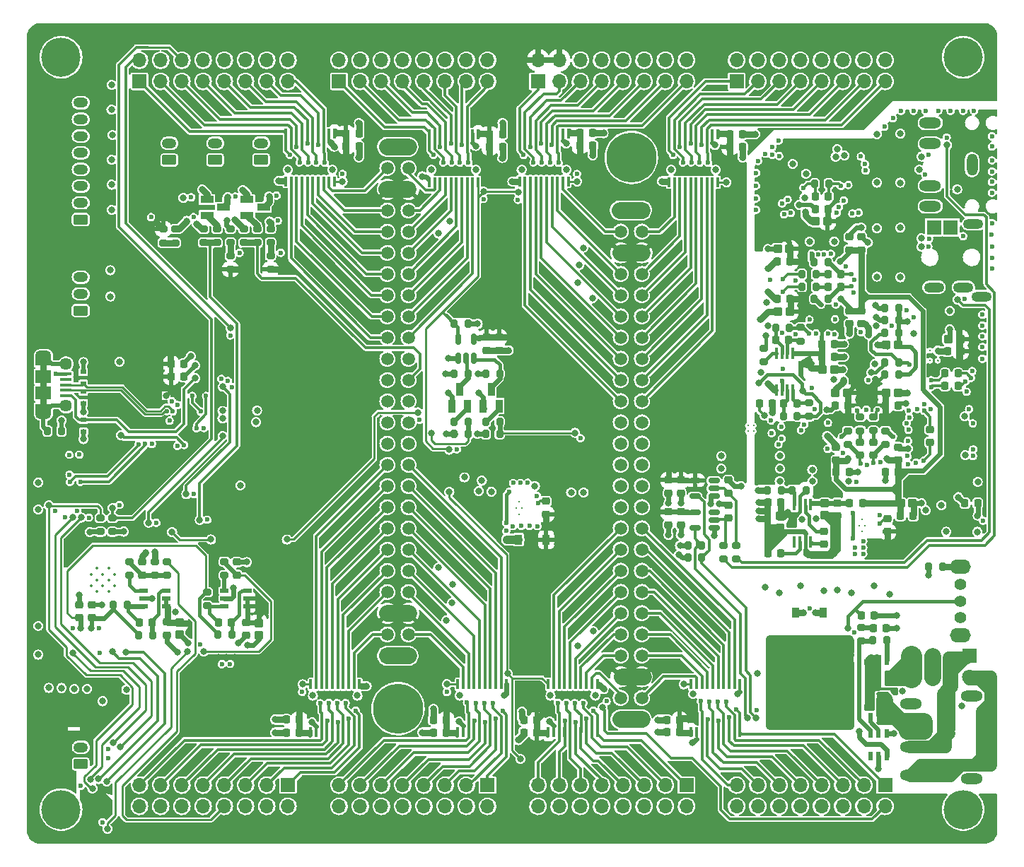
<source format=gbr>
%TF.GenerationSoftware,KiCad,Pcbnew,(6.0.11)*%
%TF.CreationDate,2024-03-19T14:27:03-04:00*%
%TF.ProjectId,Ultrasonic Sound Steering - Control Rev. B,556c7472-6173-46f6-9e69-6320536f756e,rev?*%
%TF.SameCoordinates,Original*%
%TF.FileFunction,Copper,L4,Bot*%
%TF.FilePolarity,Positive*%
%FSLAX46Y46*%
G04 Gerber Fmt 4.6, Leading zero omitted, Abs format (unit mm)*
G04 Created by KiCad (PCBNEW (6.0.11)) date 2024-03-19 14:27:03*
%MOMM*%
%LPD*%
G01*
G04 APERTURE LIST*
G04 Aperture macros list*
%AMRoundRect*
0 Rectangle with rounded corners*
0 $1 Rounding radius*
0 $2 $3 $4 $5 $6 $7 $8 $9 X,Y pos of 4 corners*
0 Add a 4 corners polygon primitive as box body*
4,1,4,$2,$3,$4,$5,$6,$7,$8,$9,$2,$3,0*
0 Add four circle primitives for the rounded corners*
1,1,$1+$1,$2,$3*
1,1,$1+$1,$4,$5*
1,1,$1+$1,$6,$7*
1,1,$1+$1,$8,$9*
0 Add four rect primitives between the rounded corners*
20,1,$1+$1,$2,$3,$4,$5,0*
20,1,$1+$1,$4,$5,$6,$7,0*
20,1,$1+$1,$6,$7,$8,$9,0*
20,1,$1+$1,$8,$9,$2,$3,0*%
G04 Aperture macros list end*
%TA.AperFunction,ComponentPad*%
%ADD10R,1.508000X1.508000*%
%TD*%
%TA.AperFunction,ComponentPad*%
%ADD11C,1.508000*%
%TD*%
%TA.AperFunction,ComponentPad*%
%ADD12C,6.000000*%
%TD*%
%TA.AperFunction,ComponentPad*%
%ADD13C,0.300000*%
%TD*%
%TA.AperFunction,ComponentPad*%
%ADD14C,4.700000*%
%TD*%
%TA.AperFunction,ComponentPad*%
%ADD15C,1.400000*%
%TD*%
%TA.AperFunction,ComponentPad*%
%ADD16O,2.500000X1.724000*%
%TD*%
%TA.AperFunction,ComponentPad*%
%ADD17R,1.800000X1.800000*%
%TD*%
%TA.AperFunction,ComponentPad*%
%ADD18C,1.800000*%
%TD*%
%TA.AperFunction,ComponentPad*%
%ADD19RoundRect,0.250000X0.625000X-0.350000X0.625000X0.350000X-0.625000X0.350000X-0.625000X-0.350000X0*%
%TD*%
%TA.AperFunction,ComponentPad*%
%ADD20O,1.750000X1.200000*%
%TD*%
%TA.AperFunction,ComponentPad*%
%ADD21C,0.350000*%
%TD*%
%TA.AperFunction,SMDPad,CuDef*%
%ADD22RoundRect,0.225000X-0.225000X-0.250000X0.225000X-0.250000X0.225000X0.250000X-0.225000X0.250000X0*%
%TD*%
%TA.AperFunction,ComponentPad*%
%ADD23R,1.700000X1.700000*%
%TD*%
%TA.AperFunction,ComponentPad*%
%ADD24O,1.700000X1.700000*%
%TD*%
%TA.AperFunction,ComponentPad*%
%ADD25O,2.400000X1.200000*%
%TD*%
%TA.AperFunction,SMDPad,CuDef*%
%ADD26R,0.304800X1.168400*%
%TD*%
%TA.AperFunction,SMDPad,CuDef*%
%ADD27RoundRect,0.200000X0.275000X-0.200000X0.275000X0.200000X-0.275000X0.200000X-0.275000X-0.200000X0*%
%TD*%
%TA.AperFunction,SMDPad,CuDef*%
%ADD28RoundRect,0.250000X0.287500X0.275000X-0.287500X0.275000X-0.287500X-0.275000X0.287500X-0.275000X0*%
%TD*%
%TA.AperFunction,SMDPad,CuDef*%
%ADD29RoundRect,0.200000X-0.200000X-0.275000X0.200000X-0.275000X0.200000X0.275000X-0.200000X0.275000X0*%
%TD*%
%TA.AperFunction,SMDPad,CuDef*%
%ADD30RoundRect,0.200000X-0.275000X0.200000X-0.275000X-0.200000X0.275000X-0.200000X0.275000X0.200000X0*%
%TD*%
%TA.AperFunction,SMDPad,CuDef*%
%ADD31R,0.700000X0.600000*%
%TD*%
%TA.AperFunction,SMDPad,CuDef*%
%ADD32R,0.863600X1.600200*%
%TD*%
%TA.AperFunction,SMDPad,CuDef*%
%ADD33RoundRect,0.225000X0.225000X0.250000X-0.225000X0.250000X-0.225000X-0.250000X0.225000X-0.250000X0*%
%TD*%
%TA.AperFunction,SMDPad,CuDef*%
%ADD34R,0.977900X0.558800*%
%TD*%
%TA.AperFunction,SMDPad,CuDef*%
%ADD35RoundRect,0.225000X-0.250000X0.225000X-0.250000X-0.225000X0.250000X-0.225000X0.250000X0.225000X0*%
%TD*%
%TA.AperFunction,SMDPad,CuDef*%
%ADD36RoundRect,0.225000X0.250000X-0.225000X0.250000X0.225000X-0.250000X0.225000X-0.250000X-0.225000X0*%
%TD*%
%TA.AperFunction,SMDPad,CuDef*%
%ADD37R,1.600200X0.863600*%
%TD*%
%TA.AperFunction,SMDPad,CuDef*%
%ADD38R,0.558800X0.977900*%
%TD*%
%TA.AperFunction,SMDPad,CuDef*%
%ADD39RoundRect,0.250000X-0.275000X0.287500X-0.275000X-0.287500X0.275000X-0.287500X0.275000X0.287500X0*%
%TD*%
%TA.AperFunction,SMDPad,CuDef*%
%ADD40RoundRect,0.150000X0.150000X-0.512500X0.150000X0.512500X-0.150000X0.512500X-0.150000X-0.512500X0*%
%TD*%
%TA.AperFunction,SMDPad,CuDef*%
%ADD41RoundRect,0.200000X0.200000X0.275000X-0.200000X0.275000X-0.200000X-0.275000X0.200000X-0.275000X0*%
%TD*%
%TA.AperFunction,SMDPad,CuDef*%
%ADD42RoundRect,0.250000X-0.287500X-0.275000X0.287500X-0.275000X0.287500X0.275000X-0.287500X0.275000X0*%
%TD*%
%TA.AperFunction,SMDPad,CuDef*%
%ADD43RoundRect,0.218750X-0.218750X-0.256250X0.218750X-0.256250X0.218750X0.256250X-0.218750X0.256250X0*%
%TD*%
%TA.AperFunction,SMDPad,CuDef*%
%ADD44R,0.450000X1.450000*%
%TD*%
%TA.AperFunction,SMDPad,CuDef*%
%ADD45RoundRect,0.150000X0.512500X0.150000X-0.512500X0.150000X-0.512500X-0.150000X0.512500X-0.150000X0*%
%TD*%
%TA.AperFunction,SMDPad,CuDef*%
%ADD46RoundRect,0.250000X0.275000X-0.287500X0.275000X0.287500X-0.275000X0.287500X-0.275000X-0.287500X0*%
%TD*%
%TA.AperFunction,SMDPad,CuDef*%
%ADD47R,0.900000X1.200000*%
%TD*%
%TA.AperFunction,SMDPad,CuDef*%
%ADD48R,0.533400X1.295400*%
%TD*%
%TA.AperFunction,SMDPad,CuDef*%
%ADD49R,1.350000X0.400000*%
%TD*%
%TA.AperFunction,ComponentPad*%
%ADD50C,1.450000*%
%TD*%
%TA.AperFunction,ComponentPad*%
%ADD51O,1.900000X1.200000*%
%TD*%
%TA.AperFunction,SMDPad,CuDef*%
%ADD52R,1.900000X1.500000*%
%TD*%
%TA.AperFunction,SMDPad,CuDef*%
%ADD53R,1.900000X1.200000*%
%TD*%
%TA.AperFunction,ComponentPad*%
%ADD54O,1.308000X2.616000*%
%TD*%
%TA.AperFunction,ComponentPad*%
%ADD55O,2.616000X1.308000*%
%TD*%
%TA.AperFunction,SMDPad,CuDef*%
%ADD56R,0.431800X1.358900*%
%TD*%
%TA.AperFunction,SMDPad,CuDef*%
%ADD57R,0.558800X1.295400*%
%TD*%
%TA.AperFunction,ViaPad*%
%ADD58C,0.800000*%
%TD*%
%TA.AperFunction,ViaPad*%
%ADD59C,0.600000*%
%TD*%
%TA.AperFunction,Conductor*%
%ADD60C,0.200000*%
%TD*%
%TA.AperFunction,Conductor*%
%ADD61C,0.600000*%
%TD*%
%TA.AperFunction,Conductor*%
%ADD62C,0.400000*%
%TD*%
%TA.AperFunction,Conductor*%
%ADD63C,0.250000*%
%TD*%
%TA.AperFunction,Conductor*%
%ADD64C,0.800000*%
%TD*%
%TA.AperFunction,Conductor*%
%ADD65C,2.000000*%
%TD*%
%TA.AperFunction,Conductor*%
%ADD66C,0.500000*%
%TD*%
%TA.AperFunction,Conductor*%
%ADD67C,0.450000*%
%TD*%
%TA.AperFunction,Conductor*%
%ADD68C,0.300000*%
%TD*%
%TA.AperFunction,Conductor*%
%ADD69C,2.540000*%
%TD*%
%TA.AperFunction,Conductor*%
%ADD70C,0.350000*%
%TD*%
%TA.AperFunction,Conductor*%
%ADD71C,1.000000*%
%TD*%
%TA.AperFunction,Conductor*%
%ADD72C,1.500000*%
%TD*%
%TA.AperFunction,Conductor*%
%ADD73C,0.550000*%
%TD*%
G04 APERTURE END LIST*
D10*
%TO.P,U17,1_1,1_1*%
%TO.N,GND*%
X128990000Y-123050000D03*
%TO.P,U17,1_2,1_2*%
X159470000Y-69700000D03*
D11*
%TO.P,U17,2_1,2_1*%
X131530000Y-123050000D03*
%TO.P,U17,2_2,2_2*%
X156930000Y-69700000D03*
%TO.P,U17,3_1,3_1*%
%TO.N,Net-(U17-Pad3_1)*%
X128990000Y-120510000D03*
%TO.P,U17,3_2,3_2*%
%TO.N,Net-(U14-Pad9)*%
X159470000Y-72240000D03*
%TO.P,U17,4_1,4_1*%
%TO.N,Net-(U15-Pad2)*%
X131530000Y-120510000D03*
%TO.P,U17,4_2,4_2*%
%TO.N,Net-(U17-Pad4_2)*%
X156930000Y-72240000D03*
%TO.P,U17,5_1,5_1*%
%TO.N,+3V3*%
X128990000Y-117970000D03*
%TO.P,U17,5_2,5_2*%
X159470000Y-74780000D03*
%TO.P,U17,6_1,6_1*%
X131530000Y-117970000D03*
%TO.P,U17,6_2,6_2*%
X156930000Y-74780000D03*
%TO.P,U17,7_1,7_1*%
%TO.N,Net-(U17-Pad7_1)*%
X128990000Y-115430000D03*
%TO.P,U17,7_2,7_2*%
%TO.N,Net-(U14-Pad8)*%
X159470000Y-77320000D03*
%TO.P,U17,8_1,8_1*%
%TO.N,Net-(U15-Pad3)*%
X131530000Y-115430000D03*
%TO.P,U17,8_2,8_2*%
%TO.N,Net-(U17-Pad8_2)*%
X156930000Y-77320000D03*
%TO.P,U17,9_1,9_1*%
%TO.N,Net-(U17-Pad9_1)*%
X128990000Y-112890000D03*
%TO.P,U17,9_2,9_2*%
%TO.N,Net-(U14-Pad7)*%
X159470000Y-79860000D03*
%TO.P,U17,10_1,10_1*%
%TO.N,Net-(U15-Pad4)*%
X131530000Y-112890000D03*
%TO.P,U17,10_2,10_2*%
%TO.N,Net-(U17-Pad10_2)*%
X156930000Y-79860000D03*
%TO.P,U17,11_1,11_1*%
%TO.N,Net-(U17-Pad11_1)*%
X128990000Y-110350000D03*
%TO.P,U17,11_2,11_2*%
%TO.N,Net-(U14-Pad6)*%
X159470000Y-82400000D03*
%TO.P,U17,12_1,12_1*%
%TO.N,Net-(U15-Pad5)*%
X131530000Y-110350000D03*
%TO.P,U17,12_2,12_2*%
%TO.N,Net-(U17-Pad12_2)*%
X156930000Y-82400000D03*
%TO.P,U17,13_1,13_1*%
%TO.N,Net-(U17-Pad13_1)*%
X128990000Y-107810000D03*
%TO.P,U17,13_2,13_2*%
%TO.N,Net-(U14-Pad5)*%
X159470000Y-84940000D03*
%TO.P,U17,14_1,14_1*%
%TO.N,Net-(U15-Pad6)*%
X131530000Y-107810000D03*
%TO.P,U17,14_2,14_2*%
%TO.N,Net-(U17-Pad14_2)*%
X156930000Y-84940000D03*
%TO.P,U17,15_1,15_1*%
%TO.N,Net-(U17-Pad15_1)*%
X128990000Y-105270000D03*
%TO.P,U17,15_2,15_2*%
%TO.N,Net-(U14-Pad4)*%
X159470000Y-87480000D03*
%TO.P,U17,16_1,16_1*%
%TO.N,Net-(U15-Pad7)*%
X131530000Y-105270000D03*
%TO.P,U17,16_2,16_2*%
%TO.N,Net-(U17-Pad16_2)*%
X156930000Y-87480000D03*
%TO.P,U17,17_1,17_1*%
%TO.N,Net-(U17-Pad17_1)*%
X128990000Y-102730000D03*
%TO.P,U17,17_2,17_2*%
%TO.N,Net-(U14-Pad3)*%
X159470000Y-90020000D03*
%TO.P,U17,18_1,18_1*%
%TO.N,Net-(U15-Pad8)*%
X131530000Y-102730000D03*
%TO.P,U17,18_2,18_2*%
%TO.N,Net-(U17-Pad18_2)*%
X156930000Y-90020000D03*
%TO.P,U17,19_1,19_1*%
%TO.N,Net-(U17-Pad19_1)*%
X128990000Y-100190000D03*
%TO.P,U17,19_2,19_2*%
%TO.N,Net-(U14-Pad2)*%
X159470000Y-92560000D03*
%TO.P,U17,20_1,20_1*%
%TO.N,Net-(U15-Pad9)*%
X131530000Y-100190000D03*
%TO.P,U17,20_2,20_2*%
%TO.N,Net-(U17-Pad20_2)*%
X156930000Y-92560000D03*
%TO.P,U17,21_1,21_1*%
%TO.N,SPI_SCK*%
X128990000Y-97650000D03*
%TO.P,U17,21_2,21_2*%
%TO.N,adc_CS~*%
X159470000Y-95100000D03*
%TO.P,U17,22_1,22_1*%
%TO.N,I2S_WS*%
X131530000Y-97650000D03*
%TO.P,U17,22_2,22_2*%
%TO.N,Net-(R79-Pad1)*%
X156930000Y-95100000D03*
%TO.P,U17,23_1,23_1*%
%TO.N,Net-(R80-Pad1)*%
X128990000Y-95110000D03*
%TO.P,U17,23_2,23_2*%
%TO.N,adc_SDOA*%
X159470000Y-97640000D03*
%TO.P,U17,24_1,24_1*%
%TO.N,I2S_BCLK*%
X131530000Y-95110000D03*
%TO.P,U17,24_2,24_2*%
%TO.N,Net-(R78-Pad1)*%
X156930000Y-97640000D03*
%TO.P,U17,25_1,25_1*%
%TO.N,SPI_MOSI*%
X128990000Y-92570000D03*
%TO.P,U17,25_2,25_2*%
%TO.N,adc_SDOB{slash}~ALRT*%
X159470000Y-100180000D03*
%TO.P,U17,26_1,26_1*%
%TO.N,Net-(R76-Pad2)*%
X131530000Y-92570000D03*
%TO.P,U17,26_2,26_2*%
%TO.N,Net-(R77-Pad1)*%
X156930000Y-100180000D03*
%TO.P,U17,27_1,27_1*%
%TO.N,SPI_CS~*%
X128990000Y-90030000D03*
%TO.P,U17,27_2,27_2*%
%TO.N,adc_SDI*%
X159470000Y-102720000D03*
%TO.P,U17,28_1,28_1*%
%TO.N,Artix7_HB*%
X131530000Y-90030000D03*
%TO.P,U17,28_2,28_2*%
%TO.N,FPGA_PWM_BUFF_DIS*%
X156930000Y-102720000D03*
%TO.P,U17,29_1,29_1*%
%TO.N,TX_ACTIVE*%
X128990000Y-87490000D03*
%TO.P,U17,29_2,29_2*%
%TO.N,adc_SCK*%
X159470000Y-105260000D03*
%TO.P,U17,30_1,30_1*%
%TO.N,RST*%
X131530000Y-87490000D03*
%TO.P,U17,30_2,30_2*%
%TO.N,FAN_PWM*%
X156930000Y-105260000D03*
%TO.P,U17,31_1,31_1*%
%TO.N,Net-(U17-Pad31_1)*%
X128990000Y-84950000D03*
%TO.P,U17,31_2,31_2*%
%TO.N,Net-(U13-Pad9)*%
X159470000Y-107800000D03*
%TO.P,U17,32_1,32_1*%
%TO.N,Net-(U16-Pad2)*%
X131530000Y-84950000D03*
%TO.P,U17,32_2,32_2*%
%TO.N,Net-(U17-Pad32_2)*%
X156930000Y-107800000D03*
%TO.P,U17,33_1,33_1*%
%TO.N,Net-(U17-Pad33_1)*%
X128990000Y-82410000D03*
%TO.P,U17,33_2,33_2*%
%TO.N,Net-(U13-Pad8)*%
X159470000Y-110340000D03*
%TO.P,U17,34_1,34_1*%
%TO.N,Net-(U16-Pad3)*%
X131530000Y-82410000D03*
%TO.P,U17,34_2,34_2*%
%TO.N,Net-(U17-Pad34_2)*%
X156930000Y-110340000D03*
%TO.P,U17,35_1,35_1*%
%TO.N,Net-(U17-Pad35_1)*%
X128990000Y-79870000D03*
%TO.P,U17,35_2,35_2*%
%TO.N,Net-(U13-Pad7)*%
X159470000Y-112880000D03*
%TO.P,U17,36_1,36_1*%
%TO.N,Net-(U16-Pad4)*%
X131530000Y-79870000D03*
%TO.P,U17,36_2,36_2*%
%TO.N,Net-(U17-Pad36_2)*%
X156930000Y-112880000D03*
%TO.P,U17,37_1,37_1*%
%TO.N,Net-(U17-Pad37_1)*%
X128990000Y-77330000D03*
%TO.P,U17,37_2,37_2*%
%TO.N,Net-(U13-Pad6)*%
X159470000Y-115420000D03*
%TO.P,U17,38_1,38_1*%
%TO.N,Net-(U16-Pad5)*%
X131530000Y-77330000D03*
%TO.P,U17,38_2,38_2*%
%TO.N,Net-(U17-Pad38_2)*%
X156930000Y-115420000D03*
%TO.P,U17,39_1,39_1*%
%TO.N,Net-(U17-Pad39_1)*%
X128990000Y-74790000D03*
%TO.P,U17,39_2,39_2*%
%TO.N,Net-(U13-Pad5)*%
X159470000Y-117960000D03*
%TO.P,U17,40_1,40_1*%
%TO.N,Net-(U16-Pad6)*%
X131530000Y-74790000D03*
%TO.P,U17,40_2,40_2*%
%TO.N,Net-(U17-Pad40_2)*%
X156930000Y-117960000D03*
%TO.P,U17,41_1,41_1*%
%TO.N,Net-(U17-Pad41_1)*%
X128990000Y-72250000D03*
%TO.P,U17,41_2,41_2*%
%TO.N,Net-(U13-Pad4)*%
X159470000Y-120500000D03*
%TO.P,U17,42_1,42_1*%
%TO.N,Net-(U16-Pad7)*%
X131530000Y-72250000D03*
%TO.P,U17,42_2,42_2*%
%TO.N,Net-(U17-Pad42_2)*%
X156930000Y-120500000D03*
%TO.P,U17,43_1,43_1*%
%TO.N,Net-(U17-Pad43_1)*%
X128990000Y-69710000D03*
%TO.P,U17,43_2,43_2*%
%TO.N,Net-(U13-Pad3)*%
X159470000Y-123040000D03*
%TO.P,U17,44_1,44_1*%
%TO.N,Net-(U16-Pad8)*%
X131530000Y-69710000D03*
%TO.P,U17,44_2,44_2*%
%TO.N,Net-(U17-Pad44_2)*%
X156930000Y-123040000D03*
%TO.P,U17,45_1,45_1*%
%TO.N,+3V3*%
X128990000Y-67170000D03*
%TO.P,U17,45_2,45_2*%
X159470000Y-125580000D03*
%TO.P,U17,46_1,46_1*%
X131530000Y-67170000D03*
%TO.P,U17,46_2,46_2*%
X156930000Y-125580000D03*
%TO.P,U17,47_1,47_1*%
%TO.N,Net-(U17-Pad47_1)*%
X128990000Y-64630000D03*
%TO.P,U17,47_2,47_2*%
%TO.N,Net-(U13-Pad2)*%
X159470000Y-128120000D03*
%TO.P,U17,48_1,48_1*%
%TO.N,Net-(U16-Pad9)*%
X131530000Y-64630000D03*
%TO.P,U17,48_2,48_2*%
%TO.N,Net-(U17-Pad48_2)*%
X156930000Y-128120000D03*
%TO.P,U17,49_1,49_1*%
%TO.N,GND*%
X128990000Y-62090000D03*
%TO.P,U17,49_2,49_2*%
X159470000Y-130660000D03*
%TO.P,U17,50_1,50_1*%
X131530000Y-62090000D03*
%TO.P,U17,50_2,50_2*%
X156930000Y-130660000D03*
D12*
%TO.P,U17,S1,GND*%
X158200000Y-63350000D03*
%TO.P,U17,S2,GND*%
X130260000Y-129400000D03*
%TD*%
D13*
%TO.P,,39_16,GND*%
%TO.N,GND*%
X178590000Y-130460000D03*
%TD*%
%TO.P,,39_16,GND*%
%TO.N,GND*%
X176732500Y-130472500D03*
%TD*%
%TO.P,,39_15,GND*%
%TO.N,GND*%
X179640000Y-126875000D03*
%TD*%
%TO.P,U7,12,12*%
%TO.N,GND*%
X185480000Y-107445000D03*
%TO.P,U7,13,IN_9*%
X186180000Y-107445000D03*
%TO.P,U7,14,1*%
X185830000Y-108195000D03*
%TO.P,U7,15,1*%
X185830000Y-106695000D03*
%TD*%
D14*
%TO.P,H2,1,1*%
%TO.N,GND*%
X89930177Y-51350000D03*
%TD*%
D13*
%TO.P,,39_15,GND*%
%TO.N,GND*%
X182440000Y-131465000D03*
%TD*%
%TO.P,,39_15,GND*%
%TO.N,GND*%
X176732500Y-129267500D03*
%TD*%
%TO.P,,39_16,GND*%
%TO.N,GND*%
X176732500Y-131472500D03*
%TD*%
%TO.P,,39_16,GND*%
%TO.N,GND*%
X183380000Y-128070000D03*
%TD*%
%TO.P,,39_16,GND*%
%TO.N,GND*%
X184350000Y-130445000D03*
%TD*%
%TO.P,,39_15,GND*%
%TO.N,GND*%
X177660000Y-126865000D03*
%TD*%
%TO.P,,39_15,GND*%
%TO.N,GND*%
X183380000Y-131465000D03*
%TD*%
%TO.P,,39_16,GND*%
%TO.N,GND*%
X175810000Y-130470000D03*
%TD*%
D15*
%TO.P,SW1,1*%
%TO.N,Net-(P19-Pad1)*%
X197625000Y-118510000D03*
%TO.P,SW1,2*%
%TO.N,EN*%
X197625000Y-116510000D03*
%TO.P,SW1,3*%
%TO.N,Net-(P19-Pad3)*%
X197625000Y-114510000D03*
D16*
%TO.P,SW1,4,MH1*%
%TO.N,Net-(R126-Pad1)*%
X197625000Y-112410000D03*
%TO.P,SW1,5,MH2*%
X197625000Y-120610000D03*
%TD*%
D13*
%TO.P,,39_15,GND*%
%TO.N,GND*%
X174860000Y-126875000D03*
%TD*%
D17*
%TO.P,P13,1,Pin_1*%
%TO.N,Net-(P13-Pad1)*%
X198690000Y-123092500D03*
D18*
%TO.P,P13,2,Pin_2*%
%TO.N,Net-(F1-Pad1)*%
X198690000Y-125632500D03*
%TD*%
D13*
%TO.P,,39_16,GND*%
%TO.N,GND*%
X172830000Y-96160000D03*
%TD*%
%TO.P,,39_15,GND*%
%TO.N,GND*%
X174850000Y-129265000D03*
%TD*%
%TO.P,,39_15,GND*%
%TO.N,GND*%
X184340000Y-126850000D03*
%TD*%
%TO.P,,39_16,GND*%
%TO.N,GND*%
X194880000Y-87710000D03*
%TD*%
%TO.P,,39_15,GND*%
%TO.N,GND*%
X176742500Y-126877500D03*
%TD*%
%TO.P,,39_16,GND*%
%TO.N,GND*%
X176742500Y-128082500D03*
%TD*%
%TO.P,,39_16,GND*%
%TO.N,GND*%
X172155000Y-95485000D03*
%TD*%
%TO.P,,39_16,GND*%
%TO.N,GND*%
X174860000Y-128080000D03*
%TD*%
%TO.P,,39_15,GND*%
%TO.N,GND*%
X182450000Y-129255000D03*
%TD*%
%TO.P,,39_16,GND*%
%TO.N,GND*%
X182440000Y-128070000D03*
%TD*%
D14*
%TO.P,H1,1,1*%
%TO.N,GND*%
X197930189Y-51350000D03*
%TD*%
D13*
%TO.P,,39_16,GND*%
%TO.N,GND*%
X174850000Y-131470000D03*
%TD*%
%TO.P,,39_16,GND*%
%TO.N,GND*%
X184340000Y-128055000D03*
%TD*%
%TO.P,,39_16,GND*%
%TO.N,GND*%
X177650000Y-130460000D03*
%TD*%
%TO.P,,39_15,GND*%
%TO.N,GND*%
X184350000Y-129240000D03*
%TD*%
%TO.P,,39_16,GND*%
%TO.N,GND*%
X182450000Y-130460000D03*
%TD*%
%TO.P,,39_16,GND*%
%TO.N,GND*%
X177660000Y-128070000D03*
%TD*%
%TO.P,U8,12,12*%
%TO.N,GND*%
X144410000Y-105340000D03*
%TO.P,U8,13,IN_9*%
X145110000Y-105340000D03*
%TO.P,U8,14,1*%
X144760000Y-106090000D03*
%TO.P,U8,15,1*%
X144760000Y-104590000D03*
%TD*%
%TO.P,,39_16,GND*%
%TO.N,GND*%
X180610000Y-130470000D03*
%TD*%
%TO.P,,39_15,GND*%
%TO.N,GND*%
X181522500Y-131477500D03*
%TD*%
%TO.P,,39_16,GND*%
%TO.N,GND*%
X180610000Y-131470000D03*
%TD*%
D19*
%TO.P,P20,1,Pin_1*%
%TO.N,Net-(D3-Pad2)*%
X102880000Y-63660000D03*
D20*
%TO.P,P20,2,Pin_2*%
%TO.N,GND*%
X102880000Y-61660000D03*
%TD*%
D13*
%TO.P,,39_15,GND*%
%TO.N,GND*%
X182440000Y-126865000D03*
%TD*%
%TO.P,,39_15,GND*%
%TO.N,GND*%
X194880000Y-86505000D03*
%TD*%
%TO.P,,39_15,GND*%
%TO.N,GND*%
X184340000Y-131450000D03*
%TD*%
%TO.P,,39_15,GND*%
%TO.N,GND*%
X178600000Y-126865000D03*
%TD*%
D19*
%TO.P,P10,1,Pin_1*%
%TO.N,Net-(D5-Pad2)*%
X113880000Y-63650000D03*
D20*
%TO.P,P10,2,Pin_2*%
%TO.N,Net-(D5-Pad1)*%
X113880000Y-61650000D03*
%TD*%
D21*
%TO.P,U22,39_10,GND*%
%TO.N,GND*%
X93520000Y-114690000D03*
%TO.P,U22,39_11,GND*%
X93520000Y-113290000D03*
%TO.P,U22,39_12,GND*%
X94220000Y-115390000D03*
%TO.P,U22,39_13,GND*%
X94220000Y-113990000D03*
%TO.P,U22,39_14,GND*%
X94220000Y-112590000D03*
%TO.P,U22,39_15,GND*%
X94920000Y-114690000D03*
%TO.P,U22,39_16,GND*%
X94920000Y-113290000D03*
%TO.P,U22,39_17,GND*%
X95620000Y-115390000D03*
%TO.P,U22,39_18,GND*%
X95620000Y-113990000D03*
%TO.P,U22,39_19,GND*%
X95620000Y-112590000D03*
%TO.P,U22,39_20,GND*%
X96320000Y-114690000D03*
%TO.P,U22,39_21,GND*%
X96320000Y-113290000D03*
%TD*%
D14*
%TO.P,H3,1,1*%
%TO.N,GND*%
X197930172Y-141500000D03*
%TD*%
D13*
%TO.P,,39_16,GND*%
%TO.N,GND*%
X175820000Y-128080000D03*
%TD*%
%TO.P,,39_16,GND*%
%TO.N,GND*%
X180600000Y-128080000D03*
%TD*%
%TO.P,,39_16,GND*%
%TO.N,GND*%
X172155000Y-96160000D03*
%TD*%
%TO.P,,39_15,GND*%
%TO.N,GND*%
X177650000Y-129255000D03*
%TD*%
%TO.P,,39_16,GND*%
%TO.N,GND*%
X179650000Y-131470000D03*
%TD*%
%TO.P,,39_15,GND*%
%TO.N,GND*%
X183380000Y-126865000D03*
%TD*%
%TO.P,,39_16,GND*%
%TO.N,GND*%
X193940000Y-87710000D03*
%TD*%
%TO.P,,39_16,GND*%
%TO.N,GND*%
X175810000Y-131470000D03*
%TD*%
%TO.P,,39_15,GND*%
%TO.N,GND*%
X183390000Y-129255000D03*
%TD*%
%TO.P,,39_15,GND*%
%TO.N,GND*%
X180600000Y-126875000D03*
%TD*%
%TO.P,,39_15,GND*%
%TO.N,GND*%
X175810000Y-129265000D03*
%TD*%
%TO.P,,39_15,GND*%
%TO.N,GND*%
X175820000Y-126875000D03*
%TD*%
%TO.P,,39_16,GND*%
%TO.N,GND*%
X178590000Y-131460000D03*
%TD*%
%TO.P,,39_16,GND*%
%TO.N,GND*%
X177650000Y-131460000D03*
%TD*%
%TO.P,,39_16,GND*%
%TO.N,GND*%
X172830000Y-95485000D03*
%TD*%
%TO.P,,39_16,GND*%
%TO.N,GND*%
X183390000Y-130460000D03*
%TD*%
D14*
%TO.P,H4,1,1*%
%TO.N,GND*%
X89930214Y-141500000D03*
%TD*%
D13*
%TO.P,,39_15,GND*%
%TO.N,GND*%
X178590000Y-129255000D03*
%TD*%
%TO.P,,39_15,GND*%
%TO.N,GND*%
X181532500Y-129267500D03*
%TD*%
%TO.P,,39_16,GND*%
%TO.N,GND*%
X181522500Y-128082500D03*
%TD*%
%TO.P,,39_16,GND*%
%TO.N,GND*%
X179650000Y-130470000D03*
%TD*%
%TO.P,,39_16,GND*%
%TO.N,GND*%
X181532500Y-130472500D03*
%TD*%
%TO.P,,39_15,GND*%
%TO.N,GND*%
X180610000Y-129265000D03*
%TD*%
%TO.P,,39_15,GND*%
%TO.N,GND*%
X179650000Y-129265000D03*
%TD*%
%TO.P,,39_16,GND*%
%TO.N,GND*%
X178600000Y-128070000D03*
%TD*%
%TO.P,,39_16,GND*%
%TO.N,GND*%
X179640000Y-128080000D03*
%TD*%
D19*
%TO.P,P17,1,Pin_1*%
%TO.N,Net-(D21-Pad2)*%
X108380000Y-63655000D03*
D20*
%TO.P,P17,2,Pin_2*%
%TO.N,Net-(D21-Pad1)*%
X108380000Y-61655000D03*
%TD*%
D13*
%TO.P,,39_16,GND*%
%TO.N,GND*%
X174850000Y-130470000D03*
%TD*%
%TO.P,,39_15,GND*%
%TO.N,GND*%
X193940000Y-86505000D03*
%TD*%
%TO.P,,39_15,GND*%
%TO.N,GND*%
X181522500Y-126877500D03*
%TD*%
D22*
%TO.P,C5,1*%
%TO.N,Net-(C5-Pad1)*%
X108760000Y-119100000D03*
%TO.P,C5,2*%
%TO.N,Net-(C5-Pad2)*%
X110310000Y-119100000D03*
%TD*%
%TO.P,C124,1*%
%TO.N,GND*%
X162425000Y-130760000D03*
%TO.P,C124,2*%
%TO.N,+3V3*%
X163975000Y-130760000D03*
%TD*%
D23*
%TO.P,P5,1,Pin_1*%
%TO.N,Net-(P5-Pad1)*%
X188585101Y-138560000D03*
D24*
%TO.P,P5,2,Pin_2*%
%TO.N,FAN_PWM*%
X188585101Y-141100000D03*
%TO.P,P5,3,Pin_3*%
%TO.N,Net-(P5-Pad3)*%
X186045101Y-138560000D03*
%TO.P,P5,4,Pin_4*%
%TO.N,GND*%
X186045101Y-141100000D03*
%TO.P,P5,5,Pin_5*%
%TO.N,Net-(P5-Pad5)*%
X183505101Y-138560000D03*
%TO.P,P5,6,Pin_6*%
%TO.N,FAN_TACHO*%
X183505101Y-141100000D03*
%TO.P,P5,7,Pin_7*%
%TO.N,Net-(P5-Pad7)*%
X180965101Y-138560000D03*
%TO.P,P5,8,Pin_8*%
%TO.N,GND*%
X180965101Y-141100000D03*
%TO.P,P5,9,Pin_9*%
%TO.N,Net-(P5-Pad9)*%
X178425101Y-138560000D03*
%TO.P,P5,10,Pin_10*%
%TO.N,NTC*%
X178425101Y-141100000D03*
%TO.P,P5,11,Pin_11*%
%TO.N,Net-(P5-Pad11)*%
X175885101Y-138560000D03*
%TO.P,P5,12,Pin_12*%
%TO.N,GND*%
X175885101Y-141100000D03*
%TO.P,P5,13,Pin_13*%
%TO.N,Net-(P5-Pad13)*%
X173345101Y-138560000D03*
%TO.P,P5,14,Pin_14*%
%TO.N,FAN_EN*%
X173345101Y-141100000D03*
%TO.P,P5,15,Pin_15*%
%TO.N,Net-(P5-Pad15)*%
X170805101Y-138560000D03*
%TO.P,P5,16,Pin_16*%
%TO.N,GND*%
X170805101Y-141100000D03*
%TD*%
D25*
%TO.P,P11,1*%
%TO.N,GND*%
X200140000Y-80020000D03*
%TO.P,P11,2*%
%TO.N,Net-(P11-Pad2)*%
X194440000Y-78920000D03*
D17*
%TO.P,P11,3*%
%TO.N,Net-(P11-Pad3)*%
X194440000Y-71720000D03*
D25*
%TO.P,P11,4*%
%TO.N,Net-(P11-Pad4)*%
X199140000Y-71320000D03*
%TO.P,P11,5*%
%TO.N,ECM_OPEN~*%
X197940000Y-78920000D03*
D17*
%TO.P,P11,6*%
%TO.N,Net-(P11-Pad6)*%
X196440000Y-71720000D03*
%TD*%
D26*
%TO.P,U21,1,\u002AOE1*%
%TO.N,OE~*%
X122655000Y-66230200D03*
%TO.P,U21,2,A1*%
%TO.N,Net-(U17-Pad47_1)*%
X122004999Y-66230200D03*
%TO.P,U21,3,A2*%
%TO.N,Net-(U17-Pad43_1)*%
X121355001Y-66230200D03*
%TO.P,U21,4,A3*%
%TO.N,Net-(U17-Pad41_1)*%
X120704999Y-66230200D03*
%TO.P,U21,5,A4*%
%TO.N,Net-(U17-Pad39_1)*%
X120055001Y-66230200D03*
%TO.P,U21,6,A5*%
%TO.N,Net-(U17-Pad37_1)*%
X119405002Y-66230200D03*
%TO.P,U21,7,A6*%
%TO.N,Net-(U17-Pad35_1)*%
X118755001Y-66230200D03*
%TO.P,U21,8,A7*%
%TO.N,Net-(U17-Pad33_1)*%
X118105002Y-66230200D03*
%TO.P,U21,9,A8*%
%TO.N,Net-(U17-Pad31_1)*%
X117455001Y-66230200D03*
%TO.P,U21,10,GND*%
%TO.N,GND*%
X116805002Y-66230200D03*
%TO.P,U21,11,Y8*%
%TO.N,Net-(P4-Pad1)*%
X116805000Y-60489800D03*
%TO.P,U21,12,Y7*%
%TO.N,Net-(P4-Pad3)*%
X117454998Y-60489800D03*
%TO.P,U21,13,Y6*%
%TO.N,Net-(P4-Pad5)*%
X118104999Y-60489800D03*
%TO.P,U21,14,Y5*%
%TO.N,Net-(P4-Pad7)*%
X118754998Y-60489800D03*
%TO.P,U21,15,Y4*%
%TO.N,Net-(P4-Pad9)*%
X119404999Y-60489800D03*
%TO.P,U21,16,Y3*%
%TO.N,Net-(P4-Pad11)*%
X120054998Y-60489800D03*
%TO.P,U21,17,Y2*%
%TO.N,Net-(P4-Pad13)*%
X120704999Y-60489800D03*
%TO.P,U21,18,Y1*%
%TO.N,Net-(P4-Pad15)*%
X121354998Y-60489800D03*
%TO.P,U21,19,\u002AOE2*%
%TO.N,GND*%
X122004999Y-60489800D03*
%TO.P,U21,20,VCC*%
%TO.N,+3V3*%
X122654998Y-60489800D03*
%TD*%
D27*
%TO.P,R130,1*%
%TO.N,AUX_OPEN~*%
X169220000Y-111465000D03*
%TO.P,R130,2*%
%TO.N,Net-(C162-Pad1)*%
X169220000Y-109815000D03*
%TD*%
D28*
%TO.P,C145,1*%
%TO.N,+3.3VA*%
X184062500Y-91560000D03*
%TO.P,C145,2*%
%TO.N,GND*%
X182637500Y-91560000D03*
%TD*%
D19*
%TO.P,P21,1,Pin_1*%
%TO.N,Net-(P21-Pad1)*%
X92290000Y-136030000D03*
D20*
%TO.P,P21,2,Pin_2*%
%TO.N,GND*%
X92290000Y-134030000D03*
%TD*%
D29*
%TO.P,R84,1*%
%TO.N,+3V3*%
X137010000Y-89254500D03*
%TO.P,R84,2*%
%TO.N,Net-(Q7-Pad3)*%
X138660000Y-89254500D03*
%TD*%
%TO.P,R89,1*%
%TO.N,Net-(R103-Pad2)*%
X177446500Y-103214600D03*
%TO.P,R89,2*%
%TO.N,+3.3VA*%
X179096500Y-103214600D03*
%TD*%
D23*
%TO.P,P16,1,Pin_1*%
%TO.N,+5V*%
X191770000Y-125660000D03*
D24*
%TO.P,P16,2,Pin_2*%
X191770000Y-123120000D03*
%TO.P,P16,3,Pin_3*%
%TO.N,GND*%
X194310000Y-125660000D03*
%TO.P,P16,4,Pin_4*%
X194310000Y-123120000D03*
%TD*%
D30*
%TO.P,R59,1*%
%TO.N,Net-(R59-Pad1)*%
X115001000Y-75112501D03*
%TO.P,R59,2*%
%TO.N,+3V3*%
X115001000Y-76762501D03*
%TD*%
D31*
%TO.P,D25,1,A1*%
%TO.N,GND*%
X92590000Y-92800000D03*
%TO.P,D25,2,A2*%
%TO.N,/Digital/D-*%
X92590000Y-91400000D03*
%TD*%
D27*
%TO.P,R90,1*%
%TO.N,ADC_VREF*%
X179450000Y-94395000D03*
%TO.P,R90,2*%
%TO.N,Net-(C93-Pad1)*%
X179450000Y-92745000D03*
%TD*%
D29*
%TO.P,R91,1*%
%TO.N,+3V3*%
X140780000Y-89254500D03*
%TO.P,R91,2*%
%TO.N,Net-(Q8-Pad3)*%
X142430000Y-89254500D03*
%TD*%
D26*
%TO.P,U18,1,\u002AOE1*%
%TO.N,OE~*%
X148265000Y-126489800D03*
%TO.P,U18,2,A1*%
%TO.N,Net-(U17-Pad32_2)*%
X148915001Y-126489800D03*
%TO.P,U18,3,A2*%
%TO.N,Net-(U17-Pad34_2)*%
X149564999Y-126489800D03*
%TO.P,U18,4,A3*%
%TO.N,Net-(U17-Pad36_2)*%
X150215001Y-126489800D03*
%TO.P,U18,5,A4*%
%TO.N,Net-(U17-Pad38_2)*%
X150864999Y-126489800D03*
%TO.P,U18,6,A5*%
%TO.N,Net-(U17-Pad40_2)*%
X151514998Y-126489800D03*
%TO.P,U18,7,A6*%
%TO.N,Net-(U17-Pad42_2)*%
X152164999Y-126489800D03*
%TO.P,U18,8,A7*%
%TO.N,Net-(U17-Pad44_2)*%
X152814998Y-126489800D03*
%TO.P,U18,9,A8*%
%TO.N,Net-(U17-Pad48_2)*%
X153464999Y-126489800D03*
%TO.P,U18,10,GND*%
%TO.N,GND*%
X154114998Y-126489800D03*
%TO.P,U18,11,Y8*%
%TO.N,Net-(P6-Pad1)*%
X154115000Y-132230200D03*
%TO.P,U18,12,Y7*%
%TO.N,Net-(P6-Pad3)*%
X153465002Y-132230200D03*
%TO.P,U18,13,Y6*%
%TO.N,Net-(P6-Pad5)*%
X152815001Y-132230200D03*
%TO.P,U18,14,Y5*%
%TO.N,Net-(P6-Pad7)*%
X152165002Y-132230200D03*
%TO.P,U18,15,Y4*%
%TO.N,Net-(P6-Pad9)*%
X151515001Y-132230200D03*
%TO.P,U18,16,Y3*%
%TO.N,Net-(P6-Pad11)*%
X150865002Y-132230200D03*
%TO.P,U18,17,Y2*%
%TO.N,Net-(P6-Pad13)*%
X150215001Y-132230200D03*
%TO.P,U18,18,Y1*%
%TO.N,Net-(P6-Pad15)*%
X149565002Y-132230200D03*
%TO.P,U18,19,\u002AOE2*%
%TO.N,GND*%
X148915001Y-132230200D03*
%TO.P,U18,20,VCC*%
%TO.N,+3V3*%
X148265002Y-132230200D03*
%TD*%
D32*
%TO.P,Q8,1,G*%
%TO.N,Net-(Q8-Pad1)*%
X142375001Y-93140000D03*
%TO.P,Q8,2,S*%
%TO.N,GND*%
X140474999Y-93140000D03*
%TO.P,Q8,3,D*%
%TO.N,Net-(Q8-Pad3)*%
X141425000Y-91129000D03*
%TD*%
D30*
%TO.P,R50,1*%
%TO.N,Net-(C78-Pad1)*%
X185740000Y-119635000D03*
%TO.P,R50,2*%
%TO.N,Net-(R49-Pad1)*%
X185740000Y-121285000D03*
%TD*%
D33*
%TO.P,C126,1*%
%TO.N,GND*%
X125595000Y-60490000D03*
%TO.P,C126,2*%
%TO.N,+3V3*%
X124045000Y-60490000D03*
%TD*%
D27*
%TO.P,R52,1*%
%TO.N,Net-(R51-Pad1)*%
X103620000Y-73577500D03*
%TO.P,R52,2*%
%TO.N,Net-(D3-Pad2)*%
X103620000Y-71927500D03*
%TD*%
D34*
%TO.P,U2,1*%
%TO.N,Net-(C7-Pad1)*%
X99819750Y-117140001D03*
%TO.P,U2,2*%
%TO.N,GND*%
X99819750Y-116190000D03*
%TO.P,U2,3*%
%TO.N,Net-(R9-Pad2)*%
X99819750Y-115239999D03*
%TO.P,U2,4*%
%TO.N,Net-(C7-Pad2)*%
X102550250Y-115239999D03*
%TO.P,U2,5*%
%TO.N,+3V3*%
X102550250Y-116190000D03*
%TO.P,U2,6*%
X102550250Y-117140001D03*
%TD*%
D35*
%TO.P,C17,1*%
%TO.N,GND*%
X93580000Y-116980000D03*
%TO.P,C17,2*%
%TO.N,VDRIVE_BUFF*%
X93580000Y-118530000D03*
%TD*%
D36*
%TO.P,C41,1*%
%TO.N,-VSW*%
X190110000Y-99645000D03*
%TO.P,C41,2*%
%TO.N,GND*%
X190110000Y-98095000D03*
%TD*%
D35*
%TO.P,C11,1*%
%TO.N,+3V3*%
X102615000Y-119035000D03*
%TO.P,C11,2*%
%TO.N,GND*%
X102615000Y-120585000D03*
%TD*%
D29*
%TO.P,R57,1*%
%TO.N,Net-(C93-Pad2)*%
X176415000Y-94320000D03*
%TO.P,R57,2*%
%TO.N,ADC_VREF*%
X178065000Y-94320000D03*
%TD*%
D33*
%TO.P,C143,1*%
%TO.N,+3.3VA*%
X184145000Y-93092500D03*
%TO.P,C143,2*%
%TO.N,GND*%
X182595000Y-93092500D03*
%TD*%
%TO.P,C2,1*%
%TO.N,GND*%
X153580000Y-61960000D03*
%TO.P,C2,2*%
%TO.N,+3V3*%
X152030000Y-61960000D03*
%TD*%
D27*
%TO.P,R7,1*%
%TO.N,Net-(C4-Pad2)*%
X101125000Y-113435000D03*
%TO.P,R7,2*%
%TO.N,GND*%
X101125000Y-111785000D03*
%TD*%
D37*
%TO.P,Q2,1,G*%
%TO.N,Net-(Q2-Pad1)*%
X107380000Y-70290002D03*
%TO.P,Q2,2,S*%
%TO.N,GND*%
X107380000Y-68390000D03*
%TO.P,Q2,3,D*%
%TO.N,Net-(D21-Pad1)*%
X109391000Y-69340001D03*
%TD*%
D35*
%TO.P,C139,1*%
%TO.N,-VSW*%
X185770000Y-81760000D03*
%TO.P,C139,2*%
%TO.N,GND*%
X185770000Y-83310000D03*
%TD*%
D28*
%TO.P,C6,1*%
%TO.N,Net-(C6-Pad1)*%
X190102500Y-85850000D03*
%TO.P,C6,2*%
%TO.N,GND*%
X188677500Y-85850000D03*
%TD*%
D22*
%TO.P,C78,1*%
%TO.N,Net-(C78-Pad1)*%
X187175000Y-119720000D03*
%TO.P,C78,2*%
%TO.N,GND*%
X188725000Y-119720000D03*
%TD*%
D36*
%TO.P,C55,1*%
%TO.N,Net-(C55-Pad1)*%
X187160000Y-99042500D03*
%TO.P,C55,2*%
%TO.N,Net-(C55-Pad2)*%
X187160000Y-97492500D03*
%TD*%
D38*
%TO.P,U9,1,IN*%
%TO.N,Net-(Q5-Pad4)*%
X188760000Y-135125250D03*
%TO.P,U9,2,GND*%
%TO.N,GND*%
X187809999Y-135125250D03*
%TO.P,U9,3,FLAG*%
%TO.N,unconnected-(U9-Pad3)*%
X186859998Y-135125250D03*
%TO.P,U9,4,GATEN*%
%TO.N,Net-(R49-Pad1)*%
X186859998Y-132394750D03*
%TO.P,U9,5,GATEP*%
%TO.N,Net-(Q5-Pad3)*%
X187809999Y-132394750D03*
%TO.P,U9,6,~{EN}*%
%TO.N,GND*%
X188760000Y-132394750D03*
%TD*%
D39*
%TO.P,C10,1*%
%TO.N,+3V3*%
X104100000Y-119117500D03*
%TO.P,C10,2*%
%TO.N,GND*%
X104100000Y-120542500D03*
%TD*%
D33*
%TO.P,C23,1*%
%TO.N,+3.3VA*%
X181755000Y-69510000D03*
%TO.P,C23,2*%
%TO.N,GND*%
X180205000Y-69510000D03*
%TD*%
%TO.P,C20,1*%
%TO.N,+3.3VA*%
X197635000Y-86600000D03*
%TO.P,C20,2*%
%TO.N,GND*%
X196085000Y-86600000D03*
%TD*%
D29*
%TO.P,R95,1*%
%TO.N,Net-(C64-Pad1)*%
X178635231Y-77323291D03*
%TO.P,R95,2*%
%TO.N,Net-(C57-Pad2)*%
X180285231Y-77323291D03*
%TD*%
D40*
%TO.P,U25,1*%
%TO.N,Net-(Q8-Pad3)*%
X139365000Y-87392000D03*
%TO.P,U25,2*%
%TO.N,Net-(Q7-Pad3)*%
X138415000Y-87392000D03*
%TO.P,U25,3*%
%TO.N,GND*%
X137465000Y-87392000D03*
%TO.P,U25,4*%
%TO.N,OE~*%
X137465000Y-85117000D03*
%TO.P,U25,5*%
%TO.N,+3V3*%
X139365000Y-85117000D03*
%TD*%
D22*
%TO.P,C157,1*%
%TO.N,+3.3VA*%
X180971631Y-87240000D03*
%TO.P,C157,2*%
%TO.N,GND*%
X182521631Y-87240000D03*
%TD*%
%TO.P,C121,1*%
%TO.N,GND*%
X145335000Y-132250000D03*
%TO.P,C121,2*%
%TO.N,+3V3*%
X146885000Y-132250000D03*
%TD*%
D33*
%TO.P,C151,1*%
%TO.N,Net-(C151-Pad1)*%
X176085000Y-110820000D03*
%TO.P,C151,2*%
%TO.N,GND*%
X174535000Y-110820000D03*
%TD*%
D41*
%TO.P,R126,1*%
%TO.N,Net-(R126-Pad1)*%
X195440000Y-112410000D03*
%TO.P,R126,2*%
%TO.N,GND*%
X193790000Y-112410000D03*
%TD*%
D35*
%TO.P,C154,1*%
%TO.N,Net-(C153-Pad2)*%
X182880000Y-104765000D03*
%TO.P,C154,2*%
%TO.N,GND*%
X182880000Y-106315000D03*
%TD*%
D22*
%TO.P,C129,1*%
%TO.N,GND*%
X116875000Y-130720000D03*
%TO.P,C129,2*%
%TO.N,+3V3*%
X118425000Y-130720000D03*
%TD*%
%TO.P,C125,1*%
%TO.N,GND*%
X116875000Y-132250000D03*
%TO.P,C125,2*%
%TO.N,+3V3*%
X118425000Y-132250000D03*
%TD*%
D34*
%TO.P,U1,1*%
%TO.N,Net-(C5-Pad1)*%
X109478825Y-117140001D03*
%TO.P,U1,2*%
%TO.N,GND*%
X109478825Y-116190000D03*
%TO.P,U1,3*%
%TO.N,Net-(R8-Pad1)*%
X109478825Y-115239999D03*
%TO.P,U1,4*%
%TO.N,Net-(C5-Pad2)*%
X112209325Y-115239999D03*
%TO.P,U1,5*%
%TO.N,+3V3*%
X112209325Y-116190000D03*
%TO.P,U1,6*%
X112209325Y-117140001D03*
%TD*%
D22*
%TO.P,C48,1*%
%TO.N,+3.3VA*%
X188620000Y-93092500D03*
%TO.P,C48,2*%
%TO.N,GND*%
X190170000Y-93092500D03*
%TD*%
D32*
%TO.P,Q7,1,G*%
%TO.N,Net-(Q7-Pad1)*%
X138605001Y-93145500D03*
%TO.P,Q7,2,S*%
%TO.N,GND*%
X136704999Y-93145500D03*
%TO.P,Q7,3,D*%
%TO.N,Net-(Q7-Pad3)*%
X137655000Y-91134500D03*
%TD*%
D35*
%TO.P,C63,1*%
%TO.N,-VSW*%
X184310000Y-81760000D03*
%TO.P,C63,2*%
%TO.N,GND*%
X184310000Y-83310000D03*
%TD*%
D30*
%TO.P,R9,1*%
%TO.N,Net-(C4-Pad2)*%
X98135000Y-111785000D03*
%TO.P,R9,2*%
%TO.N,Net-(R9-Pad2)*%
X98135000Y-113435000D03*
%TD*%
D23*
%TO.P,P4,1,Pin_1*%
%TO.N,Net-(P4-Pad1)*%
X99305101Y-54240000D03*
D24*
%TO.P,P4,2,Pin_2*%
%TO.N,TX_ACTIVE*%
X99305101Y-51700000D03*
%TO.P,P4,3,Pin_3*%
%TO.N,Net-(P4-Pad3)*%
X101845101Y-54240000D03*
%TO.P,P4,4,Pin_4*%
%TO.N,GND*%
X101845101Y-51700000D03*
%TO.P,P4,5,Pin_5*%
%TO.N,Net-(P4-Pad5)*%
X104385101Y-54240000D03*
%TO.P,P4,6,Pin_6*%
%TO.N,LOAD_SWITCH_EN*%
X104385101Y-51700000D03*
%TO.P,P4,7,Pin_7*%
%TO.N,Net-(P4-Pad7)*%
X106925101Y-54240000D03*
%TO.P,P4,8,Pin_8*%
%TO.N,GND*%
X106925101Y-51700000D03*
%TO.P,P4,9,Pin_9*%
%TO.N,Net-(P4-Pad9)*%
X109465101Y-54240000D03*
%TO.P,P4,10,Pin_10*%
%TO.N,GND*%
X109465101Y-51700000D03*
%TO.P,P4,11,Pin_11*%
%TO.N,Net-(P4-Pad11)*%
X112005101Y-54240000D03*
%TO.P,P4,12,Pin_12*%
%TO.N,GND*%
X112005101Y-51700000D03*
%TO.P,P4,13,Pin_13*%
%TO.N,Net-(P4-Pad13)*%
X114545101Y-54240000D03*
%TO.P,P4,14,Pin_14*%
%TO.N,GND*%
X114545101Y-51700000D03*
%TO.P,P4,15,Pin_15*%
%TO.N,Net-(P4-Pad15)*%
X117085101Y-54240000D03*
%TO.P,P4,16,Pin_16*%
%TO.N,GND*%
X117085101Y-51700000D03*
%TD*%
D22*
%TO.P,C90,1*%
%TO.N,GND*%
X198125000Y-104790000D03*
%TO.P,C90,2*%
%TO.N,Net-(C90-Pad2)*%
X199675000Y-104790000D03*
%TD*%
%TO.P,C25,1*%
%TO.N,Net-(C25-Pad1)*%
X195745000Y-90745000D03*
%TO.P,C25,2*%
%TO.N,Net-(C25-Pad2)*%
X197295000Y-90745000D03*
%TD*%
D42*
%TO.P,C161,1*%
%TO.N,+3.3VA*%
X181057500Y-88750000D03*
%TO.P,C161,2*%
%TO.N,GND*%
X182482500Y-88750000D03*
%TD*%
D33*
%TO.P,C57,1*%
%TO.N,Net-(C57-Pad1)*%
X183270231Y-77323291D03*
%TO.P,C57,2*%
%TO.N,Net-(C57-Pad2)*%
X181720231Y-77323291D03*
%TD*%
D29*
%TO.P,R103,1*%
%TO.N,GND*%
X174481500Y-103214600D03*
%TO.P,R103,2*%
%TO.N,Net-(R103-Pad2)*%
X176131500Y-103214600D03*
%TD*%
D22*
%TO.P,C24,1*%
%TO.N,Net-(C24-Pad1)*%
X195750000Y-89235000D03*
%TO.P,C24,2*%
%TO.N,Net-(C24-Pad2)*%
X197300000Y-89235000D03*
%TD*%
D27*
%TO.P,R64,1*%
%TO.N,Net-(R63-Pad1)*%
X110190000Y-73560000D03*
%TO.P,R64,2*%
%TO.N,Net-(D21-Pad2)*%
X110190000Y-71910000D03*
%TD*%
%TO.P,R60,1*%
%TO.N,Net-(R59-Pad1)*%
X115000000Y-73555000D03*
%TO.P,R60,2*%
%TO.N,Net-(D5-Pad2)*%
X115000000Y-71905000D03*
%TD*%
D33*
%TO.P,C58,1*%
%TO.N,Net-(C58-Pad1)*%
X183270231Y-78823291D03*
%TO.P,C58,2*%
%TO.N,Net-(C58-Pad2)*%
X181720231Y-78823291D03*
%TD*%
D30*
%TO.P,R63,1*%
%TO.N,Net-(R63-Pad1)*%
X110191000Y-75115001D03*
%TO.P,R63,2*%
%TO.N,+3V3*%
X110191000Y-76765001D03*
%TD*%
D29*
%TO.P,R22,1*%
%TO.N,Net-(R22-Pad1)*%
X188565000Y-87900000D03*
%TO.P,R22,2*%
%TO.N,Net-(R19-Pad1)*%
X190215000Y-87900000D03*
%TD*%
D35*
%TO.P,C77,1*%
%TO.N,Net-(C77-Pad1)*%
X147980000Y-104545000D03*
%TO.P,C77,2*%
%TO.N,+3V3*%
X147980000Y-106095000D03*
%TD*%
D41*
%TO.P,R83,1*%
%TO.N,MCU_PWM_BUFF_DIS*%
X138660000Y-95030000D03*
%TO.P,R83,2*%
%TO.N,Net-(Q7-Pad1)*%
X137010000Y-95030000D03*
%TD*%
D28*
%TO.P,C53,1*%
%TO.N,+3.3VA*%
X177142500Y-81820000D03*
%TO.P,C53,2*%
%TO.N,GND*%
X175717500Y-81820000D03*
%TD*%
D22*
%TO.P,C122,1*%
%TO.N,GND*%
X162425000Y-132220000D03*
%TO.P,C122,2*%
%TO.N,+3V3*%
X163975000Y-132220000D03*
%TD*%
D41*
%TO.P,R18,1*%
%TO.N,Net-(C6-Pad1)*%
X190215000Y-82880000D03*
%TO.P,R18,2*%
%TO.N,GND*%
X188565000Y-82880000D03*
%TD*%
D22*
%TO.P,C155,1*%
%TO.N,+3.3VA*%
X180971631Y-85720000D03*
%TO.P,C155,2*%
%TO.N,GND*%
X182521631Y-85720000D03*
%TD*%
D33*
%TO.P,C42,1*%
%TO.N,GND*%
X175055000Y-92860000D03*
%TO.P,C42,2*%
%TO.N,Net-(C42-Pad2)*%
X173505000Y-92860000D03*
%TD*%
D29*
%TO.P,R123,1*%
%TO.N,OE~*%
X137010000Y-83300000D03*
%TO.P,R123,2*%
%TO.N,GND*%
X138660000Y-83300000D03*
%TD*%
D23*
%TO.P,P7,1,Pin_1*%
%TO.N,Net-(P7-Pad1)*%
X140977601Y-138560000D03*
D24*
%TO.P,P7,2,Pin_2*%
%TO.N,GND*%
X140977601Y-141100000D03*
%TO.P,P7,3,Pin_3*%
%TO.N,Net-(P7-Pad3)*%
X138437601Y-138560000D03*
%TO.P,P7,4,Pin_4*%
%TO.N,GND*%
X138437601Y-141100000D03*
%TO.P,P7,5,Pin_5*%
%TO.N,Net-(P7-Pad5)*%
X135897601Y-138560000D03*
%TO.P,P7,6,Pin_6*%
%TO.N,GND*%
X135897601Y-141100000D03*
%TO.P,P7,7,Pin_7*%
%TO.N,Net-(P7-Pad7)*%
X133357601Y-138560000D03*
%TO.P,P7,8,Pin_8*%
%TO.N,GND*%
X133357601Y-141100000D03*
%TO.P,P7,9,Pin_9*%
%TO.N,Net-(P7-Pad9)*%
X130817601Y-138560000D03*
%TO.P,P7,10,Pin_10*%
%TO.N,GND*%
X130817601Y-141100000D03*
%TO.P,P7,11,Pin_11*%
%TO.N,Net-(P7-Pad11)*%
X128277601Y-138560000D03*
%TO.P,P7,12,Pin_12*%
%TO.N,GND*%
X128277601Y-141100000D03*
%TO.P,P7,13,Pin_13*%
%TO.N,Net-(P7-Pad13)*%
X125737601Y-138560000D03*
%TO.P,P7,14,Pin_14*%
%TO.N,GND*%
X125737601Y-141100000D03*
%TO.P,P7,15,Pin_15*%
%TO.N,Net-(P7-Pad15)*%
X123197601Y-138560000D03*
%TO.P,P7,16,Pin_16*%
%TO.N,GND*%
X123197601Y-141100000D03*
%TD*%
D22*
%TO.P,C1,1*%
%TO.N,GND*%
X134485000Y-130740000D03*
%TO.P,C1,2*%
%TO.N,+3V3*%
X136035000Y-130740000D03*
%TD*%
%TO.P,C123,1*%
%TO.N,GND*%
X145335000Y-130790000D03*
%TO.P,C123,2*%
%TO.N,+3V3*%
X146885000Y-130790000D03*
%TD*%
D41*
%TO.P,R86,1*%
%TO.N,FPGA_PWM_BUFF_DIS*%
X142430000Y-95024500D03*
%TO.P,R86,2*%
%TO.N,Net-(Q8-Pad1)*%
X140780000Y-95024500D03*
%TD*%
D33*
%TO.P,C93,1*%
%TO.N,Net-(C93-Pad1)*%
X178015000Y-92860000D03*
%TO.P,C93,2*%
%TO.N,Net-(C93-Pad2)*%
X176465000Y-92860000D03*
%TD*%
D23*
%TO.P,P1,1,Pin_1*%
%TO.N,Net-(P1-Pad1)*%
X170805101Y-54240000D03*
D24*
%TO.P,P1,2,Pin_2*%
%TO.N,GND*%
X170805101Y-51700000D03*
%TO.P,P1,3,Pin_3*%
%TO.N,Net-(P1-Pad3)*%
X173345101Y-54240000D03*
%TO.P,P1,4,Pin_4*%
%TO.N,GND*%
X173345101Y-51700000D03*
%TO.P,P1,5,Pin_5*%
%TO.N,Net-(P1-Pad5)*%
X175885101Y-54240000D03*
%TO.P,P1,6,Pin_6*%
%TO.N,GND*%
X175885101Y-51700000D03*
%TO.P,P1,7,Pin_7*%
%TO.N,Net-(P1-Pad7)*%
X178425101Y-54240000D03*
%TO.P,P1,8,Pin_8*%
%TO.N,GND*%
X178425101Y-51700000D03*
%TO.P,P1,9,Pin_9*%
%TO.N,Net-(P1-Pad9)*%
X180965101Y-54240000D03*
%TO.P,P1,10,Pin_10*%
%TO.N,GND*%
X180965101Y-51700000D03*
%TO.P,P1,11,Pin_11*%
%TO.N,Net-(P1-Pad11)*%
X183505101Y-54240000D03*
%TO.P,P1,12,Pin_12*%
%TO.N,GND*%
X183505101Y-51700000D03*
%TO.P,P1,13,Pin_13*%
%TO.N,Net-(P1-Pad13)*%
X186045101Y-54240000D03*
%TO.P,P1,14,Pin_14*%
%TO.N,GND*%
X186045101Y-51700000D03*
%TO.P,P1,15,Pin_15*%
%TO.N,Net-(P1-Pad15)*%
X188585101Y-54240000D03*
%TO.P,P1,16,Pin_16*%
%TO.N,GND*%
X188585101Y-51700000D03*
%TD*%
D35*
%TO.P,C14,1*%
%TO.N,GND*%
X92120000Y-116975000D03*
%TO.P,C14,2*%
%TO.N,NTC_BUFF*%
X92120000Y-118525000D03*
%TD*%
D37*
%TO.P,Q1,1,G*%
%TO.N,Net-(Q1-Pad1)*%
X112154700Y-70286302D03*
%TO.P,Q1,2,S*%
%TO.N,GND*%
X112154700Y-68386300D03*
%TO.P,Q1,3,D*%
%TO.N,Net-(D5-Pad1)*%
X114165700Y-69336301D03*
%TD*%
D39*
%TO.P,C8,1*%
%TO.N,+3V3*%
X113578825Y-119157501D03*
%TO.P,C8,2*%
%TO.N,GND*%
X113578825Y-120582501D03*
%TD*%
D35*
%TO.P,C4,1*%
%TO.N,GND*%
X99635000Y-111835000D03*
%TO.P,C4,2*%
%TO.N,Net-(C4-Pad2)*%
X99635000Y-113385000D03*
%TD*%
D29*
%TO.P,R87,1*%
%TO.N,GND*%
X180105000Y-80280000D03*
%TO.P,R87,2*%
%TO.N,Net-(C58-Pad1)*%
X181755000Y-80280000D03*
%TD*%
D36*
%TO.P,C66,1*%
%TO.N,-VSW*%
X184310000Y-74430000D03*
%TO.P,C66,2*%
%TO.N,GND*%
X184310000Y-72880000D03*
%TD*%
D33*
%TO.P,C99,1*%
%TO.N,GND*%
X142785000Y-60590000D03*
%TO.P,C99,2*%
%TO.N,+3V3*%
X141235000Y-60590000D03*
%TD*%
D43*
%TO.P,L1,1,1*%
%TO.N,Net-(C153-Pad2)*%
X184300000Y-104790000D03*
%TO.P,L1,2,2*%
%TO.N,-VSW*%
X185875000Y-104790000D03*
%TD*%
D23*
%TO.P,P2,1,Pin_1*%
%TO.N,Net-(P2-Pad1)*%
X147020101Y-54240000D03*
D24*
%TO.P,P2,2,Pin_2*%
%TO.N,+3V3*%
X147020101Y-51700000D03*
%TO.P,P2,3,Pin_3*%
%TO.N,Net-(P2-Pad3)*%
X149560101Y-54240000D03*
%TO.P,P2,4,Pin_4*%
%TO.N,+3V3*%
X149560101Y-51700000D03*
%TO.P,P2,5,Pin_5*%
%TO.N,Net-(P2-Pad5)*%
X152100101Y-54240000D03*
%TO.P,P2,6,Pin_6*%
%TO.N,GND*%
X152100101Y-51700000D03*
%TO.P,P2,7,Pin_7*%
%TO.N,Net-(P2-Pad7)*%
X154640101Y-54240000D03*
%TO.P,P2,8,Pin_8*%
%TO.N,GND*%
X154640101Y-51700000D03*
%TO.P,P2,9,Pin_9*%
%TO.N,Net-(P2-Pad9)*%
X157180101Y-54240000D03*
%TO.P,P2,10,Pin_10*%
%TO.N,GND*%
X157180101Y-51700000D03*
%TO.P,P2,11,Pin_11*%
%TO.N,Net-(P2-Pad11)*%
X159720101Y-54240000D03*
%TO.P,P2,12,Pin_12*%
%TO.N,GND*%
X159720101Y-51700000D03*
%TO.P,P2,13,Pin_13*%
%TO.N,Net-(P2-Pad13)*%
X162260101Y-54240000D03*
%TO.P,P2,14,Pin_14*%
%TO.N,GND*%
X162260101Y-51700000D03*
%TO.P,P2,15,Pin_15*%
%TO.N,Net-(P2-Pad15)*%
X164800101Y-54240000D03*
%TO.P,P2,16,Pin_16*%
%TO.N,GND*%
X164800101Y-51700000D03*
%TD*%
D27*
%TO.P,R20,1*%
%TO.N,Net-(C5-Pad1)*%
X107430000Y-117080000D03*
%TO.P,R20,2*%
%TO.N,NTC_BUFF*%
X107430000Y-115430000D03*
%TD*%
D28*
%TO.P,C18,1*%
%TO.N,+3.3VA*%
X197550000Y-85090000D03*
%TO.P,C18,2*%
%TO.N,GND*%
X196125000Y-85090000D03*
%TD*%
D35*
%TO.P,C137,1*%
%TO.N,Net-(C137-Pad1)*%
X181290000Y-108155000D03*
%TO.P,C137,2*%
%TO.N,Net-(C137-Pad2)*%
X181290000Y-109705000D03*
%TD*%
D28*
%TO.P,C156,1*%
%TO.N,GND*%
X191865000Y-104792000D03*
%TO.P,C156,2*%
%TO.N,-VSW*%
X190440000Y-104792000D03*
%TD*%
D44*
%TO.P,U23,1*%
%TO.N,Net-(C93-Pad1)*%
X177523631Y-91250000D03*
%TO.P,U23,2,-*%
%TO.N,Net-(C93-Pad2)*%
X176873631Y-91250000D03*
%TO.P,U23,3,+*%
%TO.N,Net-(R56-Pad2)*%
X176223631Y-91250000D03*
%TO.P,U23,4,V-*%
%TO.N,GND*%
X175573631Y-91250000D03*
%TO.P,U23,5,+*%
%TO.N,Net-(R106-Pad2)*%
X175573631Y-86850000D03*
%TO.P,U23,6,-*%
%TO.N,Net-(C152-Pad2)*%
X176223631Y-86850000D03*
%TO.P,U23,7*%
%TO.N,Net-(C152-Pad1)*%
X176873631Y-86850000D03*
%TO.P,U23,8,V+*%
%TO.N,+3.3VA*%
X177523631Y-86850000D03*
%TD*%
D41*
%TO.P,R11,1*%
%TO.N,Net-(C7-Pad2)*%
X100865000Y-120565000D03*
%TO.P,R11,2*%
%TO.N,VDRIVE_BUFF*%
X99215000Y-120565000D03*
%TD*%
D23*
%TO.P,P6,1,Pin_1*%
%TO.N,Net-(P6-Pad1)*%
X164800101Y-138560000D03*
D24*
%TO.P,P6,2,Pin_2*%
%TO.N,GND*%
X164800101Y-141100000D03*
%TO.P,P6,3,Pin_3*%
%TO.N,Net-(P6-Pad3)*%
X162260101Y-138560000D03*
%TO.P,P6,4,Pin_4*%
%TO.N,GND*%
X162260101Y-141100000D03*
%TO.P,P6,5,Pin_5*%
%TO.N,Net-(P6-Pad5)*%
X159720101Y-138560000D03*
%TO.P,P6,6,Pin_6*%
%TO.N,GND*%
X159720101Y-141100000D03*
%TO.P,P6,7,Pin_7*%
%TO.N,Net-(P6-Pad7)*%
X157180101Y-138560000D03*
%TO.P,P6,8,Pin_8*%
%TO.N,GND*%
X157180101Y-141100000D03*
%TO.P,P6,9,Pin_9*%
%TO.N,Net-(P6-Pad9)*%
X154640101Y-138560000D03*
%TO.P,P6,10,Pin_10*%
%TO.N,GND*%
X154640101Y-141100000D03*
%TO.P,P6,11,Pin_11*%
%TO.N,Net-(P6-Pad11)*%
X152100101Y-138560000D03*
%TO.P,P6,12,Pin_12*%
%TO.N,GND*%
X152100101Y-141100000D03*
%TO.P,P6,13,Pin_13*%
%TO.N,Net-(P6-Pad13)*%
X149560101Y-138560000D03*
%TO.P,P6,14,Pin_14*%
%TO.N,GND*%
X149560101Y-141100000D03*
%TO.P,P6,15,Pin_15*%
%TO.N,Net-(P6-Pad15)*%
X147020101Y-138560000D03*
%TO.P,P6,16,Pin_16*%
%TO.N,GND*%
X147020101Y-141100000D03*
%TD*%
D45*
%TO.P,U26,1,NC*%
%TO.N,unconnected-(U26-Pad1)*%
X168095750Y-102060000D03*
%TO.P,U26,2*%
%TO.N,Net-(C163-Pad2)*%
X168095750Y-103010000D03*
%TO.P,U26,3*%
%TO.N,GND*%
X168095750Y-103960000D03*
%TO.P,U26,4*%
%TO.N,AUX_OPEN*%
X165820750Y-103960000D03*
%TO.P,U26,5*%
%TO.N,+3V3*%
X165820750Y-102060000D03*
%TD*%
D35*
%TO.P,C128,1*%
%TO.N,+3V3*%
X140895000Y-84904500D03*
%TO.P,C128,2*%
%TO.N,GND*%
X140895000Y-86454500D03*
%TD*%
D36*
%TO.P,C32,1*%
%TO.N,Net-(C32-Pad1)*%
X193930000Y-97485000D03*
%TO.P,C32,2*%
%TO.N,Net-(C32-Pad2)*%
X193930000Y-95935000D03*
%TD*%
D30*
%TO.P,R122,1*%
%TO.N,VCM*%
X178490000Y-83715000D03*
%TO.P,R122,2*%
%TO.N,Net-(C152-Pad1)*%
X178490000Y-85365000D03*
%TD*%
D26*
%TO.P,U14,1,\u002AOE1*%
%TO.N,OE~*%
X168555000Y-66330200D03*
%TO.P,U14,2,A1*%
%TO.N,Net-(U14-Pad2)*%
X167904999Y-66330200D03*
%TO.P,U14,3,A2*%
%TO.N,Net-(U14-Pad3)*%
X167255001Y-66330200D03*
%TO.P,U14,4,A3*%
%TO.N,Net-(U14-Pad4)*%
X166604999Y-66330200D03*
%TO.P,U14,5,A4*%
%TO.N,Net-(U14-Pad5)*%
X165955001Y-66330200D03*
%TO.P,U14,6,A5*%
%TO.N,Net-(U14-Pad6)*%
X165305002Y-66330200D03*
%TO.P,U14,7,A6*%
%TO.N,Net-(U14-Pad7)*%
X164655001Y-66330200D03*
%TO.P,U14,8,A7*%
%TO.N,Net-(U14-Pad8)*%
X164005002Y-66330200D03*
%TO.P,U14,9,A8*%
%TO.N,Net-(U14-Pad9)*%
X163355001Y-66330200D03*
%TO.P,U14,10,GND*%
%TO.N,GND*%
X162705002Y-66330200D03*
%TO.P,U14,11,Y8*%
%TO.N,Net-(P1-Pad1)*%
X162705000Y-60589800D03*
%TO.P,U14,12,Y7*%
%TO.N,Net-(P1-Pad3)*%
X163354998Y-60589800D03*
%TO.P,U14,13,Y6*%
%TO.N,Net-(P1-Pad5)*%
X164004999Y-60589800D03*
%TO.P,U14,14,Y5*%
%TO.N,Net-(P1-Pad7)*%
X164654998Y-60589800D03*
%TO.P,U14,15,Y4*%
%TO.N,Net-(P1-Pad9)*%
X165304999Y-60589800D03*
%TO.P,U14,16,Y3*%
%TO.N,Net-(P1-Pad11)*%
X165954998Y-60589800D03*
%TO.P,U14,17,Y2*%
%TO.N,Net-(P1-Pad13)*%
X166604999Y-60589800D03*
%TO.P,U14,18,Y1*%
%TO.N,Net-(P1-Pad15)*%
X167254998Y-60589800D03*
%TO.P,U14,19,\u002AOE2*%
%TO.N,GND*%
X167904999Y-60589800D03*
%TO.P,U14,20,VCC*%
%TO.N,+3V3*%
X168554998Y-60589800D03*
%TD*%
D33*
%TO.P,C132,1*%
%TO.N,GND*%
X104657500Y-89640000D03*
%TO.P,C132,2*%
%TO.N,+3V3*%
X103107500Y-89640000D03*
%TD*%
D30*
%TO.P,R106,1*%
%TO.N,Net-(C142-Pad2)*%
X174010000Y-86225000D03*
%TO.P,R106,2*%
%TO.N,Net-(R106-Pad2)*%
X174010000Y-87875000D03*
%TD*%
D22*
%TO.P,C94,1*%
%TO.N,GND*%
X134485000Y-132250000D03*
%TO.P,C94,2*%
%TO.N,+3V3*%
X136035000Y-132250000D03*
%TD*%
D46*
%TO.P,C153,1*%
%TO.N,GND*%
X181370000Y-106235000D03*
%TO.P,C153,2*%
%TO.N,Net-(C153-Pad2)*%
X181370000Y-104810000D03*
%TD*%
D41*
%TO.P,R13,1*%
%TO.N,Net-(C6-Pad1)*%
X190215000Y-89360000D03*
%TO.P,R13,2*%
%TO.N,+3.3VA*%
X188565000Y-89360000D03*
%TD*%
D36*
%TO.P,C144,1*%
%TO.N,-VSW*%
X185770000Y-74430000D03*
%TO.P,C144,2*%
%TO.N,GND*%
X185770000Y-72880000D03*
%TD*%
D29*
%TO.P,R19,1*%
%TO.N,Net-(R19-Pad1)*%
X188565000Y-84340000D03*
%TO.P,R19,2*%
%TO.N,Net-(C6-Pad1)*%
X190215000Y-84340000D03*
%TD*%
%TO.P,R42,1*%
%TO.N,GND*%
X180065000Y-75860000D03*
%TO.P,R42,2*%
%TO.N,Net-(C57-Pad1)*%
X181715000Y-75860000D03*
%TD*%
D33*
%TO.P,C45,1*%
%TO.N,-VSW*%
X190135000Y-101080000D03*
%TO.P,C45,2*%
%TO.N,GND*%
X188585000Y-101080000D03*
%TD*%
D23*
%TO.P,P8,1,Pin_1*%
%TO.N,Net-(P8-Pad1)*%
X117085101Y-138560000D03*
D24*
%TO.P,P8,2,Pin_2*%
%TO.N,GND*%
X117085101Y-141100000D03*
%TO.P,P8,3,Pin_3*%
%TO.N,Net-(P8-Pad3)*%
X114545101Y-138560000D03*
%TO.P,P8,4,Pin_4*%
%TO.N,GND*%
X114545101Y-141100000D03*
%TO.P,P8,5,Pin_5*%
%TO.N,Net-(P8-Pad5)*%
X112005101Y-138560000D03*
%TO.P,P8,6,Pin_6*%
%TO.N,GND*%
X112005101Y-141100000D03*
%TO.P,P8,7,Pin_7*%
%TO.N,Net-(P8-Pad7)*%
X109465101Y-138560000D03*
%TO.P,P8,8,Pin_8*%
%TO.N,+VSW*%
X109465101Y-141100000D03*
%TO.P,P8,9,Pin_9*%
%TO.N,Net-(P8-Pad9)*%
X106925101Y-138560000D03*
%TO.P,P8,10,Pin_10*%
%TO.N,GND*%
X106925101Y-141100000D03*
%TO.P,P8,11,Pin_11*%
%TO.N,Net-(P8-Pad11)*%
X104385101Y-138560000D03*
%TO.P,P8,12,Pin_12*%
%TO.N,DIGPOT_SCL*%
X104385101Y-141100000D03*
%TO.P,P8,13,Pin_13*%
%TO.N,Net-(P8-Pad13)*%
X101845101Y-138560000D03*
%TO.P,P8,14,Pin_14*%
%TO.N,GND*%
X101845101Y-141100000D03*
%TO.P,P8,15,Pin_15*%
%TO.N,Net-(P8-Pad15)*%
X99305101Y-138560000D03*
%TO.P,P8,16,Pin_16*%
%TO.N,DIGPOT_SDA*%
X99305101Y-141100000D03*
%TD*%
D33*
%TO.P,C98,1*%
%TO.N,GND*%
X104652500Y-88100000D03*
%TO.P,C98,2*%
%TO.N,+3V3*%
X103102500Y-88100000D03*
%TD*%
D47*
%TO.P,D4,1,K*%
%TO.N,Net-(C87-Pad2)*%
X181200000Y-117860000D03*
%TO.P,D4,2,A*%
%TO.N,+4V*%
X177900000Y-117860000D03*
%TD*%
D27*
%TO.P,R61,1*%
%TO.N,Artix7_HB*%
X113401000Y-73562501D03*
%TO.P,R61,2*%
%TO.N,Net-(Q1-Pad1)*%
X113401000Y-71912501D03*
%TD*%
D26*
%TO.P,U15,1,\u002AOE1*%
%TO.N,OE~*%
X137405000Y-126489800D03*
%TO.P,U15,2,A1*%
%TO.N,Net-(U15-Pad2)*%
X138055001Y-126489800D03*
%TO.P,U15,3,A2*%
%TO.N,Net-(U15-Pad3)*%
X138704999Y-126489800D03*
%TO.P,U15,4,A3*%
%TO.N,Net-(U15-Pad4)*%
X139355001Y-126489800D03*
%TO.P,U15,5,A4*%
%TO.N,Net-(U15-Pad5)*%
X140004999Y-126489800D03*
%TO.P,U15,6,A5*%
%TO.N,Net-(U15-Pad6)*%
X140654998Y-126489800D03*
%TO.P,U15,7,A6*%
%TO.N,Net-(U15-Pad7)*%
X141304999Y-126489800D03*
%TO.P,U15,8,A7*%
%TO.N,Net-(U15-Pad8)*%
X141954998Y-126489800D03*
%TO.P,U15,9,A8*%
%TO.N,Net-(U15-Pad9)*%
X142604999Y-126489800D03*
%TO.P,U15,10,GND*%
%TO.N,GND*%
X143254998Y-126489800D03*
%TO.P,U15,11,Y8*%
%TO.N,Net-(P7-Pad1)*%
X143255000Y-132230200D03*
%TO.P,U15,12,Y7*%
%TO.N,Net-(P7-Pad3)*%
X142605002Y-132230200D03*
%TO.P,U15,13,Y6*%
%TO.N,Net-(P7-Pad5)*%
X141955001Y-132230200D03*
%TO.P,U15,14,Y5*%
%TO.N,Net-(P7-Pad7)*%
X141305002Y-132230200D03*
%TO.P,U15,15,Y4*%
%TO.N,Net-(P7-Pad9)*%
X140655001Y-132230200D03*
%TO.P,U15,16,Y3*%
%TO.N,Net-(P7-Pad11)*%
X140005002Y-132230200D03*
%TO.P,U15,17,Y2*%
%TO.N,Net-(P7-Pad13)*%
X139355001Y-132230200D03*
%TO.P,U15,18,Y1*%
%TO.N,Net-(P7-Pad15)*%
X138705002Y-132230200D03*
%TO.P,U15,19,\u002AOE2*%
%TO.N,GND*%
X138055001Y-132230200D03*
%TO.P,U15,20,VCC*%
%TO.N,+3V3*%
X137405002Y-132230200D03*
%TD*%
D33*
%TO.P,C96,1*%
%TO.N,GND*%
X142780000Y-62110000D03*
%TO.P,C96,2*%
%TO.N,+3V3*%
X141230000Y-62110000D03*
%TD*%
D48*
%TO.P,Q5,1,1*%
%TO.N,Net-(C72-Pad2)*%
X188772500Y-130483000D03*
%TO.P,Q5,2,2*%
X187820000Y-130483000D03*
%TO.P,Q5,3,3*%
%TO.N,Net-(Q5-Pad3)*%
X186867500Y-130483000D03*
%TO.P,Q5,4,4*%
%TO.N,Net-(Q5-Pad4)*%
X186867500Y-128070000D03*
%TO.P,Q5,5,5*%
%TO.N,Net-(C72-Pad2)*%
X187820000Y-128070000D03*
%TO.P,Q5,6,6*%
X188772500Y-128070000D03*
%TD*%
D30*
%TO.P,R6,1*%
%TO.N,+VSW*%
X102605000Y-111785000D03*
%TO.P,R6,2*%
%TO.N,Net-(C4-Pad2)*%
X102605000Y-113435000D03*
%TD*%
%TO.P,R92,1*%
%TO.N,Net-(C59-Pad1)*%
X187160000Y-94442500D03*
%TO.P,R92,2*%
%TO.N,Net-(C55-Pad2)*%
X187160000Y-96092500D03*
%TD*%
D47*
%TO.P,D2,1,K*%
%TO.N,+4V*%
X144710000Y-109150000D03*
%TO.P,D2,2,A*%
%TO.N,+3V3*%
X148010000Y-109150000D03*
%TD*%
D36*
%TO.P,C35,1*%
%TO.N,-VSW*%
X182730000Y-99630000D03*
%TO.P,C35,2*%
%TO.N,GND*%
X182730000Y-98080000D03*
%TD*%
D26*
%TO.P,U20,1,\u002AOE1*%
%TO.N,OE~*%
X119805000Y-126489800D03*
%TO.P,U20,2,A1*%
%TO.N,Net-(U17-Pad19_1)*%
X120455001Y-126489800D03*
%TO.P,U20,3,A2*%
%TO.N,Net-(U17-Pad17_1)*%
X121104999Y-126489800D03*
%TO.P,U20,4,A3*%
%TO.N,Net-(U17-Pad15_1)*%
X121755001Y-126489800D03*
%TO.P,U20,5,A4*%
%TO.N,Net-(U17-Pad13_1)*%
X122404999Y-126489800D03*
%TO.P,U20,6,A5*%
%TO.N,Net-(U17-Pad11_1)*%
X123054998Y-126489800D03*
%TO.P,U20,7,A6*%
%TO.N,Net-(U17-Pad9_1)*%
X123704999Y-126489800D03*
%TO.P,U20,8,A7*%
%TO.N,Net-(U17-Pad7_1)*%
X124354998Y-126489800D03*
%TO.P,U20,9,A8*%
%TO.N,Net-(U17-Pad3_1)*%
X125004999Y-126489800D03*
%TO.P,U20,10,GND*%
%TO.N,GND*%
X125654998Y-126489800D03*
%TO.P,U20,11,Y8*%
%TO.N,Net-(P8-Pad1)*%
X125655000Y-132230200D03*
%TO.P,U20,12,Y7*%
%TO.N,Net-(P8-Pad3)*%
X125005002Y-132230200D03*
%TO.P,U20,13,Y6*%
%TO.N,Net-(P8-Pad5)*%
X124355001Y-132230200D03*
%TO.P,U20,14,Y5*%
%TO.N,Net-(P8-Pad7)*%
X123705002Y-132230200D03*
%TO.P,U20,15,Y4*%
%TO.N,Net-(P8-Pad9)*%
X123055001Y-132230200D03*
%TO.P,U20,16,Y3*%
%TO.N,Net-(P8-Pad11)*%
X122405002Y-132230200D03*
%TO.P,U20,17,Y2*%
%TO.N,Net-(P8-Pad13)*%
X121755001Y-132230200D03*
%TO.P,U20,18,Y1*%
%TO.N,Net-(P8-Pad15)*%
X121105002Y-132230200D03*
%TO.P,U20,19,\u002AOE2*%
%TO.N,GND*%
X120455001Y-132230200D03*
%TO.P,U20,20,VCC*%
%TO.N,+3V3*%
X119805002Y-132230200D03*
%TD*%
D27*
%TO.P,R66,1*%
%TO.N,ESP32_HB*%
X106991000Y-73565001D03*
%TO.P,R66,2*%
%TO.N,GND*%
X106991000Y-71915001D03*
%TD*%
D49*
%TO.P,P18,1,VBUS*%
%TO.N,VBUS*%
X90510000Y-91900000D03*
%TO.P,P18,2,D-*%
%TO.N,/Digital/D-*%
X90510000Y-91250000D03*
%TO.P,P18,3,D+*%
%TO.N,/Digital/D+*%
X90510000Y-90600000D03*
%TO.P,P18,4,ID*%
%TO.N,unconnected-(P18-Pad4)*%
X90510000Y-89950000D03*
%TO.P,P18,5,GND*%
%TO.N,GND*%
X90510000Y-89300000D03*
D50*
%TO.P,P18,6,Shield*%
%TO.N,Net-(P18-Pad6)*%
X90510000Y-88100000D03*
X90510000Y-93100000D03*
D51*
X87810000Y-87100000D03*
D52*
X87810000Y-89600000D03*
D51*
X87810000Y-94100000D03*
D52*
X87810000Y-91600000D03*
D53*
X87810000Y-87700000D03*
X87810000Y-93500000D03*
%TD*%
D31*
%TO.P,D24,1,A1*%
%TO.N,GND*%
X92590000Y-89060000D03*
%TO.P,D24,2,A2*%
%TO.N,/Digital/D+*%
X92590000Y-90460000D03*
%TD*%
D42*
%TO.P,C51,1*%
%TO.N,+3.3VA*%
X188697500Y-91580000D03*
%TO.P,C51,2*%
%TO.N,GND*%
X190122500Y-91580000D03*
%TD*%
D27*
%TO.P,R62,1*%
%TO.N,Artix7_HB*%
X111801000Y-73562501D03*
%TO.P,R62,2*%
%TO.N,GND*%
X111801000Y-71912501D03*
%TD*%
%TO.P,R129,1*%
%TO.N,ECM_OPEN~*%
X170760000Y-111465000D03*
%TO.P,R129,2*%
%TO.N,Net-(C163-Pad2)*%
X170760000Y-109815000D03*
%TD*%
D31*
%TO.P,D23,1,A1*%
%TO.N,GND*%
X92610000Y-96210000D03*
%TO.P,D23,2,A2*%
%TO.N,VBUS*%
X92610000Y-94810000D03*
%TD*%
D26*
%TO.P,U13,1,\u002AOE1*%
%TO.N,OE~*%
X165365000Y-126489800D03*
%TO.P,U13,2,A1*%
%TO.N,Net-(U13-Pad2)*%
X166015001Y-126489800D03*
%TO.P,U13,3,A2*%
%TO.N,Net-(U13-Pad3)*%
X166664999Y-126489800D03*
%TO.P,U13,4,A3*%
%TO.N,Net-(U13-Pad4)*%
X167315001Y-126489800D03*
%TO.P,U13,5,A4*%
%TO.N,Net-(U13-Pad5)*%
X167964999Y-126489800D03*
%TO.P,U13,6,A5*%
%TO.N,Net-(U13-Pad6)*%
X168614998Y-126489800D03*
%TO.P,U13,7,A6*%
%TO.N,Net-(U13-Pad7)*%
X169264999Y-126489800D03*
%TO.P,U13,8,A7*%
%TO.N,Net-(U13-Pad8)*%
X169914998Y-126489800D03*
%TO.P,U13,9,A8*%
%TO.N,Net-(U13-Pad9)*%
X170564999Y-126489800D03*
%TO.P,U13,10,GND*%
%TO.N,GND*%
X171214998Y-126489800D03*
%TO.P,U13,11,Y8*%
%TO.N,Net-(P5-Pad1)*%
X171215000Y-132230200D03*
%TO.P,U13,12,Y7*%
%TO.N,Net-(P5-Pad3)*%
X170565002Y-132230200D03*
%TO.P,U13,13,Y6*%
%TO.N,Net-(P5-Pad5)*%
X169915001Y-132230200D03*
%TO.P,U13,14,Y5*%
%TO.N,Net-(P5-Pad7)*%
X169265002Y-132230200D03*
%TO.P,U13,15,Y4*%
%TO.N,Net-(P5-Pad9)*%
X168615001Y-132230200D03*
%TO.P,U13,16,Y3*%
%TO.N,Net-(P5-Pad11)*%
X167965002Y-132230200D03*
%TO.P,U13,17,Y2*%
%TO.N,Net-(P5-Pad13)*%
X167315001Y-132230200D03*
%TO.P,U13,18,Y1*%
%TO.N,Net-(P5-Pad15)*%
X166665002Y-132230200D03*
%TO.P,U13,19,\u002AOE2*%
%TO.N,GND*%
X166015001Y-132230200D03*
%TO.P,U13,20,VCC*%
%TO.N,+3V3*%
X165365002Y-132230200D03*
%TD*%
D45*
%TO.P,U27,1,NC*%
%TO.N,unconnected-(U27-Pad1)*%
X168088500Y-105855000D03*
%TO.P,U27,2*%
%TO.N,Net-(C162-Pad1)*%
X168088500Y-106805000D03*
%TO.P,U27,3*%
%TO.N,GND*%
X168088500Y-107755000D03*
%TO.P,U27,4*%
%TO.N,ECM_OPEN*%
X165813500Y-107755000D03*
%TO.P,U27,5*%
%TO.N,+3V3*%
X165813500Y-105855000D03*
%TD*%
D35*
%TO.P,C76,1*%
%TO.N,Net-(C76-Pad1)*%
X188880000Y-106650000D03*
%TO.P,C76,2*%
%TO.N,+3.3VA*%
X188880000Y-108200000D03*
%TD*%
D22*
%TO.P,C7,1*%
%TO.N,Net-(C7-Pad1)*%
X99265000Y-119065000D03*
%TO.P,C7,2*%
%TO.N,Net-(C7-Pad2)*%
X100815000Y-119065000D03*
%TD*%
D23*
%TO.P,P3,1,Pin_1*%
%TO.N,Net-(P3-Pad1)*%
X123197601Y-54240000D03*
D24*
%TO.P,P3,2,Pin_2*%
%TO.N,GND*%
X123197601Y-51700000D03*
%TO.P,P3,3,Pin_3*%
%TO.N,Net-(P3-Pad3)*%
X125737601Y-54240000D03*
%TO.P,P3,4,Pin_4*%
%TO.N,GND*%
X125737601Y-51700000D03*
%TO.P,P3,5,Pin_5*%
%TO.N,Net-(P3-Pad5)*%
X128277601Y-54240000D03*
%TO.P,P3,6,Pin_6*%
%TO.N,GND*%
X128277601Y-51700000D03*
%TO.P,P3,7,Pin_7*%
%TO.N,Net-(P3-Pad7)*%
X130817601Y-54240000D03*
%TO.P,P3,8,Pin_8*%
%TO.N,GND*%
X130817601Y-51700000D03*
%TO.P,P3,9,Pin_9*%
%TO.N,Net-(P3-Pad9)*%
X133357601Y-54240000D03*
%TO.P,P3,10,Pin_10*%
%TO.N,GND*%
X133357601Y-51700000D03*
%TO.P,P3,11,Pin_11*%
%TO.N,Net-(P3-Pad11)*%
X135897601Y-54240000D03*
%TO.P,P3,12,Pin_12*%
%TO.N,GND*%
X135897601Y-51700000D03*
%TO.P,P3,13,Pin_13*%
%TO.N,Net-(P3-Pad13)*%
X138437601Y-54240000D03*
%TO.P,P3,14,Pin_14*%
%TO.N,GND*%
X138437601Y-51700000D03*
%TO.P,P3,15,Pin_15*%
%TO.N,Net-(P3-Pad15)*%
X140977601Y-54240000D03*
%TO.P,P3,16,Pin_16*%
%TO.N,GND*%
X140977601Y-51700000D03*
%TD*%
D35*
%TO.P,C166,1*%
%TO.N,+3V3*%
X164111000Y-105815000D03*
%TO.P,C166,2*%
%TO.N,GND*%
X164111000Y-107365000D03*
%TD*%
D29*
%TO.P,R49,1*%
%TO.N,Net-(R49-Pad1)*%
X187125000Y-121205000D03*
%TO.P,R49,2*%
%TO.N,Net-(Q6-Pad3)*%
X188775000Y-121205000D03*
%TD*%
D41*
%TO.P,R67,1*%
%TO.N,GND*%
X89955000Y-96160000D03*
%TO.P,R67,2*%
%TO.N,Net-(P18-Pad6)*%
X88305000Y-96160000D03*
%TD*%
D35*
%TO.P,C165,1*%
%TO.N,+3V3*%
X162658250Y-102015000D03*
%TO.P,C165,2*%
%TO.N,GND*%
X162658250Y-103565000D03*
%TD*%
D54*
%TO.P,P12,1*%
%TO.N,GND*%
X198990000Y-64220000D03*
D55*
%TO.P,P12,2*%
%TO.N,Net-(P12-Pad2)*%
X193990000Y-69220000D03*
%TO.P,P12,3*%
%TO.N,Net-(P12-Pad3)*%
X193990000Y-59220000D03*
%TO.P,P12,4*%
%TO.N,Net-(P12-Pad4)*%
X193990000Y-66720000D03*
%TO.P,P12,5*%
%TO.N,AUX_OPEN~*%
X193990000Y-61720000D03*
%TD*%
D41*
%TO.P,R132,1*%
%TO.N,AUX_OPEN*%
X166635000Y-111310000D03*
%TO.P,R132,2*%
%TO.N,GND*%
X164985000Y-111310000D03*
%TD*%
D30*
%TO.P,R93,1*%
%TO.N,Net-(C61-Pad2)*%
X185600000Y-94447500D03*
%TO.P,R93,2*%
%TO.N,Net-(C56-Pad2)*%
X185600000Y-96097500D03*
%TD*%
D26*
%TO.P,U16,1,\u002AOE1*%
%TO.N,OE~*%
X139855000Y-66330200D03*
%TO.P,U16,2,A1*%
%TO.N,Net-(U16-Pad2)*%
X139204999Y-66330200D03*
%TO.P,U16,3,A2*%
%TO.N,Net-(U16-Pad3)*%
X138555001Y-66330200D03*
%TO.P,U16,4,A3*%
%TO.N,Net-(U16-Pad4)*%
X137904999Y-66330200D03*
%TO.P,U16,5,A4*%
%TO.N,Net-(U16-Pad5)*%
X137255001Y-66330200D03*
%TO.P,U16,6,A5*%
%TO.N,Net-(U16-Pad6)*%
X136605002Y-66330200D03*
%TO.P,U16,7,A6*%
%TO.N,Net-(U16-Pad7)*%
X135955001Y-66330200D03*
%TO.P,U16,8,A7*%
%TO.N,Net-(U16-Pad8)*%
X135305002Y-66330200D03*
%TO.P,U16,9,A8*%
%TO.N,Net-(U16-Pad9)*%
X134655001Y-66330200D03*
%TO.P,U16,10,GND*%
%TO.N,GND*%
X134005002Y-66330200D03*
%TO.P,U16,11,Y8*%
%TO.N,Net-(P3-Pad1)*%
X134005000Y-60589800D03*
%TO.P,U16,12,Y7*%
%TO.N,Net-(P3-Pad3)*%
X134654998Y-60589800D03*
%TO.P,U16,13,Y6*%
%TO.N,Net-(P3-Pad5)*%
X135304999Y-60589800D03*
%TO.P,U16,14,Y5*%
%TO.N,Net-(P3-Pad7)*%
X135954998Y-60589800D03*
%TO.P,U16,15,Y4*%
%TO.N,Net-(P3-Pad9)*%
X136604999Y-60589800D03*
%TO.P,U16,16,Y3*%
%TO.N,Net-(P3-Pad11)*%
X137254998Y-60589800D03*
%TO.P,U16,17,Y2*%
%TO.N,Net-(P3-Pad13)*%
X137904999Y-60589800D03*
%TO.P,U16,18,Y1*%
%TO.N,Net-(P3-Pad15)*%
X138554998Y-60589800D03*
%TO.P,U16,19,\u002AOE2*%
%TO.N,GND*%
X139204999Y-60589800D03*
%TO.P,U16,20,VCC*%
%TO.N,+3V3*%
X139854998Y-60589800D03*
%TD*%
D27*
%TO.P,R51,1*%
%TO.N,Net-(R51-Pad1)*%
X102160000Y-73580000D03*
%TO.P,R51,2*%
%TO.N,+3V3*%
X102160000Y-71930000D03*
%TD*%
D35*
%TO.P,C127,1*%
%TO.N,+3V3*%
X142355000Y-84904500D03*
%TO.P,C127,2*%
%TO.N,GND*%
X142355000Y-86454500D03*
%TD*%
D33*
%TO.P,C97,1*%
%TO.N,GND*%
X171515000Y-62110000D03*
%TO.P,C97,2*%
%TO.N,+3V3*%
X169965000Y-62110000D03*
%TD*%
D35*
%TO.P,C163,1*%
%TO.N,GND*%
X169820000Y-102010000D03*
%TO.P,C163,2*%
%TO.N,Net-(C163-Pad2)*%
X169820000Y-103560000D03*
%TD*%
D56*
%TO.P,U24,1,\u002ASHDN*%
%TO.N,Net-(R103-Pad2)*%
X177716501Y-104965750D03*
%TO.P,U24,2,VCC*%
%TO.N,+3.3VA*%
X178366499Y-104965750D03*
%TO.P,U24,3,C1+*%
%TO.N,Net-(C137-Pad1)*%
X179016501Y-104965750D03*
%TO.P,U24,4,VOUT*%
%TO.N,Net-(C153-Pad2)*%
X179666499Y-104965750D03*
%TO.P,U24,5,C1-*%
%TO.N,Net-(C137-Pad2)*%
X179666499Y-109423450D03*
%TO.P,U24,6,GND*%
%TO.N,GND*%
X179016501Y-109423450D03*
%TO.P,U24,7,CPOUT*%
%TO.N,Net-(C151-Pad1)*%
X178366499Y-109423450D03*
%TO.P,U24,8,REG(ADJ)*%
%TO.N,unconnected-(U24-Pad8)*%
X177716501Y-109423450D03*
%TD*%
D33*
%TO.P,C84,1*%
%TO.N,GND*%
X187265000Y-118250000D03*
%TO.P,C84,2*%
%TO.N,EN*%
X185715000Y-118250000D03*
%TD*%
D19*
%TO.P,P14,1,Pin_1*%
%TO.N,Net-(P14-Pad1)*%
X92280000Y-70790000D03*
D20*
%TO.P,P14,2,Pin_2*%
%TO.N,Net-(P14-Pad2)*%
X92280000Y-68790000D03*
%TO.P,P14,3,Pin_3*%
%TO.N,Net-(P14-Pad3)*%
X92280000Y-66790000D03*
%TO.P,P14,4,Pin_4*%
%TO.N,Net-(P14-Pad4)*%
X92280000Y-64790000D03*
%TO.P,P14,5,Pin_5*%
%TO.N,Net-(P14-Pad5)*%
X92280000Y-62790000D03*
%TO.P,P14,6,Pin_6*%
%TO.N,Net-(P14-Pad6)*%
X92280000Y-60790000D03*
%TO.P,P14,7,Pin_7*%
%TO.N,Net-(P14-Pad7)*%
X92280000Y-58790000D03*
%TO.P,P14,8,Pin_8*%
%TO.N,GND*%
X92280000Y-56790000D03*
%TD*%
D26*
%TO.P,U19,1,\u002AOE1*%
%TO.N,OE~*%
X150655000Y-66230200D03*
%TO.P,U19,2,A1*%
%TO.N,Net-(U17-Pad4_2)*%
X150004999Y-66230200D03*
%TO.P,U19,3,A2*%
%TO.N,Net-(U17-Pad8_2)*%
X149355001Y-66230200D03*
%TO.P,U19,4,A3*%
%TO.N,Net-(U17-Pad10_2)*%
X148704999Y-66230200D03*
%TO.P,U19,5,A4*%
%TO.N,Net-(U17-Pad12_2)*%
X148055001Y-66230200D03*
%TO.P,U19,6,A5*%
%TO.N,Net-(U17-Pad14_2)*%
X147405002Y-66230200D03*
%TO.P,U19,7,A6*%
%TO.N,Net-(U17-Pad16_2)*%
X146755001Y-66230200D03*
%TO.P,U19,8,A7*%
%TO.N,Net-(U17-Pad18_2)*%
X146105002Y-66230200D03*
%TO.P,U19,9,A8*%
%TO.N,Net-(U17-Pad20_2)*%
X145455001Y-66230200D03*
%TO.P,U19,10,GND*%
%TO.N,GND*%
X144805002Y-66230200D03*
%TO.P,U19,11,Y8*%
%TO.N,Net-(P2-Pad1)*%
X144805000Y-60489800D03*
%TO.P,U19,12,Y7*%
%TO.N,Net-(P2-Pad3)*%
X145454998Y-60489800D03*
%TO.P,U19,13,Y6*%
%TO.N,Net-(P2-Pad5)*%
X146104999Y-60489800D03*
%TO.P,U19,14,Y5*%
%TO.N,Net-(P2-Pad7)*%
X146754998Y-60489800D03*
%TO.P,U19,15,Y4*%
%TO.N,Net-(P2-Pad9)*%
X147404999Y-60489800D03*
%TO.P,U19,16,Y3*%
%TO.N,Net-(P2-Pad11)*%
X148054998Y-60489800D03*
%TO.P,U19,17,Y2*%
%TO.N,Net-(P2-Pad13)*%
X148704999Y-60489800D03*
%TO.P,U19,18,Y1*%
%TO.N,Net-(P2-Pad15)*%
X149354998Y-60489800D03*
%TO.P,U19,19,\u002AOE2*%
%TO.N,GND*%
X150004999Y-60489800D03*
%TO.P,U19,20,VCC*%
%TO.N,+3V3*%
X150654998Y-60489800D03*
%TD*%
D30*
%TO.P,R127,1*%
%TO.N,FAN_EN*%
X94630000Y-106550000D03*
%TO.P,R127,2*%
%TO.N,GND*%
X94630000Y-108200000D03*
%TD*%
D35*
%TO.P,C167,1*%
%TO.N,+3V3*%
X162651000Y-105815000D03*
%TO.P,C167,2*%
%TO.N,GND*%
X162651000Y-107365000D03*
%TD*%
D41*
%TO.P,R85,1*%
%TO.N,FPGA_PWM_BUFF_DIS*%
X142430000Y-96484500D03*
%TO.P,R85,2*%
%TO.N,GND*%
X140780000Y-96484500D03*
%TD*%
D33*
%TO.P,C100,1*%
%TO.N,GND*%
X171515000Y-60580000D03*
%TO.P,C100,2*%
%TO.N,+3V3*%
X169965000Y-60580000D03*
%TD*%
D36*
%TO.P,C56,1*%
%TO.N,Net-(C56-Pad1)*%
X185600001Y-99047500D03*
%TO.P,C56,2*%
%TO.N,Net-(C56-Pad2)*%
X185600001Y-97497500D03*
%TD*%
D41*
%TO.P,R82,1*%
%TO.N,MCU_PWM_BUFF_DIS*%
X138660000Y-96490000D03*
%TO.P,R82,2*%
%TO.N,GND*%
X137010000Y-96490000D03*
%TD*%
D30*
%TO.P,R43,1*%
%TO.N,GND*%
X184140000Y-96105000D03*
%TO.P,R43,2*%
%TO.N,Net-(C56-Pad1)*%
X184140000Y-97755000D03*
%TD*%
D55*
%TO.P,P9,1*%
%TO.N,Net-(F1-Pad1)*%
X191640000Y-137410000D03*
%TO.P,P9,2*%
%TO.N,GND*%
X191640000Y-128810000D03*
%TO.P,P9,3*%
%TO.N,Net-(P13-Pad1)*%
X191640000Y-134010000D03*
%TO.P,P9,5,SHIELD*%
%TO.N,Net-(P9-Pad5)*%
X198940000Y-127910000D03*
%TO.P,P9,6,SHIELD*%
X198940000Y-137810000D03*
%TD*%
D57*
%TO.P,Q6,1,1*%
%TO.N,Net-(Q5-Pad4)*%
X186867500Y-123577000D03*
%TO.P,Q6,2,2*%
X187820000Y-123577000D03*
%TO.P,Q6,3,3*%
%TO.N,Net-(Q6-Pad3)*%
X188772500Y-123577000D03*
%TO.P,Q6,4,4*%
%TO.N,+5V*%
X188772500Y-125990000D03*
%TO.P,Q6,5,5*%
%TO.N,Net-(Q5-Pad4)*%
X187820000Y-125990000D03*
%TO.P,Q6,6,6*%
X186867500Y-125990000D03*
%TD*%
D33*
%TO.P,C152,1*%
%TO.N,Net-(C152-Pad1)*%
X177055000Y-85240000D03*
%TO.P,C152,2*%
%TO.N,Net-(C152-Pad2)*%
X175505000Y-85240000D03*
%TD*%
D41*
%TO.P,R26,1*%
%TO.N,Net-(C22-Pad2)*%
X181815001Y-66500250D03*
%TO.P,R26,2*%
%TO.N,Net-(C22-Pad1)*%
X180165001Y-66500250D03*
%TD*%
D33*
%TO.P,C136,1*%
%TO.N,+3.3VA*%
X176081500Y-104714600D03*
%TO.P,C136,2*%
%TO.N,GND*%
X174531500Y-104714600D03*
%TD*%
D36*
%TO.P,C162,1*%
%TO.N,Net-(C162-Pad1)*%
X169820000Y-106585000D03*
%TO.P,C162,2*%
%TO.N,GND*%
X169820000Y-105035000D03*
%TD*%
D29*
%TO.P,R121,1*%
%TO.N,Net-(C152-Pad2)*%
X175455000Y-83780000D03*
%TO.P,R121,2*%
%TO.N,VCM*%
X177105000Y-83780000D03*
%TD*%
%TO.P,R94,1*%
%TO.N,Net-(C65-Pad2)*%
X178640231Y-78823291D03*
%TO.P,R94,2*%
%TO.N,Net-(C58-Pad2)*%
X180290231Y-78823291D03*
%TD*%
D33*
%TO.P,C146,1*%
%TO.N,+3.3VA*%
X177225000Y-80310000D03*
%TO.P,C146,2*%
%TO.N,GND*%
X175675000Y-80310000D03*
%TD*%
D22*
%TO.P,C158,1*%
%TO.N,-VSW*%
X190405000Y-106302000D03*
%TO.P,C158,2*%
%TO.N,GND*%
X191955000Y-106302000D03*
%TD*%
D35*
%TO.P,C9,1*%
%TO.N,+3V3*%
X112090000Y-119072500D03*
%TO.P,C9,2*%
%TO.N,GND*%
X112090000Y-120622500D03*
%TD*%
D27*
%TO.P,R65,1*%
%TO.N,ESP32_HB*%
X108591000Y-73565001D03*
%TO.P,R65,2*%
%TO.N,Net-(Q2-Pad1)*%
X108591000Y-71915001D03*
%TD*%
D41*
%TO.P,R21,1*%
%TO.N,Net-(C7-Pad1)*%
X97815000Y-117005000D03*
%TO.P,R21,2*%
%TO.N,VDRIVE_BUFF*%
X96165000Y-117005000D03*
%TD*%
D28*
%TO.P,C26,1*%
%TO.N,+3.3VA*%
X181670000Y-71020000D03*
%TO.P,C26,2*%
%TO.N,GND*%
X180245000Y-71020000D03*
%TD*%
D41*
%TO.P,R15,1*%
%TO.N,Net-(C6-Pad1)*%
X190215000Y-81420000D03*
%TO.P,R15,2*%
%TO.N,VCM*%
X188565000Y-81420000D03*
%TD*%
D19*
%TO.P,P15,1,Pin_1*%
%TO.N,Net-(P15-Pad1)*%
X92270000Y-81710000D03*
D20*
%TO.P,P15,2,Pin_2*%
%TO.N,GND*%
X92270000Y-79710000D03*
%TO.P,P15,3,Pin_3*%
%TO.N,Net-(P15-Pad3)*%
X92270000Y-77710000D03*
%TD*%
D30*
%TO.P,R124,1*%
%TO.N,LOAD_SWITCH_EN*%
X96090000Y-106550000D03*
%TO.P,R124,2*%
%TO.N,GND*%
X96090000Y-108200000D03*
%TD*%
%TO.P,R41,1*%
%TO.N,GND*%
X188630000Y-96105000D03*
%TO.P,R41,2*%
%TO.N,Net-(C55-Pad1)*%
X188630000Y-97755000D03*
%TD*%
D41*
%TO.P,R131,1*%
%TO.N,ECM_OPEN*%
X166635000Y-109850000D03*
%TO.P,R131,2*%
%TO.N,GND*%
X164985000Y-109850000D03*
%TD*%
D33*
%TO.P,C50,1*%
%TO.N,+3.3VA*%
X177220000Y-75840000D03*
%TO.P,C50,2*%
%TO.N,GND*%
X175670000Y-75840000D03*
%TD*%
D27*
%TO.P,R8,1*%
%TO.N,Net-(R8-Pad1)*%
X109480000Y-113427500D03*
%TO.P,R8,2*%
%TO.N,NTC*%
X109480000Y-111777500D03*
%TD*%
D22*
%TO.P,C43,1*%
%TO.N,-VSW*%
X182705000Y-101070000D03*
%TO.P,C43,2*%
%TO.N,GND*%
X184255000Y-101070000D03*
%TD*%
D33*
%TO.P,C130,1*%
%TO.N,GND*%
X125595000Y-62000000D03*
%TO.P,C130,2*%
%TO.N,+3V3*%
X124045000Y-62000000D03*
%TD*%
D28*
%TO.P,C149,1*%
%TO.N,+3.3VA*%
X177130000Y-74330000D03*
%TO.P,C149,2*%
%TO.N,GND*%
X175705000Y-74330000D03*
%TD*%
D35*
%TO.P,C3,1*%
%TO.N,GND*%
X110940000Y-111827500D03*
%TO.P,C3,2*%
%TO.N,NTC*%
X110940000Y-113377500D03*
%TD*%
D33*
%TO.P,C95,1*%
%TO.N,GND*%
X153585000Y-60440000D03*
%TO.P,C95,2*%
%TO.N,+3V3*%
X152035000Y-60440000D03*
%TD*%
D22*
%TO.P,C22,1*%
%TO.N,Net-(C22-Pad1)*%
X180215001Y-68000250D03*
%TO.P,C22,2*%
%TO.N,Net-(C22-Pad2)*%
X181765001Y-68000250D03*
%TD*%
D41*
%TO.P,R10,1*%
%TO.N,Net-(C5-Pad2)*%
X110360000Y-120560000D03*
%TO.P,R10,2*%
%TO.N,NTC_BUFF*%
X108710000Y-120560000D03*
%TD*%
D35*
%TO.P,C164,1*%
%TO.N,+3V3*%
X164118250Y-102015000D03*
%TO.P,C164,2*%
%TO.N,GND*%
X164118250Y-103565000D03*
%TD*%
D39*
%TO.P,C92,1*%
%TO.N,+3.3VA*%
X175970000Y-106307500D03*
%TO.P,C92,2*%
%TO.N,GND*%
X175970000Y-107732500D03*
%TD*%
D58*
%TO.N,+3V3*%
X151700000Y-109690000D03*
D59*
X148220000Y-121240000D03*
D58*
X136010000Y-129680000D03*
X112690000Y-102990000D03*
D59*
X87480000Y-130370000D03*
D58*
X161355000Y-105815000D03*
X149470000Y-107390000D03*
X171320000Y-101704998D03*
D59*
X148230000Y-113500000D03*
X145160000Y-116450000D03*
X148230000Y-119650000D03*
D58*
X153750000Y-102540000D03*
X115910000Y-88550000D03*
X94080000Y-74635500D03*
X121120000Y-85030000D03*
X169990000Y-63220000D03*
X98840000Y-76430000D03*
X151700000Y-108490000D03*
X154950000Y-104940000D03*
X105250000Y-119270000D03*
X127450000Y-75860000D03*
X120300000Y-52960000D03*
X114486051Y-101193949D03*
X101320000Y-71150000D03*
D59*
X148230000Y-116450000D03*
D58*
X130280000Y-68580000D03*
D59*
X87480000Y-129170000D03*
D58*
X162710000Y-100760000D03*
D59*
X90430000Y-129170000D03*
D58*
X115920000Y-93468000D03*
X124060000Y-63170000D03*
X96730000Y-127110000D03*
D59*
X145150000Y-122840000D03*
D58*
X143555500Y-84904500D03*
X87248748Y-124580000D03*
X143960000Y-138440000D03*
X103090000Y-98740000D03*
X101381000Y-78970000D03*
X118420000Y-129640000D03*
X165430000Y-130470000D03*
X90630000Y-73660000D03*
X154950000Y-106140000D03*
X152500000Y-107400000D03*
X158190000Y-76190000D03*
X120200000Y-138500000D03*
X106148000Y-83690000D03*
X130230000Y-65670000D03*
X118580000Y-85030000D03*
X149300000Y-109690000D03*
X106038508Y-76952807D03*
X123660000Y-85030000D03*
X149300000Y-108490000D03*
X153750000Y-103740000D03*
X101617500Y-87780000D03*
D59*
X145150000Y-124440000D03*
D58*
X89250000Y-72340000D03*
X115920000Y-98548000D03*
X144140000Y-52900000D03*
D59*
X140935000Y-69300000D03*
X145150000Y-121240000D03*
D58*
X133892655Y-111617345D03*
D59*
X145160000Y-119650000D03*
D58*
X90940000Y-100140000D03*
X127500000Y-68600000D03*
X108689000Y-86230000D03*
X133965000Y-73595000D03*
X103950000Y-74890000D03*
X103050000Y-86950000D03*
X143960000Y-141020000D03*
D59*
X109590000Y-132130000D03*
D58*
X90630000Y-71110000D03*
X92120001Y-100119999D03*
X167010000Y-140940000D03*
D59*
X168800000Y-55040000D03*
D58*
X158160000Y-73340000D03*
D59*
X142560000Y-72200000D03*
D58*
X110893949Y-104786051D03*
D59*
X140960000Y-72200000D03*
D58*
X94900000Y-126080500D03*
D59*
X108390000Y-132130000D03*
D58*
X120300000Y-51680000D03*
X150500000Y-108490000D03*
X150500000Y-109690000D03*
X115910000Y-91090000D03*
D59*
X88990000Y-129170000D03*
D58*
X96030500Y-73352701D03*
X167010000Y-138360000D03*
X102547500Y-91920000D03*
X152900000Y-108490000D03*
X167010000Y-139640000D03*
X114350000Y-117830000D03*
X148430000Y-129910000D03*
D59*
X148220000Y-122840000D03*
D58*
X120200000Y-139780000D03*
X154680000Y-118967500D03*
X116040000Y-85030000D03*
D59*
X144135000Y-69300000D03*
D58*
X154950000Y-102540000D03*
X154950000Y-103740000D03*
D59*
X148220000Y-124440000D03*
D58*
X111458002Y-76765001D03*
X153750000Y-104940000D03*
X147980000Y-107520120D03*
D59*
X147344647Y-112235353D03*
D58*
X103910000Y-99550000D03*
X167890000Y-52710000D03*
D59*
X109590000Y-130680000D03*
D58*
X152900000Y-109690000D03*
D59*
X145160000Y-115100000D03*
X145160000Y-118050000D03*
D58*
X120300000Y-54240000D03*
X127450000Y-73400000D03*
X143960000Y-139720000D03*
X110744000Y-123254500D03*
X102300000Y-97960000D03*
D59*
X88990000Y-130370000D03*
D58*
X153750000Y-106140000D03*
X115920000Y-96008000D03*
X139850500Y-89254500D03*
D59*
X144160000Y-72200000D03*
D58*
X109730000Y-123254500D03*
X167890000Y-51430000D03*
X116120000Y-76750000D03*
X95232701Y-74192701D03*
D59*
X146399647Y-111290353D03*
D58*
X144140000Y-54200000D03*
D59*
X142535000Y-69300000D03*
D58*
X127470000Y-70940000D03*
X152030000Y-63100000D03*
D59*
X148230000Y-115100000D03*
D58*
X141240000Y-63260000D03*
D59*
X108390000Y-130690000D03*
D58*
X96627500Y-92020000D03*
X158200000Y-127060000D03*
X103922000Y-81510000D03*
X151000000Y-107400000D03*
D59*
X90430000Y-130370000D03*
D58*
X108754977Y-123254500D03*
X135950500Y-89254500D03*
X144140000Y-51620000D03*
X120200000Y-141080000D03*
D59*
X148230000Y-118050000D03*
D58*
X158200000Y-124150000D03*
X154790000Y-81372500D03*
%TO.N,VCM*%
X184220709Y-102190460D03*
D59*
X179430000Y-84440000D03*
D58*
X182410000Y-89960000D03*
X187395001Y-81025001D03*
X178930000Y-68160000D03*
X174390996Y-80765500D03*
X179105000Y-65310000D03*
%TO.N,+3.3VA*%
X179695500Y-88590000D03*
X197230000Y-73380000D03*
X188890000Y-110730000D03*
X191920000Y-109170000D03*
D59*
X182714501Y-68140000D03*
D58*
X190400000Y-109170000D03*
X188890000Y-109180000D03*
X194495000Y-108085000D03*
X193879594Y-101442384D03*
X188190000Y-109960000D03*
D59*
X175030000Y-98085000D03*
D58*
X190400000Y-110750000D03*
X188610000Y-94440000D03*
X189620000Y-109930000D03*
X189005000Y-66350000D03*
X176160000Y-73140000D03*
X197410000Y-87710000D03*
X195782499Y-106675000D03*
X184760000Y-90020000D03*
X191160000Y-109920000D03*
X189015000Y-71800000D03*
X184145001Y-94497541D03*
X176950000Y-105900000D03*
X189005000Y-77640000D03*
X187460000Y-89950000D03*
X178674302Y-75829346D03*
X178735000Y-80310500D03*
X197400000Y-83970000D03*
X189010000Y-60580000D03*
X197210000Y-66140000D03*
X174130000Y-98190000D03*
%TO.N,AUX_OPEN~*%
X196010000Y-61870000D03*
%TO.N,ECM_OPEN~*%
X197230000Y-80380000D03*
%TO.N,ESP32_HB*%
X106525000Y-106775000D03*
%TO.N,TX_ACTIVE*%
X110222500Y-83777500D03*
D59*
%TO.N,Net-(C13-Pad1)*%
X186170000Y-64140000D03*
D58*
X192710000Y-64810000D03*
%TO.N,Net-(C6-Pad1)*%
X191240000Y-83010000D03*
%TO.N,DIGPOT_SCL*%
X91340000Y-106470000D03*
X96160000Y-133470000D03*
%TO.N,DIGPOT_SDA*%
X97026865Y-133967545D03*
X92348528Y-106501472D03*
D59*
%TO.N,Net-(C12-Pad1)*%
X175089230Y-63056639D03*
D58*
X192935000Y-63245000D03*
%TO.N,ADC_VREF*%
X178716874Y-91340000D03*
X173500000Y-90360000D03*
D59*
%TO.N,+4V*%
X143550000Y-103420000D03*
X184730000Y-105930000D03*
D58*
X143300000Y-109150000D03*
D59*
X143200000Y-107110000D03*
D58*
X178830000Y-117920000D03*
D59*
X184725000Y-108985000D03*
D58*
%TO.N,NTC_BUFF*%
X92230000Y-119740000D03*
%TO.N,Net-(C15-Pad1)*%
X192930000Y-73030000D03*
D59*
X189390000Y-83550000D03*
%TO.N,Net-(C16-Pad1)*%
X191114500Y-81695000D03*
D58*
X192922049Y-74062549D03*
D59*
%TO.N,ecm_p*%
X176210000Y-97060000D03*
X175017845Y-96379312D03*
D58*
%TO.N,EN*%
X184140000Y-119730000D03*
%TO.N,VDRIVE_BUFF*%
X93570000Y-119784000D03*
D59*
%TO.N,Net-(C25-Pad1)*%
X194082545Y-90849842D03*
%TO.N,Net-(C25-Pad2)*%
X199073117Y-95218351D03*
X198181954Y-90210500D03*
%TO.N,Net-(C32-Pad1)*%
X193166367Y-99698633D03*
%TO.N,Net-(C32-Pad2)*%
X193237200Y-93709466D03*
%TO.N,Net-(C36-Pad1)*%
X191248364Y-99138364D03*
X191470014Y-94495794D03*
%TO.N,Net-(C36-Pad2)*%
X191379835Y-95992261D03*
X191330500Y-97309500D03*
%TO.N,Net-(C39-Pad1)*%
X177305000Y-70010000D03*
X180588459Y-74994127D03*
D58*
%TO.N,Net-(C42-Pad2)*%
X174120000Y-94260000D03*
D59*
%TO.N,Net-(C55-Pad1)*%
X187205000Y-99972500D03*
%TO.N,Net-(C56-Pad1)*%
X185630000Y-100072500D03*
%TO.N,Net-(C57-Pad1)*%
X184530000Y-77330000D03*
%TO.N,Net-(C58-Pad1)*%
X184560000Y-78780000D03*
%TO.N,Net-(C59-Pad1)*%
X187672214Y-93636014D03*
%TO.N,Net-(C22-Pad1)*%
X183645500Y-68495500D03*
X178804500Y-67000000D03*
X176230000Y-68870000D03*
%TO.N,Net-(C22-Pad2)*%
X183062477Y-69262477D03*
X183275000Y-66765000D03*
%TO.N,Net-(C64-Pad1)*%
X176310000Y-77970000D03*
%TO.N,Net-(C24-Pad1)*%
X194112089Y-90050886D03*
%TO.N,Net-(C65-Pad2)*%
X176350000Y-79420000D03*
D58*
%TO.N,Net-(C72-Pad2)*%
X193230000Y-132320000D03*
X191120000Y-130820000D03*
X193210000Y-130820000D03*
X192150000Y-130820000D03*
X191140000Y-132320000D03*
X192170000Y-132320000D03*
D59*
%TO.N,Net-(C24-Pad2)*%
X199130000Y-98335000D03*
X198847500Y-89767500D03*
%TO.N,Net-(C76-Pad1)*%
X187947500Y-107192500D03*
D58*
%TO.N,Net-(C87-Pad2)*%
X180249998Y-117880002D03*
D59*
%TO.N,Net-(C38-Pad2)*%
X181290000Y-74950000D03*
X184655000Y-70085000D03*
%TO.N,Net-(C37-Pad2)*%
X191330000Y-100110000D03*
X191432464Y-93697174D03*
D58*
%TO.N,RST~*%
X109260000Y-96720000D03*
X100417175Y-107111955D03*
D59*
%TO.N,Net-(C77-Pad1)*%
X147060000Y-104744877D03*
D58*
%TO.N,IO0~*%
X104920000Y-103700000D03*
X109277500Y-90830000D03*
D59*
%TO.N,stereo_avg_n*%
X178908798Y-95343414D03*
X180310230Y-84434988D03*
%TO.N,stereo_avg_p*%
X174931921Y-94869222D03*
X178500000Y-96030500D03*
X181750000Y-84465000D03*
X176139936Y-95610999D03*
D58*
%TO.N,Net-(D5-Pad1)*%
X114830000Y-68060000D03*
%TO.N,GND*%
X92120000Y-115760000D03*
X87200000Y-102290000D03*
X187600000Y-71840000D03*
D59*
X201360000Y-66285000D03*
X192447670Y-93485722D03*
D58*
X92590000Y-93840000D03*
X106820000Y-67200000D03*
X191260000Y-91580000D03*
D59*
X201350000Y-72560000D03*
D58*
X111166250Y-121546250D03*
D59*
X185960000Y-109330000D03*
D58*
X115540000Y-130710000D03*
D59*
X110166191Y-124041165D03*
D58*
X135095000Y-72465000D03*
X140300000Y-102090000D03*
D59*
X90440642Y-106486158D03*
D58*
X187240000Y-114660000D03*
X190405000Y-71780000D03*
X100800500Y-116190000D03*
X187610000Y-77640000D03*
X87195000Y-119485000D03*
D59*
X193255000Y-92910000D03*
D58*
X136278000Y-87392000D03*
D59*
X184910000Y-78050000D03*
D58*
X150390000Y-61700000D03*
X181630000Y-96740000D03*
X136810000Y-114480000D03*
D59*
X184180000Y-66660000D03*
D58*
X139930000Y-103320000D03*
X120070000Y-127840000D03*
X105974845Y-88277345D03*
X191960000Y-84420000D03*
D59*
X185962000Y-110085000D03*
X96914103Y-104989500D03*
X201360000Y-76695000D03*
D58*
X190659041Y-127284863D03*
X103860000Y-122670000D03*
X87190000Y-122930000D03*
X168210000Y-61870000D03*
D59*
X173130000Y-69635000D03*
D58*
X113268000Y-95070000D03*
X184580000Y-115560000D03*
X137570420Y-130950420D03*
X139585000Y-61975000D03*
D59*
X189510000Y-58650000D03*
D58*
X97728992Y-127141883D03*
D59*
X185120149Y-102201091D03*
D58*
X181601286Y-93606919D03*
X183668000Y-85705000D03*
X103644500Y-117820000D03*
D59*
X198125451Y-80294719D03*
D58*
X182650000Y-63280000D03*
D59*
X187933158Y-106226727D03*
X105819503Y-103700000D03*
X201360000Y-65035000D03*
D58*
X94910000Y-128510500D03*
D59*
X201370000Y-75360000D03*
D58*
X136700000Y-116750000D03*
X174534500Y-74330000D03*
D59*
X176480000Y-70185000D03*
D58*
X146660000Y-102720000D03*
X95975713Y-66622390D03*
X136050500Y-96510000D03*
X151960000Y-76240000D03*
D59*
X116210000Y-74770000D03*
D58*
X179069844Y-69874846D03*
X182480000Y-73420000D03*
X185710000Y-71740000D03*
D59*
X123630000Y-65320000D03*
X182555000Y-84560000D03*
X94535734Y-122764266D03*
X199002000Y-88960000D03*
X144030000Y-107530000D03*
D58*
X178660500Y-106710500D03*
X105135000Y-121515000D03*
X122400000Y-64840000D03*
X168093640Y-108667621D03*
D59*
X94469323Y-119766014D03*
D58*
X189141376Y-115680000D03*
D59*
X197930000Y-57760000D03*
X200306732Y-106885174D03*
D58*
X187810000Y-136630000D03*
D59*
X185962000Y-110840000D03*
X185690000Y-84300000D03*
D58*
X110748833Y-70803693D03*
X189621517Y-132393553D03*
X153580000Y-63100000D03*
D59*
X106599500Y-121719684D03*
D58*
X122630000Y-62060000D03*
D59*
X146900000Y-103920000D03*
D58*
X186625000Y-84585000D03*
X134260000Y-64840000D03*
X175975000Y-100650000D03*
D59*
X197918039Y-72800598D03*
D58*
X181255001Y-115235001D03*
X137670000Y-127840000D03*
X100035000Y-110715000D03*
X153540000Y-80210000D03*
D59*
X191980000Y-57760000D03*
D58*
X161380000Y-130730000D03*
D59*
X92293424Y-138641523D03*
D58*
X154880000Y-127070000D03*
D59*
X103206276Y-92571636D03*
D58*
X142770000Y-59210000D03*
X179855000Y-100760000D03*
X174527071Y-83542929D03*
X164111000Y-108575000D03*
X190400000Y-77720000D03*
X110567196Y-114950796D03*
X199670000Y-102230000D03*
D59*
X179795500Y-90950000D03*
D58*
X170954998Y-127658415D03*
D59*
X110357500Y-90880000D03*
D58*
X197354695Y-104060000D03*
D59*
X182570000Y-82749500D03*
D58*
X96922501Y-87824999D03*
D59*
X201360000Y-67585000D03*
D58*
X89990000Y-94870000D03*
X171500000Y-63350000D03*
D59*
X194003259Y-93480651D03*
D58*
X162651000Y-108605000D03*
X150990000Y-103490000D03*
D59*
X198330000Y-91435000D03*
D58*
X143010000Y-127840000D03*
X173423900Y-106660000D03*
D59*
X95535500Y-135320000D03*
D58*
X177515000Y-64115000D03*
X195910000Y-108200000D03*
X174590000Y-76650000D03*
X151770000Y-121890000D03*
X196345001Y-81725001D03*
X143950000Y-66260000D03*
X188590000Y-102030000D03*
X154880000Y-60450000D03*
X178305000Y-69010000D03*
D59*
X94874290Y-143010262D03*
D58*
X126500000Y-126680000D03*
D59*
X110182369Y-84676107D03*
D58*
X112285023Y-121785023D03*
X133180000Y-65620000D03*
D59*
X173169500Y-129580163D03*
D58*
X168965000Y-100640000D03*
D59*
X151690000Y-65320000D03*
X91863640Y-105738628D03*
X174850000Y-78040000D03*
X186562489Y-90009834D03*
D58*
X96090500Y-60656527D03*
X183668000Y-87225000D03*
D59*
X145020000Y-107520000D03*
D58*
X139930000Y-91530000D03*
D59*
X200230500Y-84790000D03*
D58*
X95976088Y-63623757D03*
D59*
X188490000Y-59670000D03*
D58*
X112155000Y-111842500D03*
X197748857Y-129042581D03*
X138207500Y-101680002D03*
X148525000Y-127840000D03*
D59*
X200230500Y-87470000D03*
D58*
X179530000Y-73430000D03*
X105444845Y-87192655D03*
X88452500Y-126912500D03*
D59*
X175055000Y-62110000D03*
D58*
X175960000Y-102150000D03*
X193790000Y-113430500D03*
X94790000Y-116980000D03*
D59*
X145990000Y-107520000D03*
D58*
X191062906Y-92877094D03*
D59*
X140484575Y-68328602D03*
D58*
X183500000Y-88740000D03*
X162957501Y-64842500D03*
D59*
X200230500Y-83510000D03*
D58*
X115970000Y-66140000D03*
D59*
X176280000Y-84360000D03*
X193809875Y-63035960D03*
D58*
X93340000Y-108230000D03*
X97430000Y-108190000D03*
X190410000Y-60510000D03*
X161870000Y-66210000D03*
D59*
X100690042Y-70507927D03*
D58*
X161380000Y-132220000D03*
X148430420Y-130920420D03*
D59*
X175889002Y-63188063D03*
X146950000Y-107530000D03*
D58*
X174600000Y-90490000D03*
X133180000Y-132250000D03*
X191305578Y-98232622D03*
X193440000Y-105640000D03*
X162658250Y-104760000D03*
D59*
X193750000Y-74020000D03*
X186255605Y-64934906D03*
D58*
X168297501Y-64842500D03*
X153865000Y-127840000D03*
D59*
X179519000Y-82770000D03*
X90919541Y-98980500D03*
D58*
X141440000Y-103390000D03*
D59*
X185430000Y-69960000D03*
X105770000Y-70510000D03*
X188002100Y-99896815D03*
X155233662Y-128518068D03*
X182090000Y-74900000D03*
D58*
X106175000Y-71305000D03*
X182845000Y-62360000D03*
X119960420Y-131046506D03*
X175055000Y-93895000D03*
D59*
X193391832Y-65396693D03*
D58*
X92590000Y-87880000D03*
D59*
X110778782Y-68054049D03*
X190490000Y-57760000D03*
D58*
X187670664Y-85850000D03*
D59*
X109907500Y-90150000D03*
X109127500Y-89900000D03*
X177890000Y-78110000D03*
X201360000Y-62035000D03*
X173130000Y-65210000D03*
X191147369Y-95227302D03*
D58*
X184300000Y-84490000D03*
D59*
X93247894Y-106517134D03*
X198640000Y-93510000D03*
D58*
X111380000Y-102640000D03*
X150402500Y-64842500D03*
D59*
X145790000Y-102340000D03*
D58*
X95976088Y-69623756D03*
D59*
X196430000Y-57760000D03*
D58*
X173410000Y-103220000D03*
X92590000Y-97100000D03*
D59*
X101316615Y-107122552D03*
X185690000Y-63230000D03*
D58*
X174570000Y-79440000D03*
D59*
X137308113Y-98324524D03*
X92109779Y-98970557D03*
X152117299Y-96984500D03*
X144040000Y-102360000D03*
X144910000Y-102360000D03*
D58*
X190400000Y-66380000D03*
X192954851Y-104792000D03*
D59*
X201370000Y-74040000D03*
D58*
X136060000Y-118800000D03*
D59*
X182667982Y-80983342D03*
D58*
X125570000Y-63340000D03*
X174207500Y-114880000D03*
X180310000Y-106660000D03*
D59*
X102912500Y-94885000D03*
D58*
X195330000Y-105030000D03*
X152490000Y-103490000D03*
X198120000Y-94385000D03*
X145110500Y-129730000D03*
D59*
X192000000Y-82520000D03*
D58*
X198169999Y-99034999D03*
X164118250Y-104740000D03*
D59*
X193828908Y-73119502D03*
X184771086Y-79551132D03*
X180889500Y-80995000D03*
X184972000Y-110095000D03*
D58*
X151760000Y-78390000D03*
X163900000Y-110930000D03*
D59*
X143220000Y-108110000D03*
D58*
X139800000Y-83300000D03*
X104570000Y-68200000D03*
D59*
X183390000Y-96855000D03*
X199091047Y-99133553D03*
D58*
X93040000Y-127030000D03*
D59*
X111290000Y-74790000D03*
X179524459Y-117348312D03*
X173130000Y-66735000D03*
D58*
X117060000Y-64840000D03*
D59*
X103837500Y-93010000D03*
X176905000Y-68409500D03*
D58*
X115550000Y-132270000D03*
X178450000Y-114670000D03*
X168720000Y-104890000D03*
X95838297Y-80009855D03*
D59*
X90941182Y-101359525D03*
D58*
X144653246Y-133173246D03*
X139600000Y-64840000D03*
X187480000Y-83560000D03*
D59*
X183843827Y-76438167D03*
X200230500Y-86060000D03*
X199230000Y-57760000D03*
X192290000Y-99934500D03*
D58*
X136480000Y-71020000D03*
X187319338Y-88119998D03*
D59*
X107424326Y-106757133D03*
D58*
X197210000Y-67180000D03*
X95958549Y-57632954D03*
D59*
X200230500Y-82182380D03*
D58*
X125410000Y-127840000D03*
D59*
X186345000Y-93562500D03*
X181740000Y-95150000D03*
X173380000Y-63785000D03*
X173130000Y-68260000D03*
X194940000Y-57760000D03*
D58*
X143515500Y-86454500D03*
D59*
X177899884Y-84540498D03*
D58*
X111675000Y-67265000D03*
D59*
X174255000Y-62910000D03*
D58*
X165614998Y-127658415D03*
X139745000Y-96470000D03*
X183610000Y-90040000D03*
X185290000Y-101070000D03*
D59*
X103847760Y-97908793D03*
X181696194Y-98273977D03*
D58*
X168965000Y-99140000D03*
X173426950Y-105680000D03*
X135070000Y-112510000D03*
D59*
X201360000Y-60810000D03*
D58*
X152430000Y-74170000D03*
X167735000Y-104870000D03*
D59*
X184857135Y-120272974D03*
D58*
X136260000Y-91550000D03*
X186528706Y-73556140D03*
D59*
X118787654Y-127387125D03*
X175830000Y-61335000D03*
X182776620Y-70009129D03*
D58*
X196325961Y-83972100D03*
X199625000Y-108215000D03*
X95800000Y-76870000D03*
D59*
X175792537Y-97741856D03*
D58*
X187550000Y-82510000D03*
X109247500Y-94630000D03*
D59*
X91330898Y-119766839D03*
D58*
X171320000Y-102710000D03*
D59*
X109180000Y-124060000D03*
D58*
X87195000Y-105535000D03*
X134485000Y-129445000D03*
D59*
X183530000Y-98780000D03*
D58*
X113392500Y-93675000D03*
X145062500Y-64842500D03*
X175900000Y-115550000D03*
X183715231Y-63114769D03*
X173640000Y-82750000D03*
X101125000Y-110615000D03*
D59*
X89205819Y-105738128D03*
X186429676Y-100167632D03*
X132831744Y-94778828D03*
X100796919Y-97691544D03*
D58*
X187610000Y-66370000D03*
X189990000Y-119720000D03*
X173676349Y-89076349D03*
X164020000Y-109850000D03*
X173254946Y-125213011D03*
D59*
X195941713Y-60962388D03*
X115720460Y-67932791D03*
X105510000Y-68130000D03*
X89310000Y-89300002D03*
D58*
X173030000Y-60560000D03*
D59*
X95535500Y-134272445D03*
D58*
X153625000Y-120125000D03*
X125580000Y-59210000D03*
X109247500Y-93720000D03*
D59*
X184972000Y-110850000D03*
D58*
X165540420Y-133499580D03*
D59*
X180129875Y-93515419D03*
D58*
X189990000Y-118250000D03*
X182854999Y-115205001D03*
X142750000Y-63420000D03*
D59*
X136120000Y-127390000D03*
X193400000Y-57760000D03*
X201360000Y-71220000D03*
X107007500Y-95770000D03*
X144610000Y-68430000D03*
X189530000Y-96810000D03*
X179798636Y-74870104D03*
D58*
X179880000Y-102140100D03*
X173424600Y-104714600D03*
X91510000Y-127060000D03*
D59*
X115875029Y-70948455D03*
D58*
X187590000Y-60570000D03*
X95970000Y-54650000D03*
X175970000Y-99120000D03*
D59*
X201360000Y-63710000D03*
D58*
X89982500Y-126922500D03*
D59*
%TO.N,Net-(P5-Pad1)*%
X170724998Y-129458415D03*
%TO.N,Net-(P5-Pad3)*%
X169534998Y-128548415D03*
%TO.N,Net-(P5-Pad5)*%
X169904998Y-130438415D03*
%TO.N,Net-(P5-Pad7)*%
X168524998Y-128548415D03*
%TO.N,Net-(P5-Pad9)*%
X168609999Y-130823416D03*
%TO.N,Net-(P5-Pad11)*%
X167544998Y-128528415D03*
%TO.N,Net-(P5-Pad13)*%
X167335500Y-130658415D03*
%TO.N,Net-(P5-Pad15)*%
X166510000Y-128520000D03*
%TO.N,Net-(P6-Pad1)*%
X153635000Y-129640000D03*
%TO.N,Net-(P6-Pad3)*%
X152445000Y-128730000D03*
D58*
%TO.N,Net-(D5-Pad2)*%
X114880000Y-71040000D03*
D59*
%TO.N,Net-(P6-Pad5)*%
X152815000Y-130620000D03*
%TO.N,Net-(P6-Pad7)*%
X151435000Y-128730000D03*
%TO.N,Net-(P6-Pad9)*%
X151520001Y-131005001D03*
%TO.N,Net-(P6-Pad11)*%
X150455000Y-128710000D03*
%TO.N,Net-(P6-Pad13)*%
X150245502Y-130840000D03*
%TO.N,Net-(P6-Pad15)*%
X149400000Y-128710000D03*
%TO.N,/Digital/D+*%
X103292708Y-93787547D03*
%TO.N,/Digital/D-*%
X102583207Y-93735500D03*
%TO.N,Net-(P1-Pad1)*%
X163187501Y-63042500D03*
D58*
%TO.N,Net-(D21-Pad1)*%
X109880000Y-68090000D03*
%TO.N,NTC*%
X106990000Y-122530000D03*
X95486513Y-143789594D03*
X105060000Y-122530000D03*
%TO.N,FAN_TACHO*%
X91336917Y-122736917D03*
X93420966Y-137860583D03*
%TO.N,FAN_PWM*%
X154740000Y-129270000D03*
%TO.N,Net-(D21-Pad2)*%
X109755000Y-70910000D03*
D59*
%TO.N,Net-(P1-Pad3)*%
X164377501Y-63952500D03*
%TO.N,Net-(P1-Pad5)*%
X164007501Y-62062500D03*
%TO.N,Net-(P1-Pad7)*%
X165387501Y-63952500D03*
%TO.N,Net-(P1-Pad9)*%
X165302500Y-61677499D03*
%TO.N,Net-(P1-Pad11)*%
X166367501Y-63972500D03*
%TO.N,Net-(P1-Pad13)*%
X166576999Y-61842500D03*
%TO.N,Net-(P1-Pad15)*%
X167397501Y-64002500D03*
D58*
%TO.N,FAN_EN*%
X88470000Y-105060000D03*
X93670000Y-138960000D03*
%TO.N,VBUS*%
X105975000Y-89797500D03*
D59*
%TO.N,Net-(Q3-Pad1)*%
X106117500Y-95798699D03*
X107287500Y-91920000D03*
%TO.N,Net-(Q4-Pad1)*%
X105638801Y-91928699D03*
X106663000Y-93800000D03*
D58*
%TO.N,RTS*%
X97080000Y-96630000D03*
D59*
X104657500Y-97800000D03*
%TO.N,Net-(R19-Pad1)*%
X191523365Y-88173365D03*
%TO.N,Net-(P2-Pad9)*%
X147407499Y-61677499D03*
%TO.N,Net-(R56-Pad2)*%
X176223631Y-90136369D03*
%TO.N,Net-(P2-Pad11)*%
X148472500Y-63972500D03*
%TO.N,Net-(P2-Pad13)*%
X148681998Y-61842500D03*
%TO.N,Net-(P2-Pad15)*%
X149502500Y-64002500D03*
%TO.N,Net-(P3-Pad5)*%
X135310000Y-62060000D03*
%TO.N,Net-(P3-Pad7)*%
X136690000Y-63950000D03*
%TO.N,Net-(P3-Pad9)*%
X136604999Y-61674999D03*
D58*
%TO.N,Net-(R22-Pad1)*%
X186900000Y-89120000D03*
%TO.N,OE~*%
X136410000Y-103410000D03*
X151710000Y-66220000D03*
X144640000Y-67480000D03*
X164469500Y-126489800D03*
X123630000Y-66230000D03*
X143379499Y-125220000D03*
X136110000Y-126480000D03*
X140510000Y-67420000D03*
X169590000Y-66330000D03*
X118850200Y-126489800D03*
X136410000Y-98374500D03*
X144920000Y-135429500D03*
D59*
%TO.N,Net-(P3-Pad11)*%
X137670000Y-63970000D03*
D58*
%TO.N,-VSW*%
X184155000Y-99442502D03*
X188772500Y-99432500D03*
X183269999Y-80315001D03*
X183185704Y-75824998D03*
D59*
%TO.N,Net-(P8-Pad9)*%
X123065001Y-131005001D03*
%TO.N,Net-(P8-Pad7)*%
X122980000Y-128730000D03*
%TO.N,Net-(P8-Pad5)*%
X124360000Y-130620000D03*
%TO.N,Net-(P8-Pad3)*%
X123990000Y-128730000D03*
%TO.N,Net-(P8-Pad15)*%
X120980000Y-128740000D03*
%TO.N,Net-(P8-Pad13)*%
X121790502Y-130840000D03*
%TO.N,Net-(P8-Pad11)*%
X122000000Y-128710000D03*
%TO.N,Net-(P8-Pad1)*%
X125180000Y-129640000D03*
%TO.N,Net-(P7-Pad9)*%
X140665001Y-131005001D03*
%TO.N,Net-(P7-Pad7)*%
X140580000Y-128730000D03*
%TO.N,Net-(P7-Pad5)*%
X141960000Y-130620000D03*
%TO.N,Net-(P7-Pad3)*%
X141590000Y-128730000D03*
%TO.N,Net-(P7-Pad15)*%
X138530000Y-128660000D03*
%TO.N,Net-(P7-Pad13)*%
X139390502Y-130840000D03*
%TO.N,Net-(P7-Pad11)*%
X139600000Y-128710000D03*
%TO.N,Net-(P7-Pad1)*%
X142780000Y-129640000D03*
%TO.N,Net-(P3-Pad13)*%
X137879498Y-61840000D03*
%TO.N,Net-(P3-Pad15)*%
X138700000Y-64000000D03*
%TO.N,Net-(P4-Pad1)*%
X117290000Y-63040000D03*
%TO.N,Net-(P4-Pad3)*%
X118480000Y-63950000D03*
%TO.N,Net-(P4-Pad5)*%
X118110000Y-62060000D03*
%TO.N,Net-(P4-Pad7)*%
X119490000Y-63950000D03*
%TO.N,Net-(P4-Pad9)*%
X119404999Y-61674999D03*
%TO.N,Net-(P4-Pad11)*%
X120470000Y-63970000D03*
%TO.N,Net-(P4-Pad13)*%
X120679498Y-61840000D03*
%TO.N,Net-(P4-Pad15)*%
X121500000Y-64000000D03*
%TO.N,Net-(P3-Pad3)*%
X135680000Y-63950000D03*
D58*
%TO.N,LOAD_SWITCH_EN*%
X96090000Y-105350000D03*
D59*
%TO.N,Net-(P3-Pad1)*%
X134490000Y-63040000D03*
%TO.N,Net-(P2-Pad7)*%
X147492500Y-63952500D03*
%TO.N,Net-(P2-Pad5)*%
X146112500Y-62062500D03*
%TO.N,Net-(P2-Pad3)*%
X146482500Y-63952500D03*
%TO.N,Net-(P2-Pad1)*%
X145292500Y-63042500D03*
%TO.N,Net-(C61-Pad2)*%
X185203817Y-93648581D03*
D58*
%TO.N,Net-(D3-Pad2)*%
X104980000Y-70950000D03*
%TO.N,Net-(C142-Pad2)*%
X174300000Y-84720000D03*
%TO.N,Net-(Q5-Pad4)*%
X189660000Y-127254500D03*
X185510000Y-132090000D03*
D59*
%TO.N,Net-(C90-Pad2)*%
X176310000Y-88670000D03*
D58*
X199660000Y-106260000D03*
%TO.N,ECM_OPEN*%
X97720000Y-122630000D03*
X172118886Y-130536708D03*
X95375954Y-138121817D03*
%TO.N,AUX_OPEN*%
X96040000Y-122589502D03*
X94420000Y-137830000D03*
X173118346Y-130527538D03*
%TO.N,MCU_PWM_BUFF_DIS*%
X103217484Y-108247155D03*
X134294500Y-96394500D03*
X107870000Y-109130000D03*
X132640000Y-93900000D03*
X116950000Y-109130000D03*
D59*
%TO.N,ESP32_TXD0*%
X99200682Y-97745467D03*
X90980000Y-102230000D03*
%TO.N,ESP32_RXD0*%
X99997500Y-97680000D03*
X92260000Y-102220000D03*
D58*
%TO.N,FPGA_PWM_BUFF_DIS*%
X151470000Y-96350000D03*
%TD*%
D60*
%TO.N,+3V3*%
X140829500Y-84970000D02*
X140895000Y-84904500D01*
D61*
X112090000Y-119072500D02*
X113513824Y-119072500D01*
X164151000Y-105855000D02*
X165733500Y-105855000D01*
D62*
X139915000Y-60775000D02*
X139915000Y-60265000D01*
D63*
X104262500Y-119035000D02*
X104505000Y-119277500D01*
D64*
X152035000Y-61955000D02*
X152030000Y-61960000D01*
X111458002Y-76765001D02*
X110191000Y-76765001D01*
X143555500Y-84904500D02*
X142355000Y-84904500D01*
X141235000Y-62105000D02*
X141230000Y-62110000D01*
D63*
X101617500Y-87780000D02*
X101617499Y-87779999D01*
D61*
X162680000Y-100790000D02*
X162680000Y-101993250D01*
D62*
X168635000Y-60725000D02*
X168635000Y-60215000D01*
D63*
X105015000Y-119035000D02*
X104262500Y-119035000D01*
D64*
X103050000Y-86950000D02*
X103050000Y-88047500D01*
X136020000Y-130830000D02*
X136020000Y-129690000D01*
X152020000Y-61950000D02*
X152020000Y-63090000D01*
X146885000Y-132250000D02*
X146885000Y-130750000D01*
D61*
X114072000Y-117830000D02*
X113598825Y-118303175D01*
D64*
X136035000Y-130740000D02*
X136035000Y-132250000D01*
X102645000Y-119020000D02*
X102645000Y-117410000D01*
D62*
X137300000Y-132110000D02*
X137300000Y-132620000D01*
D63*
X105250000Y-119270000D02*
X105015000Y-119035000D01*
X165773500Y-105815000D02*
X165813500Y-105855000D01*
D61*
X113598825Y-118303175D02*
X113598825Y-119157501D01*
X139512000Y-84970000D02*
X140829500Y-84970000D01*
D63*
X112209325Y-118953175D02*
X112090000Y-119072500D01*
D65*
X159650000Y-125580000D02*
X157110000Y-125580000D01*
D63*
X113513824Y-119072500D02*
X113598825Y-119157501D01*
D61*
X135950500Y-89254500D02*
X137010000Y-89254500D01*
X164118250Y-102015000D02*
X162658250Y-102015000D01*
D64*
X148430000Y-129910000D02*
X147643274Y-129910000D01*
D62*
X139925000Y-60735000D02*
X139925000Y-60225000D01*
D60*
X165775750Y-102015000D02*
X165820750Y-102060000D01*
D62*
X148155000Y-132065000D02*
X148155000Y-132575000D01*
D64*
X102697500Y-119117500D02*
X104180000Y-119117500D01*
D62*
X122735000Y-60615000D02*
X122735000Y-60105000D01*
D64*
X151950000Y-60400000D02*
X150910000Y-60400000D01*
X163975000Y-130730000D02*
X163975000Y-132220000D01*
D63*
X103050000Y-88047500D02*
X103102500Y-88100000D01*
D61*
X164111000Y-105815000D02*
X164151000Y-105855000D01*
D64*
X141230000Y-63250000D02*
X141240000Y-63260000D01*
D63*
X112090000Y-117259326D02*
X112209325Y-117140001D01*
D64*
X146870000Y-130683274D02*
X146870000Y-130810000D01*
X140895000Y-84904500D02*
X142355000Y-84904500D01*
X118430000Y-130790000D02*
X118430000Y-129650000D01*
X169850000Y-60510000D02*
X168810000Y-60510000D01*
D62*
X165285000Y-132075000D02*
X165285000Y-132585000D01*
X168625000Y-60765000D02*
X168625000Y-60255000D01*
X148145000Y-132105000D02*
X148145000Y-132615000D01*
D64*
X102095000Y-71925000D02*
X101320000Y-71150000D01*
X169965000Y-60580000D02*
X169965000Y-62110000D01*
X141230000Y-62110000D02*
X141230000Y-63250000D01*
D61*
X104180000Y-119117500D02*
X104262500Y-119035000D01*
D66*
X103107500Y-91360000D02*
X102547500Y-91920000D01*
D65*
X131530000Y-117970000D02*
X128990000Y-117970000D01*
D67*
X164118250Y-102015000D02*
X164173250Y-102070000D01*
D61*
X139850500Y-89254500D02*
X140780000Y-89254500D01*
D62*
X122725000Y-60655000D02*
X122725000Y-60145000D01*
D61*
X105250000Y-119270000D02*
X104272500Y-119270000D01*
D64*
X152020000Y-63090000D02*
X152030000Y-63100000D01*
X165430000Y-130470000D02*
X163980000Y-130470000D01*
D68*
X102520000Y-116945000D02*
X102520000Y-116350000D01*
D64*
X124050000Y-62020000D02*
X124050000Y-63160000D01*
D66*
X103107500Y-89640000D02*
X103107500Y-91360000D01*
D65*
X131430000Y-67170000D02*
X128890000Y-67170000D01*
D64*
X102645000Y-118870000D02*
X102645000Y-117260000D01*
D62*
X137310000Y-132070000D02*
X137310000Y-132580000D01*
D65*
X159500000Y-74780000D02*
X156960000Y-74780000D01*
D64*
X116107499Y-76762501D02*
X115001000Y-76762501D01*
D62*
X119745000Y-132065000D02*
X119745000Y-132575000D01*
D61*
X162710000Y-100760000D02*
X162680000Y-100790000D01*
D64*
X136085000Y-132325000D02*
X137125000Y-132325000D01*
X147980000Y-106140120D02*
X147980000Y-107520120D01*
D62*
X119735000Y-132105000D02*
X119735000Y-132615000D01*
D64*
X146930000Y-132320000D02*
X147970000Y-132320000D01*
D67*
X165720750Y-102070000D02*
X165775750Y-102015000D01*
D61*
X164163250Y-102060000D02*
X165710750Y-102060000D01*
D63*
X114350000Y-117830000D02*
X114072000Y-117830000D01*
D64*
X118425000Y-132250000D02*
X118505000Y-132330000D01*
D60*
X139365000Y-85117000D02*
X139512000Y-84970000D01*
D64*
X123950000Y-60400000D02*
X122910000Y-60400000D01*
X152025000Y-61945000D02*
X152020000Y-61950000D01*
D61*
X104272500Y-119270000D02*
X104120000Y-119117500D01*
D64*
X118425000Y-130720000D02*
X118425000Y-132250000D01*
D61*
X112209325Y-117140001D02*
X112209325Y-118953175D01*
X161355000Y-105815000D02*
X162651000Y-105815000D01*
D62*
X165295000Y-132035000D02*
X165295000Y-132545000D01*
D64*
X116120000Y-76750000D02*
X116107499Y-76762501D01*
D62*
X150725000Y-60655000D02*
X150725000Y-60145000D01*
D64*
X141140000Y-60520000D02*
X140100000Y-60520000D01*
X164070000Y-132290000D02*
X165110000Y-132290000D01*
X124045000Y-60490000D02*
X124045000Y-62010000D01*
D61*
X162651000Y-105815000D02*
X164111000Y-105815000D01*
D68*
X112210000Y-116945000D02*
X112210000Y-116350000D01*
D64*
X169980000Y-62070000D02*
X169980000Y-63210000D01*
X141235000Y-60590000D02*
X141235000Y-62105000D01*
D61*
X162680000Y-101993250D02*
X162658250Y-102015000D01*
D63*
X162732701Y-101632299D02*
X162355000Y-102010000D01*
D61*
X164173250Y-102070000D02*
X164163250Y-102060000D01*
D63*
X102110000Y-71925000D02*
X102095000Y-71925000D01*
X104120000Y-119117500D02*
X104180000Y-119117500D01*
D64*
X152035000Y-60440000D02*
X152035000Y-61955000D01*
D66*
X103107500Y-88062750D02*
X103107500Y-90820000D01*
D64*
X118520000Y-132320000D02*
X119560000Y-132320000D01*
X147643274Y-129910000D02*
X146870000Y-130683274D01*
D62*
X150735000Y-60615000D02*
X150735000Y-60105000D01*
%TO.N,VCM*%
X178705000Y-83715000D02*
X179430000Y-84440000D01*
D60*
X178490000Y-83715000D02*
X178705000Y-83715000D01*
D61*
X188565000Y-81420000D02*
X187790000Y-81420000D01*
X187790000Y-81420000D02*
X187395001Y-81025001D01*
D60*
X178425000Y-83780000D02*
X178490000Y-83715000D01*
D62*
X177105000Y-83780000D02*
X178425000Y-83780000D01*
D67*
%TO.N,+3.3VA*%
X176377500Y-105900000D02*
X176950000Y-105900000D01*
D64*
X188615000Y-93087500D02*
X188620000Y-93092500D01*
D61*
X184062500Y-91560000D02*
X184760000Y-90862500D01*
D64*
X178674302Y-75829346D02*
X178663648Y-75840000D01*
X175840000Y-106500000D02*
X176350000Y-106500000D01*
X176081500Y-104714600D02*
X176081500Y-106258500D01*
D67*
X177910000Y-106280000D02*
X178140000Y-106050000D01*
D64*
X180897500Y-88590000D02*
X181057500Y-88750000D01*
X188620000Y-93092500D02*
X188620000Y-94430000D01*
D62*
X187955000Y-89950000D02*
X187460000Y-89950000D01*
D64*
X197409999Y-87710001D02*
X197409999Y-83979999D01*
D67*
X176950000Y-105900000D02*
X177120200Y-106070200D01*
D66*
X197410000Y-87710000D02*
X197409998Y-87710000D01*
D64*
X180971631Y-85720000D02*
X180971631Y-88390000D01*
X178735000Y-80310500D02*
X178705500Y-80340000D01*
X188615000Y-91592500D02*
X188615000Y-93087500D01*
D63*
X176081500Y-106258500D02*
X175840000Y-106500000D01*
D67*
X178366499Y-105823501D02*
X178366499Y-104965750D01*
D61*
X177780000Y-86850000D02*
X180581631Y-86850000D01*
D64*
X177270000Y-80340000D02*
X177270000Y-81840000D01*
X178705500Y-80340000D02*
X177270000Y-80340000D01*
X188890000Y-109180000D02*
X188890000Y-108210000D01*
D67*
X176600200Y-106280000D02*
X177910000Y-106280000D01*
X175970000Y-106307500D02*
X176377500Y-105900000D01*
D61*
X176760000Y-73140000D02*
X176160000Y-73140000D01*
D63*
X197409998Y-87710000D02*
X197409996Y-87710000D01*
D64*
X177220000Y-75840000D02*
X177259457Y-75800543D01*
X176350000Y-106500000D02*
X176950000Y-105900000D01*
D62*
X178366499Y-103944601D02*
X178366499Y-104965750D01*
D64*
X188620000Y-94430000D02*
X188610000Y-94440000D01*
D63*
X182714501Y-68140000D02*
X182714501Y-68139998D01*
D64*
X197409999Y-83979999D02*
X197400000Y-83970000D01*
X184145000Y-91582500D02*
X184145000Y-93092500D01*
D66*
X197409996Y-87710000D02*
X197409999Y-87710001D01*
D61*
X177130000Y-74330000D02*
X177130000Y-73510000D01*
D64*
X184145000Y-93092500D02*
X184145001Y-94497541D01*
D61*
X177130000Y-73510000D02*
X176760000Y-73140000D01*
D64*
X177219999Y-74339999D02*
X177220000Y-75840000D01*
D60*
X180581631Y-86850000D02*
X180971631Y-87240000D01*
D61*
X184760000Y-90862500D02*
X184760000Y-90020000D01*
D67*
X178119800Y-106070200D02*
X178366499Y-105823501D01*
D66*
X181755000Y-69510000D02*
X182714501Y-68550499D01*
D61*
X181755000Y-69510000D02*
X181755000Y-71010000D01*
D64*
X179695500Y-88590000D02*
X180897500Y-88590000D01*
D62*
X179096500Y-103214600D02*
X178366499Y-103944601D01*
D64*
X178663648Y-75840000D02*
X177220000Y-75840000D01*
D67*
X177120200Y-106070200D02*
X178119800Y-106070200D01*
D62*
X188555000Y-89350000D02*
X187955000Y-89950000D01*
D67*
X178370000Y-104956030D02*
X178370000Y-105550000D01*
D66*
X182714501Y-68550499D02*
X182714501Y-68139998D01*
D68*
%TO.N,AUX_OPEN~*%
X170214501Y-112459501D02*
X169220000Y-111465000D01*
X191230499Y-112459501D02*
X170214501Y-112459501D01*
X200390001Y-70220001D02*
X200690000Y-70520000D01*
X200530000Y-109860000D02*
X193830000Y-109860000D01*
X196010000Y-68020000D02*
X198210001Y-70220001D01*
X201690000Y-79520000D02*
X201690000Y-108700000D01*
X193830000Y-109860000D02*
X191230499Y-112459501D01*
X198210001Y-70220001D02*
X200390001Y-70220001D01*
X200690000Y-78520000D02*
X201690000Y-79520000D01*
X200690000Y-70520000D02*
X200690000Y-78520000D01*
X196010000Y-61870000D02*
X196010000Y-68020000D01*
X201690000Y-108700000D02*
X200530000Y-109860000D01*
%TO.N,ECM_OPEN~*%
X197890000Y-81040000D02*
X200580000Y-81040000D01*
X171410000Y-111880000D02*
X170995000Y-111465000D01*
X193569239Y-109230000D02*
X190919239Y-111880000D01*
X197230000Y-80380000D02*
X197890000Y-81040000D01*
X190919239Y-111880000D02*
X171410000Y-111880000D01*
X201090000Y-81550000D02*
X201090000Y-108250000D01*
X201090000Y-108250000D02*
X200110000Y-109230000D01*
X200580000Y-81040000D02*
X201090000Y-81550000D01*
X200110000Y-109230000D02*
X193569239Y-109230000D01*
X170995000Y-111465000D02*
X170760000Y-111465000D01*
%TO.N,ESP32_HB*%
X107780000Y-80070000D02*
X107780000Y-73840000D01*
X111007500Y-97892500D02*
X111007500Y-83297500D01*
X106525000Y-102375000D02*
X111007500Y-97892500D01*
D64*
X107664999Y-73565001D02*
X108591000Y-73565001D01*
X106991000Y-73565001D02*
X107664999Y-73565001D01*
D68*
X111007500Y-83297500D02*
X107780000Y-80070000D01*
X106525000Y-106775000D02*
X106525000Y-102375000D01*
X108054999Y-73565001D02*
X108591000Y-73565001D01*
X107780000Y-73840000D02*
X108054999Y-73565001D01*
%TO.N,TX_ACTIVE*%
X97710000Y-71265000D02*
X97710000Y-52505101D01*
X97710000Y-52505101D02*
X98515101Y-51700000D01*
X110222500Y-83777500D02*
X97710000Y-71265000D01*
D63*
%TO.N,Net-(C5-Pad2)*%
X110360000Y-119150000D02*
X110310000Y-119100000D01*
D62*
X111240000Y-115560000D02*
X111240000Y-118170000D01*
X111560001Y-115239999D02*
X111240000Y-115560000D01*
X110360000Y-120560000D02*
X110360000Y-119150000D01*
X111240000Y-118170000D02*
X110310000Y-119100000D01*
X112209325Y-115239999D02*
X111560001Y-115239999D01*
D63*
%TO.N,Net-(C4-Pad2)*%
X98135000Y-111795000D02*
X98135000Y-111785000D01*
D61*
X99625000Y-113285000D02*
X99535000Y-113285000D01*
D63*
X99635000Y-113285000D02*
X99625000Y-113285000D01*
D61*
X98135000Y-111885000D02*
X98135000Y-111795000D01*
X102605000Y-113435000D02*
X99635000Y-113435000D01*
X99535000Y-113285000D02*
X98135000Y-111885000D01*
D67*
%TO.N,+5V*%
X189360000Y-125310000D02*
X192025000Y-125310000D01*
X188770000Y-126430000D02*
X191435000Y-126430000D01*
D66*
X188787500Y-125790000D02*
X191452500Y-125790000D01*
D67*
X190007780Y-125832220D02*
X191892220Y-123947780D01*
X189425560Y-124684440D02*
X191310000Y-122800000D01*
X188940000Y-125100000D02*
X191605000Y-125100000D01*
X189720000Y-125000000D02*
X192385000Y-125000000D01*
D63*
X191437500Y-125990000D02*
X191770000Y-125657500D01*
D67*
X188720000Y-126132781D02*
X188720000Y-125120000D01*
D69*
X191770000Y-123120000D02*
X191770000Y-125657500D01*
D67*
X189340000Y-126430000D02*
X192005000Y-126430000D01*
X189367780Y-125612220D02*
X191252220Y-123727780D01*
X189150000Y-125000000D02*
X191815000Y-125000000D01*
X188880000Y-125000000D02*
X191545000Y-125000000D01*
X189550000Y-125140000D02*
X192215000Y-125140000D01*
D66*
X188897500Y-126370000D02*
X191562500Y-126370000D01*
D67*
X188720000Y-126012781D02*
X188720000Y-125000000D01*
D66*
X188797500Y-126200000D02*
X191462500Y-126200000D01*
D67*
X188750000Y-125290000D02*
X191415000Y-125290000D01*
X188720000Y-126430000D02*
X191385000Y-126430000D01*
X189517780Y-124612220D02*
X191402220Y-122727780D01*
X189027780Y-125562220D02*
X190912220Y-123677780D01*
D66*
X188907500Y-126380000D02*
X191572500Y-126380000D01*
D65*
X191770000Y-125657500D02*
X191852500Y-125657500D01*
D67*
X189657780Y-125802220D02*
X191542220Y-123917780D01*
X189717780Y-124402220D02*
X191602220Y-122517780D01*
X188730000Y-125390000D02*
X190614440Y-123505560D01*
D66*
X188747500Y-125600000D02*
X191412500Y-125600000D01*
D67*
X188750000Y-125000000D02*
X191415000Y-125000000D01*
X188947780Y-125162220D02*
X190832220Y-123277780D01*
D66*
X188772500Y-125990000D02*
X191437500Y-125990000D01*
D61*
%TO.N,Net-(C6-Pad1)*%
X190345000Y-83010000D02*
X191240000Y-83010000D01*
D66*
X191660000Y-86100000D02*
X192273365Y-86713365D01*
X190238799Y-86100000D02*
X191660000Y-86100000D01*
X190238799Y-83131156D02*
X190238799Y-86100000D01*
D63*
X190215000Y-85675000D02*
X190215000Y-85786827D01*
D61*
X190215000Y-82880000D02*
X190345000Y-83010000D01*
D66*
X191460661Y-89360000D02*
X190215000Y-89360000D01*
D61*
X190215000Y-81420000D02*
X190215000Y-82880000D01*
D66*
X192273365Y-86713365D02*
X192273365Y-88547296D01*
X192273365Y-88547296D02*
X191460661Y-89360000D01*
D62*
%TO.N,Net-(C7-Pad1)*%
X97975000Y-117755000D02*
X97975000Y-117505000D01*
D61*
X99819750Y-117140001D02*
X97950001Y-117140001D01*
D62*
X97975000Y-117525000D02*
X97975000Y-116915000D01*
D63*
X99359750Y-117140001D02*
X99359748Y-117140001D01*
D61*
X97950001Y-117140001D02*
X97814999Y-117004999D01*
D62*
X99265000Y-119045000D02*
X97975000Y-117755000D01*
D63*
X97815000Y-117005000D02*
X97950001Y-117140001D01*
D62*
X99265000Y-119065000D02*
X99265000Y-119045000D01*
D63*
%TO.N,DIGPOT_SCL*%
X94025000Y-124390000D02*
X97900000Y-124390000D01*
X91340000Y-106470000D02*
X89190000Y-108620000D01*
X97900000Y-124390000D02*
X100080000Y-126570000D01*
X89190000Y-108620000D02*
X89190000Y-119555000D01*
X96180000Y-133470000D02*
X96160000Y-133470000D01*
X89190000Y-119555000D02*
X94025000Y-124390000D01*
X100080000Y-126570000D02*
X100080000Y-129570000D01*
X100080000Y-129570000D02*
X96180000Y-133470000D01*
%TO.N,DIGPOT_SDA*%
X92348528Y-106501472D02*
X89930000Y-108920000D01*
X97026865Y-133953135D02*
X97026865Y-133967545D01*
X89930000Y-119249825D02*
X94570175Y-123890000D01*
X100750000Y-130230000D02*
X97026865Y-133953135D01*
X89930000Y-108920000D02*
X89930000Y-119249825D01*
X98560000Y-123890000D02*
X100750000Y-126080000D01*
X100750000Y-126080000D02*
X100750000Y-130230000D01*
X94570175Y-123890000D02*
X98560000Y-123890000D01*
D66*
%TO.N,Net-(C12-Pad1)*%
X175090000Y-63057409D02*
X175089230Y-63056639D01*
D63*
%TO.N,ADC_VREF*%
X178716874Y-91340000D02*
X178650000Y-91340000D01*
D62*
X180829875Y-92739875D02*
X179780000Y-91690000D01*
X174503008Y-89345000D02*
X177495000Y-89345000D01*
D63*
X179375000Y-94320000D02*
X179450000Y-94395000D01*
D62*
X178065000Y-94320000D02*
X178105000Y-94360000D01*
X180315000Y-94395000D02*
X180829875Y-93880125D01*
X179066874Y-91690000D02*
X178716874Y-91340000D01*
X180829875Y-93880125D02*
X180829875Y-92739875D01*
X178650000Y-90500000D02*
X178650000Y-91340000D01*
X179450000Y-94395000D02*
X180315000Y-94395000D01*
X173500000Y-90348008D02*
X174503008Y-89345000D01*
X177495000Y-89345000D02*
X178650000Y-90500000D01*
X179335000Y-94360000D02*
X179375000Y-94320000D01*
D70*
X173500000Y-90360000D02*
X173500000Y-90348008D01*
D62*
X178105000Y-94360000D02*
X179335000Y-94360000D01*
X179780000Y-91690000D02*
X179066874Y-91690000D01*
%TO.N,+4V*%
X184730000Y-105930000D02*
X184730000Y-108980000D01*
D63*
X143550000Y-103420000D02*
X143550001Y-103419999D01*
D62*
X184730000Y-108980000D02*
X184725000Y-108985000D01*
D64*
X178830000Y-117920000D02*
X177960000Y-117920000D01*
D62*
X143200000Y-107110000D02*
X143200000Y-103770000D01*
D71*
X144710000Y-109150000D02*
X143300000Y-109150000D01*
D63*
X177960000Y-117920000D02*
X177900000Y-117860000D01*
D62*
X143200000Y-103770000D02*
X143550001Y-103419999D01*
D61*
%TO.N,NTC_BUFF*%
X107275000Y-115430000D02*
X107430000Y-115430000D01*
D62*
X106510000Y-118260000D02*
X106510000Y-116195000D01*
D63*
X92230000Y-118635000D02*
X92120000Y-118525000D01*
X90680000Y-117960000D02*
X90680000Y-112930000D01*
X91245000Y-118525000D02*
X90680000Y-117960000D01*
X92120000Y-118525000D02*
X91245000Y-118525000D01*
X107275000Y-111075000D02*
X107275000Y-115430000D01*
D62*
X108710000Y-120460000D02*
X106510000Y-118260000D01*
D63*
X106070000Y-109870000D02*
X107275000Y-111075000D01*
D62*
X106510000Y-116195000D02*
X107275000Y-115430000D01*
X108710000Y-120560000D02*
X108710000Y-120460000D01*
D61*
X92230000Y-119740000D02*
X92230000Y-118635000D01*
D63*
X90680000Y-112930000D02*
X93740000Y-109870000D01*
X93740000Y-109870000D02*
X106070000Y-109870000D01*
D62*
%TO.N,EN*%
X184140000Y-118290000D02*
X184955000Y-117475000D01*
X197602500Y-116510000D02*
X197622500Y-116530000D01*
X185715000Y-118235000D02*
X184955000Y-117475000D01*
X184140000Y-119730000D02*
X184140000Y-118290000D01*
X184955000Y-117475000D02*
X185920000Y-116510000D01*
D63*
X185715000Y-118250000D02*
X185715000Y-118235000D01*
D62*
X185920000Y-116510000D02*
X197602500Y-116510000D01*
D61*
%TO.N,VDRIVE_BUFF*%
X93530000Y-118560000D02*
X95100000Y-118560000D01*
D62*
X99215000Y-120535000D02*
X96165000Y-117485000D01*
D66*
X93580000Y-118530000D02*
X93580000Y-119774000D01*
X93580000Y-119774000D02*
X93570000Y-119784000D01*
D62*
X99215000Y-120565000D02*
X99215000Y-120535000D01*
D61*
X96165000Y-117495000D02*
X96165000Y-117005000D01*
D62*
X96165000Y-117485000D02*
X96165000Y-117005000D01*
D66*
X93580000Y-118530000D02*
X93610000Y-118560000D01*
D61*
X95100000Y-118560000D02*
X96165000Y-117495000D01*
D63*
X99215000Y-120565000D02*
X99215000Y-120545000D01*
D61*
X96130000Y-117040000D02*
X96165000Y-117005000D01*
D64*
%TO.N,Net-(Q2-Pad1)*%
X108591000Y-71501002D02*
X108591000Y-71915001D01*
X107380000Y-70290002D02*
X108591000Y-71501002D01*
D68*
%TO.N,Net-(C25-Pad1)*%
X195745000Y-90745000D02*
X194187387Y-90745000D01*
D63*
X194187387Y-90745000D02*
X194082545Y-90849842D01*
%TO.N,Net-(C25-Pad2)*%
X197295000Y-90745000D02*
X197294998Y-90745000D01*
D68*
X197647454Y-90745000D02*
X197294998Y-90745000D01*
X198181954Y-90210500D02*
X197647454Y-90745000D01*
D63*
%TO.N,Net-(C7-Pad2)*%
X100815000Y-120515000D02*
X100865000Y-120565000D01*
D62*
X101600000Y-118080000D02*
X101025000Y-118655000D01*
D61*
X100845000Y-119095000D02*
X100845000Y-120485000D01*
D63*
X101125000Y-118755000D02*
X100815000Y-119065000D01*
D61*
X100845000Y-120485000D02*
X100815000Y-120515000D01*
X100815000Y-119065000D02*
X100845000Y-119095000D01*
D62*
X101600000Y-115571900D02*
X101600000Y-118080000D01*
D63*
X102550250Y-115239999D02*
X102260001Y-115239999D01*
D62*
X101931901Y-115239999D02*
X101600000Y-115571900D01*
X102260001Y-115239999D02*
X101931901Y-115239999D01*
D68*
%TO.N,Net-(C32-Pad1)*%
X193930000Y-98935000D02*
X193166367Y-99698633D01*
X193930000Y-97485000D02*
X193930000Y-98935000D01*
%TO.N,Net-(C32-Pad2)*%
X193930000Y-94402266D02*
X193237200Y-93709466D01*
X193930000Y-95935000D02*
X193930000Y-94402266D01*
D70*
%TO.N,Net-(C42-Pad2)*%
X173505000Y-93645000D02*
X174120000Y-94260000D01*
X173505000Y-92860000D02*
X173505000Y-93645000D01*
D68*
%TO.N,Artix7_HB*%
X113450000Y-77280000D02*
X113450000Y-73611501D01*
X132180000Y-86180000D02*
X126400000Y-86180000D01*
X126400000Y-86180000D02*
X118030000Y-77810000D01*
X131530000Y-90030000D02*
X132880000Y-88680000D01*
D64*
X112222501Y-73562501D02*
X113401000Y-73562501D01*
D68*
X132880000Y-88680000D02*
X132880000Y-86880000D01*
X113980000Y-77810000D02*
X113450000Y-77280000D01*
X118030000Y-77810000D02*
X113980000Y-77810000D01*
X113450000Y-73611501D02*
X113401000Y-73562501D01*
D64*
X111801000Y-73562501D02*
X112222501Y-73562501D01*
D68*
X132880000Y-86880000D02*
X132180000Y-86180000D01*
D63*
%TO.N,Net-(C55-Pad1)*%
X187160000Y-99042500D02*
X187205000Y-99087500D01*
D66*
X188755000Y-97585000D02*
X188630000Y-97585000D01*
X188447500Y-97755000D02*
X187160000Y-99042500D01*
D63*
X188630000Y-97755000D02*
X188447500Y-97755000D01*
D68*
X187205000Y-99087500D02*
X187205000Y-99972500D01*
D62*
%TO.N,Net-(C55-Pad2)*%
X187160000Y-97492500D02*
X187160000Y-96092500D01*
D63*
X187172500Y-96105000D02*
X187160000Y-96092500D01*
%TO.N,Net-(C56-Pad1)*%
X184140000Y-97755000D02*
X184140000Y-97550000D01*
X184140000Y-97755000D02*
X184186251Y-97755000D01*
D68*
X185600001Y-99047500D02*
X185600001Y-100042501D01*
D63*
X185478751Y-99047500D02*
X185600001Y-99047500D01*
D66*
X184186251Y-97755000D02*
X185478751Y-99047500D01*
D63*
X185600001Y-100042501D02*
X185630000Y-100072500D01*
D62*
%TO.N,Net-(C56-Pad2)*%
X185600000Y-96097500D02*
X185600001Y-97497500D01*
D63*
X185592500Y-96105000D02*
X185600000Y-96097500D01*
D66*
%TO.N,Net-(C57-Pad1)*%
X183270231Y-77310231D02*
X183270231Y-77323291D01*
D63*
X181715000Y-75860000D02*
X181806940Y-75860000D01*
X184523291Y-77323291D02*
X184530000Y-77330000D01*
D66*
X181806940Y-75860000D02*
X181820000Y-75860000D01*
X181820000Y-75860000D02*
X183270231Y-77310231D01*
D68*
X183270231Y-77323291D02*
X184523291Y-77323291D01*
D66*
%TO.N,Net-(C58-Pad1)*%
X181813522Y-80268239D02*
X183258470Y-78823291D01*
D68*
X183270231Y-78823291D02*
X184516709Y-78823291D01*
D63*
X181755000Y-80280000D02*
X181813522Y-80280000D01*
D66*
X183258470Y-78823291D02*
X183270231Y-78823291D01*
D63*
X184516709Y-78823291D02*
X184560000Y-78780000D01*
X181720231Y-80245231D02*
X181755000Y-80280000D01*
D68*
X183270231Y-78823291D02*
X183270231Y-79140231D01*
D66*
X181813522Y-80280000D02*
X181813522Y-80268239D01*
D62*
%TO.N,Net-(C58-Pad2)*%
X180290231Y-78823291D02*
X181720231Y-78823291D01*
D68*
%TO.N,Net-(C59-Pad1)*%
X187480000Y-93828228D02*
X187672214Y-93636014D01*
X187160000Y-94442500D02*
X187480000Y-94122500D01*
X187480000Y-94357136D02*
X187480000Y-94062864D01*
X187480000Y-94122500D02*
X187480000Y-93828228D01*
D70*
%TO.N,Net-(C22-Pad1)*%
X180215001Y-68000250D02*
X180215001Y-66550250D01*
X179304250Y-66500250D02*
X180165001Y-66500250D01*
X180215001Y-66550250D02*
X180165001Y-66500250D01*
X178804500Y-67000000D02*
X179304250Y-66500250D01*
%TO.N,Net-(C22-Pad2)*%
X181815001Y-67950250D02*
X181765001Y-68000250D01*
X183275000Y-66765000D02*
X183010250Y-66500250D01*
X181815001Y-66500250D02*
X181815001Y-67950250D01*
X183010250Y-66500250D02*
X181815001Y-66500250D01*
D68*
%TO.N,Net-(C64-Pad1)*%
X176956709Y-77323291D02*
X178635231Y-77323291D01*
X176310000Y-77970000D02*
X176956709Y-77323291D01*
%TO.N,Net-(C24-Pad1)*%
X194934114Y-90050886D02*
X194112089Y-90050886D01*
D63*
X195750000Y-89235000D02*
X194934114Y-90050886D01*
D68*
%TO.N,Net-(C65-Pad2)*%
X176946709Y-78823291D02*
X176350000Y-79420000D01*
X178640231Y-78823291D02*
X176946709Y-78823291D01*
D65*
%TO.N,Net-(C72-Pad2)*%
X193310000Y-131540000D02*
X191830000Y-131540000D01*
X193310000Y-131440000D02*
X193290000Y-131420000D01*
X193310000Y-131640000D02*
X191830000Y-131640000D01*
D66*
X187810000Y-127670000D02*
X188830000Y-127670000D01*
D65*
X191080000Y-131440000D02*
X191360000Y-131720000D01*
X188560000Y-129290885D02*
X188560000Y-128620000D01*
X193200000Y-131420000D02*
X191880000Y-131420000D01*
X192400000Y-130980000D02*
X190920000Y-130980000D01*
X193270000Y-131710000D02*
X191790000Y-131710000D01*
X193230000Y-131710000D02*
X191350000Y-131710000D01*
X193160000Y-131560000D02*
X191177192Y-131560000D01*
X193190000Y-131590000D02*
X193160000Y-131560000D01*
X193310000Y-131090000D02*
X193310000Y-131720000D01*
X193300000Y-131880000D02*
X191820000Y-131880000D01*
X193010000Y-131420000D02*
X191130000Y-131420000D01*
X193300000Y-130970000D02*
X191820000Y-130970000D01*
X193310000Y-131080000D02*
X193310000Y-131710000D01*
X193300000Y-132090000D02*
X191820000Y-132090000D01*
X191360000Y-131720000D02*
X191730000Y-131720000D01*
X193240000Y-132070000D02*
X191760000Y-132070000D01*
D63*
X188772500Y-128070000D02*
X188772500Y-130483000D01*
D65*
X192880000Y-132080000D02*
X191400000Y-132080000D01*
X193140000Y-131420000D02*
X191660000Y-131420000D01*
X193160000Y-131570000D02*
X191177192Y-131570000D01*
D63*
X187820000Y-130483000D02*
X188772500Y-130483000D01*
D65*
X193200000Y-131410000D02*
X191880000Y-131410000D01*
D63*
X187820000Y-128070000D02*
X187820000Y-130483000D01*
D65*
X193310000Y-131630000D02*
X191830000Y-131630000D01*
X193060000Y-131590000D02*
X191900000Y-131590000D01*
X193310000Y-130970000D02*
X193310000Y-131600000D01*
X193310000Y-130980000D02*
X193310000Y-131610000D01*
X193190000Y-131720000D02*
X191760000Y-131720000D01*
X188550000Y-130100885D02*
X188550000Y-129430000D01*
X191360000Y-131710000D02*
X191730000Y-131710000D01*
X193070000Y-132080000D02*
X191590000Y-132080000D01*
X192680000Y-132090000D02*
X191200000Y-132090000D01*
X193250000Y-132090000D02*
X191770000Y-132090000D01*
X193250000Y-132080000D02*
X191770000Y-132080000D01*
X193070000Y-132090000D02*
X191590000Y-132090000D01*
X193270000Y-131720000D02*
X191790000Y-131720000D01*
X193190000Y-131590000D02*
X193010000Y-131410000D01*
X193290000Y-131410000D02*
X191800000Y-131410000D01*
X193280000Y-131630000D02*
X191800000Y-131630000D01*
D66*
X187970000Y-131090000D02*
X188990000Y-131090000D01*
D65*
X192880000Y-132090000D02*
X191400000Y-132090000D01*
X191177192Y-131570000D02*
X190965965Y-131358773D01*
X191177192Y-131560000D02*
X190965965Y-131348773D01*
X192400000Y-130970000D02*
X190920000Y-130970000D01*
X193190000Y-131710000D02*
X191760000Y-131710000D01*
X193190000Y-131600000D02*
X193160000Y-131570000D01*
X192680000Y-132080000D02*
X191200000Y-132080000D01*
X193070000Y-131710000D02*
X193190000Y-131590000D01*
X190965965Y-131358773D02*
X190848773Y-131358773D01*
X193300000Y-130980000D02*
X191820000Y-130980000D01*
X193300000Y-131600000D02*
X191820000Y-131600000D01*
D63*
X187820000Y-128070000D02*
X188772500Y-128070000D01*
D65*
X193070000Y-131720000D02*
X193190000Y-131600000D01*
X193190000Y-131600000D02*
X193010000Y-131420000D01*
X193290000Y-131420000D02*
X191800000Y-131420000D01*
X190965965Y-131348773D02*
X190848773Y-131348773D01*
X193140000Y-131410000D02*
X191660000Y-131410000D01*
X192960000Y-130970000D02*
X191480000Y-130970000D01*
X193010000Y-131410000D02*
X191130000Y-131410000D01*
X192960000Y-130980000D02*
X191480000Y-130980000D01*
X191210000Y-131720000D02*
X188961227Y-129471227D01*
X189420885Y-130340000D02*
X188750000Y-130340000D01*
X190848773Y-131358773D02*
X188600000Y-129110000D01*
X193060000Y-131600000D02*
X191900000Y-131600000D01*
X191080000Y-131430000D02*
X191360000Y-131710000D01*
X193280000Y-131690000D02*
X191800000Y-131690000D01*
X193300000Y-131590000D02*
X191820000Y-131590000D01*
X193280000Y-131700000D02*
X191800000Y-131700000D01*
X188560000Y-129100885D02*
X188560000Y-128430000D01*
D66*
X187800000Y-131090000D02*
X188820000Y-131090000D01*
D65*
X193300000Y-132080000D02*
X191820000Y-132080000D01*
X193280000Y-131640000D02*
X191800000Y-131640000D01*
X193300000Y-131870000D02*
X191820000Y-131870000D01*
X193230000Y-131720000D02*
X191350000Y-131720000D01*
X193310000Y-131550000D02*
X191830000Y-131550000D01*
X193240000Y-132060000D02*
X191760000Y-132060000D01*
X193310000Y-131430000D02*
X193290000Y-131410000D01*
D68*
%TO.N,Net-(C24-Pad2)*%
X198315000Y-89235000D02*
X198847500Y-89767500D01*
X197300000Y-89235000D02*
X198315000Y-89235000D01*
D70*
%TO.N,Net-(C76-Pad1)*%
X187947500Y-107192500D02*
X188490000Y-106650000D01*
D63*
X188880000Y-106650000D02*
X188880002Y-106650000D01*
D70*
X188490000Y-106650000D02*
X188880002Y-106650000D01*
D63*
%TO.N,Net-(C87-Pad2)*%
X181180000Y-117880000D02*
X181200000Y-117860000D01*
D64*
X180250000Y-117880000D02*
X180249998Y-117880002D01*
X181180000Y-117880000D02*
X180250000Y-117880000D01*
D62*
%TO.N,Net-(C93-Pad1)*%
X178015000Y-92860000D02*
X178135000Y-92740000D01*
X179215000Y-92740000D02*
X179335000Y-92860000D01*
X177523631Y-91250000D02*
X177523631Y-92368631D01*
X178135000Y-92740000D02*
X179215000Y-92740000D01*
X177523631Y-92368631D02*
X178015000Y-92860000D01*
D63*
X179335000Y-92860000D02*
X179450000Y-92745000D01*
D62*
%TO.N,Net-(C93-Pad2)*%
X176465000Y-92860000D02*
X176465000Y-94270000D01*
X176873631Y-92451369D02*
X176465000Y-92860000D01*
X176873631Y-91250000D02*
X176873631Y-92451369D01*
D63*
X176465000Y-94270000D02*
X176415000Y-94320000D01*
D62*
%TO.N,Net-(C57-Pad2)*%
X180285231Y-77323291D02*
X181720231Y-77323291D01*
D63*
X181715000Y-77318060D02*
X181720231Y-77323291D01*
D68*
%TO.N,RST~*%
X100417175Y-105832825D02*
X109260000Y-96990000D01*
X109260000Y-96990000D02*
X109260000Y-96720000D01*
X109260000Y-96720000D02*
X109287500Y-96747500D01*
X100417175Y-107111955D02*
X100417175Y-105832825D01*
D70*
%TO.N,Net-(C77-Pad1)*%
X147865000Y-104545000D02*
X147259877Y-104545000D01*
X147259877Y-104545000D02*
X147060000Y-104744877D01*
D63*
X147980000Y-104545000D02*
X147865000Y-104545000D01*
D68*
%TO.N,IO0~*%
X110147500Y-97462500D02*
X110100000Y-97510000D01*
X110150000Y-91890000D02*
X110147500Y-91892500D01*
X109277500Y-90830000D02*
X110150000Y-91702500D01*
X110110000Y-97500000D02*
X104920000Y-102690000D01*
X110150000Y-91702500D02*
X110150000Y-91890000D01*
X110147500Y-91892500D02*
X110147500Y-97462500D01*
X104920000Y-102690000D02*
X104920000Y-103700000D01*
D67*
%TO.N,Net-(C137-Pad1)*%
X179020000Y-105830000D02*
X179020000Y-105090000D01*
X181290000Y-108155000D02*
X180355000Y-108155000D01*
X179485000Y-106285000D02*
X179310000Y-106110000D01*
X179310665Y-106113165D02*
X179064335Y-105866835D01*
X179150000Y-105957500D02*
X179020000Y-105827500D01*
X179485000Y-107285000D02*
X179485000Y-106285000D01*
X180355000Y-108155000D02*
X179485000Y-107285000D01*
%TO.N,Net-(C151-Pad1)*%
X176085000Y-110820000D02*
X177861100Y-110820000D01*
X177861100Y-110820000D02*
X178366499Y-110314601D01*
X178366499Y-110314601D02*
X178366499Y-109423450D01*
D60*
%TO.N,Net-(C152-Pad1)*%
X178655000Y-85530000D02*
X178490000Y-85365000D01*
D62*
X177055000Y-85240000D02*
X178090000Y-85240000D01*
X176873631Y-85421369D02*
X176873631Y-86850000D01*
D63*
X177055000Y-85240000D02*
X176873631Y-85421369D01*
D64*
%TO.N,Net-(Q1-Pad1)*%
X113401000Y-71532602D02*
X113401000Y-71912501D01*
X112154700Y-70286302D02*
X113401000Y-71532602D01*
D62*
%TO.N,Net-(C152-Pad2)*%
X176223631Y-86013631D02*
X176223631Y-86850000D01*
X175505000Y-83780000D02*
X175505000Y-85190000D01*
X175455000Y-85245000D02*
X176223631Y-86013631D01*
D64*
%TO.N,Net-(D5-Pad1)*%
X114830000Y-68672001D02*
X114165700Y-69336301D01*
X114830000Y-68060000D02*
X114830000Y-68672001D01*
%TO.N,GND*%
X174440000Y-110725000D02*
X174440000Y-104806100D01*
D66*
X104543187Y-89630000D02*
X104667500Y-89630000D01*
D71*
X174867500Y-126230000D02*
X179812500Y-126230000D01*
D61*
X176480000Y-108290000D02*
X176480000Y-108340000D01*
D71*
X176395000Y-126875000D02*
X176880000Y-127360000D01*
X174850000Y-127005000D02*
X174850000Y-122420000D01*
D61*
X174534500Y-74330000D02*
X175705000Y-74330000D01*
D71*
X184135000Y-122285000D02*
X184330000Y-122480000D01*
D64*
X181370000Y-106235000D02*
X182800000Y-106235000D01*
X182730000Y-97840000D02*
X182730000Y-98080000D01*
D71*
X174880000Y-129432500D02*
X174880000Y-125682500D01*
D66*
X92600000Y-97150000D02*
X92610000Y-97140000D01*
D68*
X110748833Y-70860334D02*
X110748833Y-70803693D01*
D64*
X175440000Y-80310000D02*
X174570000Y-79440000D01*
D61*
X168109250Y-108652011D02*
X168109250Y-107750000D01*
D71*
X174947500Y-126260000D02*
X174892500Y-126205000D01*
D60*
X178892500Y-110246437D02*
X178892500Y-110952500D01*
D71*
X174857500Y-124960000D02*
X184142500Y-124960000D01*
X184337500Y-123765000D02*
X174882500Y-123765000D01*
D61*
X167735000Y-104870000D02*
X167735000Y-104030000D01*
D66*
X190170000Y-93092500D02*
X190385406Y-92877094D01*
D61*
X112894977Y-121785023D02*
X113598825Y-121081175D01*
D63*
X182800000Y-106235000D02*
X182880000Y-106315000D01*
D64*
X145335000Y-132491492D02*
X145335000Y-132250000D01*
D68*
X122020000Y-61440000D02*
X122020000Y-60399801D01*
D61*
X136704999Y-91994999D02*
X136704999Y-93145500D01*
D71*
X174857500Y-123790000D02*
X179802500Y-123790000D01*
X174867500Y-122680000D02*
X179812500Y-122680000D01*
D61*
X189620320Y-132394750D02*
X188760000Y-132394750D01*
X136260000Y-91550000D02*
X136704999Y-91994999D01*
X137570420Y-130950420D02*
X138060000Y-131440000D01*
D63*
X97420000Y-108200000D02*
X97430000Y-108190000D01*
D64*
X116565000Y-66140000D02*
X115970000Y-66140000D01*
D68*
X150000000Y-61310000D02*
X150000000Y-60509900D01*
D71*
X174867500Y-123560000D02*
X179812500Y-123560000D01*
D61*
X181601286Y-93606919D02*
X182080581Y-93606919D01*
X179693560Y-111063560D02*
X179090000Y-110460000D01*
D71*
X177480000Y-130460000D02*
X182730000Y-130460000D01*
D61*
X188585000Y-102025000D02*
X188585000Y-101080000D01*
X150390000Y-61700000D02*
X150000000Y-61310000D01*
D64*
X181825000Y-110855000D02*
X182365000Y-110315000D01*
D63*
X194885000Y-87705000D02*
X194880000Y-87710000D01*
D71*
X178775000Y-129255000D02*
X177600000Y-128080000D01*
X175630000Y-130610000D02*
X176880000Y-130610000D01*
X184340000Y-121380000D02*
X184340000Y-122585000D01*
D60*
X136079500Y-96510000D02*
X136050500Y-96510000D01*
D64*
X145110500Y-129730000D02*
X145110500Y-130525500D01*
D68*
X122000000Y-61320099D02*
X122000000Y-60279900D01*
D61*
X174390000Y-107611601D02*
X174390000Y-109830000D01*
D63*
X180065000Y-75860000D02*
X180205000Y-75860000D01*
D64*
X125905000Y-126680000D02*
X126500000Y-126680000D01*
X107380000Y-67760000D02*
X106820000Y-67200000D01*
D71*
X183390000Y-129255000D02*
X179985000Y-129255000D01*
D66*
X92590000Y-92740000D02*
X92590000Y-93840000D01*
D64*
X181630000Y-96740000D02*
X182730000Y-97840000D01*
D71*
X181222500Y-129267500D02*
X177537500Y-129267500D01*
D60*
X140695000Y-93360001D02*
X140474999Y-93140000D01*
D71*
X184340000Y-125600000D02*
X184340000Y-129980000D01*
D61*
X191305578Y-98232622D02*
X191304555Y-98233645D01*
D66*
X188630000Y-96105000D02*
X188825000Y-96105000D01*
D71*
X174860000Y-122327500D02*
X174860000Y-123532500D01*
X174850000Y-127745000D02*
X174850000Y-123160000D01*
D64*
X107380000Y-68390000D02*
X107380000Y-67760000D01*
D61*
X189621517Y-132393553D02*
X189620320Y-132394750D01*
D64*
X179729200Y-110840000D02*
X182330000Y-110840000D01*
X145110500Y-130525500D02*
X145335000Y-130750000D01*
D60*
X179260138Y-111315000D02*
X179779861Y-111315000D01*
D64*
X100035000Y-110715000D02*
X99635000Y-111115000D01*
X174440000Y-104806100D02*
X174531500Y-104714600D01*
D71*
X175820000Y-126875000D02*
X176395000Y-126875000D01*
D61*
X185290000Y-101070000D02*
X184255000Y-101070000D01*
D71*
X181522500Y-126877500D02*
X179362500Y-126877500D01*
D64*
X171515000Y-60580000D02*
X173010000Y-60580000D01*
D71*
X179795000Y-129255000D02*
X179985000Y-129255000D01*
D66*
X94790000Y-116980000D02*
X93580000Y-116980000D01*
D62*
X179016501Y-109423450D02*
X179016501Y-108378102D01*
D71*
X174850000Y-126885000D02*
X174860000Y-126875000D01*
X177660000Y-127580000D02*
X177880000Y-127360000D01*
X178775000Y-129255000D02*
X179500000Y-128530000D01*
X182835000Y-129905000D02*
X183390000Y-130460000D01*
X184320000Y-131470000D02*
X184340000Y-131450000D01*
D64*
X116875000Y-130720000D02*
X115550000Y-130720000D01*
D71*
X174847500Y-123160000D02*
X179792500Y-123160000D01*
D62*
X180889500Y-80995000D02*
X180885000Y-80999500D01*
D64*
X153585000Y-60440000D02*
X154870000Y-60440000D01*
D71*
X174847500Y-122280000D02*
X179792500Y-122280000D01*
X177537500Y-129267500D02*
X177007500Y-129267500D01*
X174867500Y-123610000D02*
X179812500Y-123610000D01*
D64*
X176480000Y-108290000D02*
X174535000Y-110235000D01*
D61*
X179798636Y-75593636D02*
X179798636Y-74870104D01*
X175265000Y-108960000D02*
X174655000Y-108960000D01*
X143254998Y-127595002D02*
X143254998Y-126489800D01*
X139800000Y-83300000D02*
X138660000Y-83300000D01*
D64*
X185770000Y-83310000D02*
X186160000Y-83310000D01*
D61*
X112285023Y-121785023D02*
X112894977Y-121785023D01*
X164118250Y-103565000D02*
X164118250Y-104740000D01*
D71*
X174860000Y-126875000D02*
X179805000Y-126875000D01*
X174857500Y-124720000D02*
X184142500Y-124720000D01*
X180030000Y-130460000D02*
X181222500Y-129267500D01*
D66*
X190385406Y-92877094D02*
X191062906Y-92877094D01*
D71*
X177255000Y-130235000D02*
X177480000Y-130460000D01*
X175820000Y-128080000D02*
X177600000Y-128080000D01*
X181460000Y-128530000D02*
X182835000Y-129905000D01*
D63*
X180065000Y-75860000D02*
X179920000Y-75715000D01*
D64*
X154870000Y-60440000D02*
X154880000Y-60450000D01*
D61*
X175830000Y-108620000D02*
X175220000Y-108620000D01*
D66*
X188860000Y-86120000D02*
X188860000Y-86120002D01*
D63*
X93370000Y-108200000D02*
X93340000Y-108230000D01*
D66*
X188825000Y-96105000D02*
X189500000Y-96780000D01*
D62*
X180885000Y-80999500D02*
X180885000Y-81060000D01*
D61*
X133580000Y-65620000D02*
X133180000Y-65620000D01*
D71*
X174857500Y-122050000D02*
X179802500Y-122050000D01*
X174847500Y-123450000D02*
X179792500Y-123450000D01*
X184292500Y-126260000D02*
X174947500Y-126260000D01*
X183720000Y-131450000D02*
X182730000Y-130460000D01*
D61*
X182080581Y-93606919D02*
X182595000Y-93092500D01*
D71*
X184337500Y-121145000D02*
X184337500Y-121267500D01*
X174860000Y-126875000D02*
X174860000Y-128080000D01*
D66*
X105974845Y-88322655D02*
X105974845Y-88277345D01*
D62*
X179920000Y-75715000D02*
X179798636Y-75593636D01*
D71*
X178590000Y-130460000D02*
X179795000Y-129255000D01*
D62*
X175740000Y-109080000D02*
X175740000Y-109140000D01*
D61*
X191304555Y-98233645D02*
X190248645Y-98233645D01*
D62*
X180160000Y-80280000D02*
X180105000Y-80280000D01*
D61*
X196325961Y-84889039D02*
X196325961Y-83972100D01*
D71*
X177660000Y-128070000D02*
X177660000Y-127580000D01*
D61*
X119960420Y-131046506D02*
X120450000Y-131536086D01*
D64*
X179210000Y-110840000D02*
X181810800Y-110840000D01*
D61*
X174680000Y-110310000D02*
X174680000Y-110920000D01*
D64*
X99635000Y-111115000D02*
X99635000Y-111785000D01*
D63*
X190248645Y-98233645D02*
X190110000Y-98095000D01*
D71*
X176160000Y-128080000D02*
X176880000Y-127360000D01*
D62*
X180205000Y-75860000D02*
X180205000Y-75919532D01*
D61*
X185710000Y-71740000D02*
X185160000Y-71740000D01*
D71*
X184327500Y-122825000D02*
X174872500Y-122825000D01*
D61*
X112155000Y-111842500D02*
X110900000Y-111842500D01*
D71*
X184337500Y-122315000D02*
X174882500Y-122315000D01*
D64*
X182330000Y-110840000D02*
X182880000Y-110290000D01*
X144545000Y-66260000D02*
X143950000Y-66260000D01*
D71*
X177040000Y-131450000D02*
X177040000Y-130900000D01*
D61*
X133572634Y-65620000D02*
X133180000Y-65620000D01*
D71*
X177600000Y-128080000D02*
X183370000Y-128080000D01*
D66*
X104537500Y-88100000D02*
X105444845Y-87192655D01*
D64*
X122115000Y-61545000D02*
X122630000Y-62060000D01*
D63*
X113598825Y-121081175D02*
X113598825Y-120582501D01*
D61*
X187920000Y-82880000D02*
X187550000Y-82510000D01*
D71*
X184340000Y-123990000D02*
X184340000Y-128370000D01*
D64*
X191960000Y-104887000D02*
X191960000Y-106117000D01*
D66*
X92590000Y-87880000D02*
X92550000Y-87840000D01*
D63*
X191865000Y-106212000D02*
X191955000Y-106302000D01*
D66*
X89955000Y-94905000D02*
X89990000Y-94870000D01*
D61*
X185160000Y-71740000D02*
X184310000Y-72590000D01*
D71*
X184135000Y-123895000D02*
X184330000Y-124090000D01*
X184327500Y-125445000D02*
X174872500Y-125445000D01*
D64*
X125595000Y-59225000D02*
X125580000Y-59210000D01*
D66*
X189500000Y-96780000D02*
X189500000Y-96790000D01*
D64*
X161380000Y-130730000D02*
X162425000Y-130730000D01*
D71*
X175820000Y-130420000D02*
X175630000Y-130610000D01*
X184320000Y-128390000D02*
X184340000Y-128370000D01*
X183390000Y-130460000D02*
X183390000Y-130500000D01*
X180030000Y-130460000D02*
X178730000Y-130460000D01*
D64*
X182637500Y-91560000D02*
X182637500Y-91146714D01*
X125595000Y-62010000D02*
X125595000Y-63315000D01*
X154880000Y-127070000D02*
X154310000Y-126500000D01*
D71*
X174860000Y-124947500D02*
X174860000Y-126152500D01*
X175820000Y-128080000D02*
X176160000Y-128080000D01*
D66*
X180205000Y-69510000D02*
X179705000Y-69010000D01*
X100055000Y-116190000D02*
X100800500Y-116190000D01*
D71*
X179805000Y-126875000D02*
X181460000Y-128530000D01*
D64*
X106785001Y-71915001D02*
X106175000Y-71305000D01*
X173426950Y-105680000D02*
X174433050Y-105680000D01*
D61*
X176480000Y-108340000D02*
X175740000Y-109080000D01*
X188590000Y-102030000D02*
X188585000Y-102025000D01*
D64*
X191865000Y-104792000D02*
X191960000Y-104887000D01*
D61*
X176480000Y-108290000D02*
X176570000Y-108200000D01*
X139585000Y-61975000D02*
X139200000Y-61590000D01*
D71*
X174850000Y-131470000D02*
X184320000Y-131470000D01*
D64*
X174535000Y-109805000D02*
X174535000Y-110820000D01*
D71*
X179650000Y-129265000D02*
X179650000Y-130080000D01*
D61*
X105135000Y-121515000D02*
X104162500Y-120542500D01*
X168210000Y-61870000D02*
X167904999Y-61564999D01*
X133850000Y-65890000D02*
X133580000Y-65620000D01*
D71*
X184337500Y-124935000D02*
X174882500Y-124935000D01*
D63*
X196085000Y-86600000D02*
X196085000Y-86600002D01*
D64*
X186625000Y-83775000D02*
X186625000Y-84585000D01*
X173415400Y-103214600D02*
X174471500Y-103214600D01*
D67*
X140645000Y-93410001D02*
X140665000Y-93390001D01*
D61*
X178838399Y-108200000D02*
X179016501Y-108378102D01*
D71*
X179650000Y-130080000D02*
X180030000Y-130460000D01*
D66*
X183390000Y-96855000D02*
X184140000Y-96105000D01*
D63*
X112005101Y-141100000D02*
X112005101Y-141099998D01*
D64*
X112154700Y-67744700D02*
X111675000Y-67265000D01*
D61*
X180885000Y-80995000D02*
X180170000Y-80280000D01*
X133810000Y-65850000D02*
X133580000Y-65620000D01*
D71*
X184340000Y-131450000D02*
X183720000Y-131450000D01*
D61*
X186446140Y-73556140D02*
X185770000Y-72880000D01*
X189990000Y-119720000D02*
X188725000Y-119720000D01*
D71*
X176732500Y-130472500D02*
X176742500Y-130472500D01*
X182835000Y-129905000D02*
X180585000Y-129905000D01*
D61*
X174390800Y-108200000D02*
X176609199Y-108200000D01*
D71*
X176742500Y-130472500D02*
X176880000Y-130610000D01*
D64*
X182880000Y-110290000D02*
X182880000Y-106315000D01*
X182477998Y-87240000D02*
X183653000Y-87240000D01*
D61*
X103860000Y-122670000D02*
X102615000Y-121425000D01*
D63*
X143010000Y-127840000D02*
X143254998Y-127595002D01*
D66*
X104468875Y-88100000D02*
X104537500Y-88100000D01*
D64*
X173423900Y-106660000D02*
X174430000Y-106660000D01*
D63*
X134005002Y-65995002D02*
X134005002Y-66330200D01*
D71*
X179985000Y-129255000D02*
X178775000Y-129255000D01*
D62*
X89310002Y-89300000D02*
X89309999Y-89300003D01*
D71*
X184340000Y-126850000D02*
X174885000Y-126850000D01*
X184327500Y-123425000D02*
X174872500Y-123425000D01*
D61*
X96090000Y-108200000D02*
X97420000Y-108200000D01*
X110540000Y-114977992D02*
X110540000Y-115947174D01*
D60*
X178892500Y-110947500D02*
X179260000Y-111315000D01*
D64*
X125595000Y-60490000D02*
X125595000Y-59225000D01*
X125595000Y-63315000D02*
X125570000Y-63340000D01*
X182477998Y-85710000D02*
X183663000Y-85710000D01*
D71*
X184145000Y-121175000D02*
X184340000Y-121370000D01*
D64*
X153580000Y-61960000D02*
X153580000Y-63100000D01*
D71*
X184337500Y-121267500D02*
X184340000Y-121270000D01*
D64*
X175055000Y-93895000D02*
X175055000Y-92860000D01*
D71*
X184145000Y-125405000D02*
X184340000Y-125600000D01*
X184145000Y-123795000D02*
X184340000Y-123990000D01*
X177040000Y-131450000D02*
X174970000Y-131450000D01*
X184145000Y-122785000D02*
X184340000Y-122980000D01*
D66*
X179705000Y-69010000D02*
X178305000Y-69010000D01*
D61*
X168093640Y-108667621D02*
X168109250Y-108652011D01*
D71*
X177007500Y-129267500D02*
X175820000Y-128080000D01*
D64*
X194880000Y-86505000D02*
X194975002Y-86600002D01*
D68*
X106991000Y-71915001D02*
X106991002Y-71915001D01*
D63*
X140280000Y-92945001D02*
X140474999Y-93140000D01*
D61*
X163900000Y-110930000D02*
X164280000Y-111310000D01*
D64*
X173640000Y-82750000D02*
X174570000Y-81820000D01*
X175400000Y-75840000D02*
X174590000Y-76650000D01*
X112154700Y-68386300D02*
X112154700Y-67744700D01*
X142785000Y-60590000D02*
X142785000Y-59225000D01*
D63*
X104162500Y-120542500D02*
X104150000Y-120542500D01*
D61*
X111166250Y-121546250D02*
X112090000Y-120622500D01*
D68*
X189405000Y-96810000D02*
X189530000Y-96810000D01*
D71*
X174860000Y-131340000D02*
X174880000Y-131360000D01*
D63*
X182595000Y-93092500D02*
X182595002Y-93092500D01*
D65*
X131520000Y-123080000D02*
X128980000Y-123080000D01*
D71*
X184337500Y-121145000D02*
X174882500Y-121145000D01*
D64*
X194975002Y-86600002D02*
X196085000Y-86600002D01*
D71*
X178730000Y-130460000D02*
X177537500Y-129267500D01*
D61*
X187810000Y-136630000D02*
X187809999Y-135125250D01*
D62*
X139200000Y-61590000D02*
X139200000Y-60519900D01*
D64*
X101125000Y-110615000D02*
X101125000Y-111835000D01*
D71*
X177480000Y-130460000D02*
X180030000Y-130460000D01*
D61*
X110567196Y-114950796D02*
X110540000Y-114977992D01*
D64*
X173424600Y-104714600D02*
X174531500Y-104714600D01*
D68*
X121990000Y-61330099D02*
X122000000Y-61320099D01*
D63*
X187175000Y-118260000D02*
X187175000Y-118195000D01*
D71*
X181532500Y-129267500D02*
X181222500Y-129267500D01*
D64*
X175330000Y-91220000D02*
X175420000Y-91220000D01*
D61*
X187265000Y-118250000D02*
X189990000Y-118250000D01*
X169820000Y-102010000D02*
X170520000Y-102710000D01*
D71*
X179650000Y-129265000D02*
X182185000Y-129265000D01*
X182185000Y-129265000D02*
X183370000Y-128080000D01*
D64*
X175670000Y-75840000D02*
X175400000Y-75840000D01*
D71*
X184320000Y-130000000D02*
X184340000Y-129980000D01*
D64*
X182637500Y-91560000D02*
X182595000Y-91602500D01*
X187670664Y-85850000D02*
X188677500Y-85850000D01*
D71*
X184340000Y-131450000D02*
X177040000Y-131450000D01*
D61*
X170520000Y-102710000D02*
X171320000Y-102710000D01*
D64*
X173410000Y-103220000D02*
X173415400Y-103214600D01*
X182637500Y-91146714D02*
X183610000Y-90174214D01*
D66*
X92610000Y-97140000D02*
X92610000Y-96170000D01*
D71*
X174850000Y-121150000D02*
X174850000Y-122355000D01*
X180585000Y-129905000D02*
X180030000Y-130460000D01*
X174860000Y-121200000D02*
X174860000Y-122405000D01*
X183630000Y-127610000D02*
X183630000Y-130220000D01*
D61*
X175740000Y-109140000D02*
X175210000Y-108610000D01*
D64*
X171515000Y-62110000D02*
X171515000Y-63335000D01*
D71*
X179500000Y-128530000D02*
X181460000Y-128530000D01*
D68*
X122000000Y-61470000D02*
X122000000Y-60429801D01*
D64*
X115550000Y-130720000D02*
X115540000Y-130710000D01*
D61*
X192954851Y-104792000D02*
X191865000Y-104792000D01*
D71*
X174847500Y-125470000D02*
X184132500Y-125470000D01*
D64*
X174535000Y-110820000D02*
X174440000Y-110725000D01*
D71*
X174850000Y-121420000D02*
X174850000Y-122625000D01*
X184337500Y-122025000D02*
X174882500Y-122025000D01*
D61*
X175450000Y-107850000D02*
X174840000Y-107850000D01*
D64*
X179740000Y-71020000D02*
X180245000Y-71020000D01*
D61*
X175777500Y-107540000D02*
X174580000Y-107540000D01*
D64*
X111801000Y-71912501D02*
X110748833Y-70860334D01*
D61*
X198084695Y-104790000D02*
X198125000Y-104790000D01*
X102615000Y-121425000D02*
X102615000Y-120585000D01*
X137100000Y-96510000D02*
X136079500Y-96510000D01*
X136278000Y-87392000D02*
X137465000Y-87392000D01*
D71*
X184327500Y-123135000D02*
X174872500Y-123135000D01*
D64*
X134485000Y-129445000D02*
X134485000Y-130740000D01*
D61*
X92120000Y-115760000D02*
X92120000Y-116975000D01*
X110540000Y-115947174D02*
X110297174Y-116190000D01*
D64*
X184295000Y-83299998D02*
X184295000Y-84485000D01*
X183610000Y-90174214D02*
X183610000Y-90040000D01*
D66*
X89955000Y-96160000D02*
X89955000Y-94905000D01*
D71*
X174885000Y-126850000D02*
X174860000Y-126875000D01*
D64*
X154310000Y-126500000D02*
X154290000Y-126500000D01*
X171515000Y-63335000D02*
X171500000Y-63350000D01*
D61*
X176570000Y-108200000D02*
X178838399Y-108200000D01*
D64*
X173010000Y-60580000D02*
X173030000Y-60560000D01*
X191260000Y-91580000D02*
X190122500Y-91580000D01*
D71*
X174860000Y-124947500D02*
X174860000Y-129412500D01*
D64*
X175675000Y-80310000D02*
X175440000Y-80310000D01*
D61*
X165540420Y-133499580D02*
X166030000Y-133010000D01*
D64*
X174600000Y-90490000D02*
X175330000Y-91220000D01*
D71*
X183630000Y-130220000D02*
X183390000Y-130460000D01*
X177880000Y-127360000D02*
X183380000Y-127360000D01*
D61*
X170954998Y-127658415D02*
X171210000Y-127403413D01*
D71*
X174860000Y-121150000D02*
X174860000Y-122355000D01*
D64*
X182365000Y-110315000D02*
X182365000Y-107230000D01*
D71*
X174860000Y-126875000D02*
X184145000Y-126875000D01*
D63*
X196125000Y-85090000D02*
X196325961Y-84889039D01*
D71*
X174867500Y-126230000D02*
X184152500Y-126230000D01*
D64*
X175200000Y-109140000D02*
X174535000Y-109805000D01*
D61*
X143020000Y-127840000D02*
X143255061Y-127604939D01*
D71*
X174850000Y-129542500D02*
X174850000Y-124957500D01*
D65*
X159470000Y-69700000D02*
X156830000Y-69700000D01*
D61*
X140780000Y-96484500D02*
X139759500Y-96484500D01*
D66*
X92590000Y-89060000D02*
X92590000Y-87880000D01*
D64*
X116875000Y-132250000D02*
X115570000Y-132250000D01*
D68*
X167904999Y-61564999D02*
X167904999Y-60589800D01*
D61*
X110297174Y-116190000D02*
X109478825Y-116190000D01*
X169665000Y-104880000D02*
X168730000Y-104880000D01*
X175970000Y-107732500D02*
X175777500Y-107540000D01*
D64*
X115570000Y-132250000D02*
X115550000Y-132270000D01*
D71*
X174850000Y-131470000D02*
X174850000Y-126885000D01*
X175820000Y-126875000D02*
X175820000Y-130420000D01*
D64*
X142785000Y-59225000D02*
X142770000Y-59210000D01*
X186160000Y-83310000D02*
X186625000Y-83775000D01*
D65*
X131520000Y-62080000D02*
X128980000Y-62080000D01*
D71*
X174857500Y-122340000D02*
X179802500Y-122340000D01*
D60*
X179613560Y-110693560D02*
X179010000Y-110090000D01*
D64*
X179069844Y-70349844D02*
X179740000Y-71020000D01*
D71*
X184337500Y-124645000D02*
X174882500Y-124645000D01*
X176880000Y-127360000D02*
X177600000Y-128080000D01*
D64*
X183500000Y-88740000D02*
X182692998Y-88740000D01*
D71*
X184330000Y-122260000D02*
X184330000Y-126860000D01*
D61*
X197354695Y-104060000D02*
X198084695Y-104790000D01*
D65*
X194310000Y-123120000D02*
X194310000Y-125660000D01*
D71*
X183370000Y-128080000D02*
X183380000Y-128070000D01*
X184340000Y-126850000D02*
X184340000Y-131450000D01*
X176880000Y-130610000D02*
X177255000Y-130235000D01*
X174880000Y-131360000D02*
X174880000Y-127610000D01*
D61*
X169820000Y-105035000D02*
X169665000Y-104880000D01*
D71*
X174970000Y-131450000D02*
X174880000Y-131360000D01*
D61*
X94630000Y-108200000D02*
X93370000Y-108200000D01*
D71*
X182730000Y-130460000D02*
X183390000Y-130460000D01*
D60*
X136965000Y-93405501D02*
X136704999Y-93145500D01*
D61*
X179743560Y-111113560D02*
X179140000Y-110510000D01*
D64*
X174570000Y-81820000D02*
X175717500Y-81820000D01*
X182810000Y-107300000D02*
X181815000Y-106305000D01*
X106991002Y-71915001D02*
X106785001Y-71915001D01*
D61*
X164280000Y-111310000D02*
X164985000Y-111310000D01*
X164111000Y-108575000D02*
X164111000Y-107365000D01*
D63*
X89310000Y-89300002D02*
X89309999Y-89300003D01*
D71*
X184340000Y-127070000D02*
X184340000Y-131450000D01*
D61*
X168730000Y-104880000D02*
X168720000Y-104890000D01*
X184310000Y-72590000D02*
X184310000Y-72880000D01*
X182196440Y-111113560D02*
X179743560Y-111113560D01*
D71*
X177040000Y-130900000D02*
X177480000Y-130460000D01*
X174860000Y-126875000D02*
X174860000Y-131340000D01*
D61*
X180170000Y-80280000D02*
X180105000Y-80280000D01*
D66*
X104667500Y-89630000D02*
X105974845Y-88322655D01*
D61*
X175210000Y-108610000D02*
X174600000Y-108610000D01*
D71*
X183380000Y-127360000D02*
X183630000Y-127610000D01*
D61*
X177108399Y-108200000D02*
X174890000Y-108200000D01*
D71*
X183390000Y-130500000D02*
X184340000Y-131450000D01*
D61*
X188565000Y-82880000D02*
X187920000Y-82880000D01*
D64*
X144653246Y-133173246D02*
X145335000Y-132491492D01*
D61*
X143010000Y-127840000D02*
X143020000Y-127840000D01*
D64*
X142780000Y-62110000D02*
X142780000Y-63390000D01*
D65*
X159450000Y-130680000D02*
X156910000Y-130680000D01*
D61*
X164985000Y-109850000D02*
X164020000Y-109850000D01*
D64*
X143515500Y-86454500D02*
X140895000Y-86454500D01*
D68*
X120450000Y-131536086D02*
X120450000Y-132290099D01*
D64*
X179069844Y-69874846D02*
X179069844Y-70349844D01*
D61*
X174390000Y-108441601D02*
X174390000Y-110660000D01*
X175480000Y-107580000D02*
X174870000Y-107580000D01*
D71*
X184145000Y-126875000D02*
X184340000Y-127070000D01*
D62*
X90510000Y-89300000D02*
X89310002Y-89300000D01*
D61*
X140474999Y-92074999D02*
X140474999Y-93140000D01*
X175450000Y-107670000D02*
X174840000Y-107670000D01*
X148430420Y-130920420D02*
X148920000Y-131410000D01*
D64*
X182365000Y-107230000D02*
X181370000Y-106235000D01*
D68*
X171210000Y-127403413D02*
X171210000Y-126369900D01*
D61*
X193790000Y-113430500D02*
X193790000Y-112410000D01*
X162658250Y-103565000D02*
X162658250Y-104760000D01*
D60*
X139759500Y-96484500D02*
X139745000Y-96470000D01*
D71*
X174857500Y-121170000D02*
X179802500Y-121170000D01*
D64*
X174535000Y-110235000D02*
X174535000Y-110820000D01*
X142780000Y-63390000D02*
X142750000Y-63420000D01*
X161380000Y-132220000D02*
X162425000Y-132220000D01*
X162465000Y-66210000D02*
X161870000Y-66210000D01*
X134485000Y-132250000D02*
X133180000Y-132250000D01*
D71*
X184327500Y-122255000D02*
X174872500Y-122255000D01*
X184340000Y-121270000D02*
X184340000Y-122475000D01*
D61*
X186528706Y-73556140D02*
X186446140Y-73556140D01*
D71*
X184317500Y-123935000D02*
X174862500Y-123935000D01*
D61*
X139930000Y-91530000D02*
X140474999Y-92074999D01*
D71*
X179362500Y-126877500D02*
X175630000Y-130610000D01*
D61*
X174440000Y-107701601D02*
X174440000Y-109920000D01*
D63*
X89310000Y-89300000D02*
X90510000Y-89300000D01*
X168125000Y-61870000D02*
X168210000Y-61870000D01*
D67*
X179016501Y-110583838D02*
X179016501Y-109423450D01*
D71*
X174857500Y-124670000D02*
X184142500Y-124670000D01*
D61*
X162651000Y-108605000D02*
X162651000Y-107365000D01*
X182980000Y-110330000D02*
X182196440Y-111113560D01*
D70*
%TO.N,Net-(P5-Pad1)*%
X171215000Y-132230200D02*
X171464800Y-132480000D01*
X170724998Y-129458415D02*
X171215000Y-129948417D01*
X171215000Y-129948417D02*
X171215000Y-132230200D01*
X171464800Y-132480000D02*
X182505101Y-132480000D01*
D63*
X170724998Y-129458415D02*
X170724998Y-129488415D01*
D70*
X182505101Y-132480000D02*
X188585101Y-138560000D01*
D68*
%TO.N,Net-(P5-Pad3)*%
X170560000Y-130177301D02*
X170560000Y-132008615D01*
X169534998Y-129152299D02*
X170560000Y-130177301D01*
D70*
X170565002Y-133066802D02*
X170688200Y-133190000D01*
D68*
X169534998Y-128548415D02*
X169534998Y-129152299D01*
D70*
X170688200Y-133190000D02*
X180675101Y-133190000D01*
X170565002Y-132230200D02*
X170565002Y-133066802D01*
X180675101Y-133190000D02*
X186045101Y-138560000D01*
D63*
%TO.N,Net-(P5-Pad5)*%
X169904998Y-130438415D02*
X169909999Y-130443416D01*
D70*
X170470000Y-133820000D02*
X178765101Y-133820000D01*
X169915001Y-133265001D02*
X170470000Y-133820000D01*
X169915001Y-132230200D02*
X169915001Y-133265001D01*
X178765101Y-133820000D02*
X183505101Y-138560000D01*
D68*
X169909999Y-130443416D02*
X169909999Y-132008615D01*
D70*
%TO.N,Net-(P5-Pad7)*%
X176865101Y-134460000D02*
X180965101Y-138560000D01*
X170110000Y-134460000D02*
X176865101Y-134460000D01*
D68*
X169260000Y-130023417D02*
X169260000Y-132008615D01*
D70*
X169265002Y-133615002D02*
X170110000Y-134460000D01*
D68*
X168524998Y-128548415D02*
X168524998Y-129288415D01*
X168524998Y-129288415D02*
X169260000Y-130023417D01*
D70*
X169265002Y-132230200D02*
X169265002Y-133615002D01*
D68*
%TO.N,Net-(P5-Pad9)*%
X168609999Y-130823416D02*
X168609999Y-132008615D01*
D70*
X168615001Y-132230200D02*
X168615001Y-134135001D01*
X175035101Y-135170000D02*
X178425101Y-138560000D01*
X168615001Y-134135001D02*
X169650000Y-135170000D01*
X169650000Y-135170000D02*
X175035101Y-135170000D01*
%TO.N,Net-(P5-Pad11)*%
X169200000Y-135860000D02*
X173185101Y-135860000D01*
X167965002Y-132230200D02*
X167965002Y-134625002D01*
D68*
X167960000Y-129773417D02*
X167960000Y-132008615D01*
D70*
X167965002Y-134625002D02*
X169200000Y-135860000D01*
D68*
X167544998Y-129358415D02*
X167960000Y-129773417D01*
D70*
X173185101Y-135860000D02*
X175885101Y-138560000D01*
D68*
X167544998Y-128528415D02*
X167544998Y-129358415D01*
D70*
%TO.N,Net-(P5-Pad13)*%
X167315001Y-132230200D02*
X167315001Y-135115001D01*
X171405101Y-136620000D02*
X173345101Y-138560000D01*
D68*
X167309999Y-130683916D02*
X167309999Y-132008615D01*
D70*
X168820000Y-136620000D02*
X171405101Y-136620000D01*
D63*
X167335500Y-130658415D02*
X167309999Y-130683916D01*
D70*
X167315001Y-135115001D02*
X168820000Y-136620000D01*
D68*
%TO.N,Net-(P5-Pad15)*%
X166514998Y-129618415D02*
X166654998Y-129758415D01*
D70*
X166665002Y-132230200D02*
X166665002Y-135485002D01*
D68*
X166514998Y-128498415D02*
X166514998Y-129618415D01*
X166654998Y-129758415D02*
X166654998Y-132003613D01*
D70*
X169740000Y-138560000D02*
X170805101Y-138560000D01*
X166665002Y-135485002D02*
X169740000Y-138560000D01*
%TO.N,Net-(P6-Pad1)*%
X154115000Y-132230200D02*
X154115000Y-132445000D01*
D68*
X154120000Y-130155000D02*
X154120000Y-132190200D01*
D70*
X164750000Y-138560000D02*
X164800101Y-138560000D01*
D68*
X153635000Y-129670000D02*
X154120000Y-130155000D01*
D70*
X154115000Y-132445000D02*
X154920000Y-133250000D01*
X159440000Y-133250000D02*
X164750000Y-138560000D01*
X154920000Y-133250000D02*
X159440000Y-133250000D01*
D63*
X153635000Y-129640000D02*
X153635000Y-129670000D01*
D70*
%TO.N,Net-(P6-Pad3)*%
X153465002Y-132925002D02*
X154550000Y-134010000D01*
X153465002Y-132230200D02*
X153465002Y-132925002D01*
X157710101Y-134010000D02*
X162260101Y-138560000D01*
D68*
X153470002Y-130358886D02*
X153470002Y-132190200D01*
X152445000Y-129333884D02*
X153470002Y-130358886D01*
D70*
X154550000Y-134010000D02*
X157710101Y-134010000D01*
D68*
X152445000Y-128730000D02*
X152445000Y-129333884D01*
D64*
%TO.N,Net-(D5-Pad2)*%
X115001000Y-71161000D02*
X115001000Y-71912501D01*
X114880000Y-71040000D02*
X115001000Y-71161000D01*
D68*
%TO.N,Net-(C162-Pad1)*%
X169665000Y-106740000D02*
X168153500Y-106740000D01*
X169520000Y-109515000D02*
X169520000Y-106885000D01*
D63*
X169220000Y-109815000D02*
X169520000Y-109515000D01*
X169520000Y-106885000D02*
X169820000Y-106585000D01*
X169820000Y-106585000D02*
X169665000Y-106740000D01*
X168153500Y-106740000D02*
X168088500Y-106805000D01*
D70*
%TO.N,Net-(P6-Pad5)*%
X152815001Y-133535001D02*
X154000000Y-134720000D01*
X155880101Y-134720000D02*
X159720101Y-138560000D01*
X152815001Y-132230200D02*
X152815001Y-133535001D01*
D68*
X152820001Y-130625001D02*
X152820001Y-132190200D01*
D70*
X154000000Y-134720000D02*
X155880101Y-134720000D01*
D63*
X152815000Y-130620000D02*
X152820001Y-130625001D01*
%TO.N,Net-(C163-Pad2)*%
X169825000Y-103565000D02*
X169820000Y-103560000D01*
D68*
X169270000Y-103010000D02*
X168095750Y-103010000D01*
X169820000Y-103560000D02*
X169270000Y-103010000D01*
X170760000Y-104500000D02*
X169820000Y-103560000D01*
X170760000Y-109815000D02*
X170760000Y-104500000D01*
D70*
%TO.N,Net-(P6-Pad7)*%
X152165002Y-132230200D02*
X152165002Y-134165002D01*
D68*
X151435000Y-128730000D02*
X151435000Y-129470000D01*
X152170002Y-130205002D02*
X152170002Y-132190200D01*
D70*
X152165002Y-134165002D02*
X153640000Y-135640000D01*
X154260101Y-135640000D02*
X157180101Y-138560000D01*
D68*
X151435000Y-129470000D02*
X152170002Y-130205002D01*
D70*
X153640000Y-135640000D02*
X154260101Y-135640000D01*
%TO.N,Net-(P6-Pad9)*%
X154640101Y-137920101D02*
X151515001Y-134795001D01*
D68*
X151520001Y-131005001D02*
X151520001Y-132190200D01*
D70*
X154640101Y-138560000D02*
X154640101Y-137920101D01*
X151515001Y-134795001D02*
X151515001Y-132230200D01*
D68*
%TO.N,Net-(P6-Pad11)*%
X150455000Y-128710000D02*
X150455000Y-129540000D01*
D70*
X152100101Y-136580101D02*
X150865002Y-135345002D01*
D68*
X150870002Y-129955002D02*
X150870002Y-132190200D01*
X150455000Y-129540000D02*
X150870002Y-129955002D01*
D70*
X150865002Y-135345002D02*
X150865002Y-132230200D01*
X152100101Y-138560000D02*
X152100101Y-136580101D01*
%TO.N,Net-(P6-Pad13)*%
X149560101Y-138560000D02*
X149560101Y-134539899D01*
X150220000Y-133880000D02*
X150220000Y-132235199D01*
D68*
X150220001Y-130865501D02*
X150220001Y-132190200D01*
D70*
X150220000Y-132235199D02*
X150215001Y-132230200D01*
D63*
X150245502Y-130840000D02*
X150220001Y-130865501D01*
D70*
X149560101Y-134539899D02*
X150220000Y-133880000D01*
D68*
%TO.N,Net-(P6-Pad15)*%
X149425000Y-129800000D02*
X149565000Y-129940000D01*
D70*
X149565002Y-132230200D02*
X149565002Y-133264998D01*
X147020101Y-135809899D02*
X147020101Y-138560000D01*
D68*
X149565000Y-129940000D02*
X149565000Y-132185198D01*
X149425000Y-128680000D02*
X149425000Y-129800000D01*
D70*
X149565002Y-133264998D02*
X147020101Y-135809899D01*
D63*
%TO.N,/Digital/D+*%
X103292708Y-93695208D02*
X103292708Y-93787547D01*
X90510000Y-90600000D02*
X90550000Y-90640000D01*
X92590000Y-90460000D02*
X93020000Y-90890000D01*
X102797500Y-93200000D02*
X103292708Y-93695208D01*
D60*
X92440000Y-90460000D02*
X92590000Y-90460000D01*
D63*
X92410000Y-90640000D02*
X92590000Y-90460000D01*
X101822499Y-93745001D02*
X102367500Y-93200000D01*
X90550000Y-90640000D02*
X92410000Y-90640000D01*
X100122501Y-93745001D02*
X101822499Y-93745001D01*
X102367500Y-93200000D02*
X102797500Y-93200000D01*
X93020000Y-90890000D02*
X97270000Y-90890000D01*
X97267500Y-90890000D02*
X100122501Y-93745001D01*
%TO.N,/Digital/D-*%
X102312126Y-93735500D02*
X102583207Y-93735500D01*
D60*
X92470000Y-91520000D02*
X92590000Y-91400000D01*
D63*
X92590000Y-91400000D02*
X92760000Y-91230000D01*
X92760000Y-91230000D02*
X97130000Y-91230000D01*
X97127374Y-91230000D02*
X99981876Y-94084502D01*
X90510000Y-91250000D02*
X90540000Y-91220000D01*
X99981876Y-94084502D02*
X101963124Y-94084502D01*
X101963124Y-94084502D02*
X102312126Y-93735500D01*
X92410000Y-91220000D02*
X92590000Y-91400000D01*
X90540000Y-91220000D02*
X92410000Y-91220000D01*
D67*
%TO.N,Net-(C137-Pad2)*%
X179853049Y-109610000D02*
X179666499Y-109423450D01*
X181195000Y-109610000D02*
X179853049Y-109610000D01*
X181290000Y-109705000D02*
X181195000Y-109610000D01*
D63*
%TO.N,+VSW*%
X109465101Y-141100000D02*
X107825101Y-142740000D01*
X105975000Y-118875000D02*
X103940000Y-116840000D01*
X107825101Y-142740000D02*
X97770000Y-142740000D01*
D64*
X109465101Y-141100000D02*
X109220000Y-141345101D01*
D63*
X105975000Y-122795000D02*
X105975000Y-118875000D01*
X103940000Y-116840000D02*
X103940000Y-113120000D01*
X97240000Y-142210000D02*
X97240000Y-138670000D01*
X97240000Y-138670000D02*
X103820000Y-132090000D01*
X103820000Y-124950000D02*
X105975000Y-122795000D01*
X103940000Y-113120000D02*
X102605000Y-111785000D01*
X97770000Y-142740000D02*
X97240000Y-142210000D01*
X103820000Y-132090000D02*
X103820000Y-124950000D01*
D70*
%TO.N,Net-(U13-Pad2)*%
X165853488Y-125530600D02*
X162059400Y-125530600D01*
X166015001Y-126489800D02*
X166015001Y-125692113D01*
X162059400Y-125530600D02*
X159470000Y-128120000D01*
X166015001Y-125692113D02*
X165853488Y-125530600D01*
%TO.N,Net-(U13-Pad3)*%
X166664999Y-125494999D02*
X164210000Y-123040000D01*
X164210000Y-123040000D02*
X159470000Y-123040000D01*
X166664999Y-126489800D02*
X166664999Y-125494999D01*
%TO.N,Net-(U13-Pad4)*%
X162835000Y-120500000D02*
X159470000Y-120500000D01*
X167315001Y-124980001D02*
X162835000Y-120500000D01*
X167315001Y-126489800D02*
X167315001Y-124980001D01*
%TO.N,Net-(U13-Pad5)*%
X167964999Y-126489800D02*
X167964999Y-124254999D01*
X161670000Y-117960000D02*
X159470000Y-117960000D01*
X167964999Y-124254999D02*
X161670000Y-117960000D01*
D68*
%TO.N,Net-(P1-Pad1)*%
X163187501Y-63012500D02*
X162702501Y-62527500D01*
D70*
X167080000Y-54240000D02*
X170805101Y-54240000D01*
X162705000Y-58615000D02*
X167080000Y-54240000D01*
D68*
X162702501Y-62527500D02*
X162702501Y-60492300D01*
D70*
X162705000Y-60589800D02*
X162705000Y-58615000D01*
D63*
X163187501Y-63042500D02*
X163187501Y-63012500D01*
D70*
%TO.N,Net-(U13-Pad6)*%
X168614998Y-123104998D02*
X160930000Y-115420000D01*
X160930000Y-115420000D02*
X159470000Y-115420000D01*
X168614998Y-126489800D02*
X168614998Y-123104998D01*
%TO.N,Net-(U13-Pad7)*%
X160390000Y-112880000D02*
X159470000Y-112880000D01*
X169264999Y-121754999D02*
X160390000Y-112880000D01*
X169264999Y-126489800D02*
X169264999Y-121754999D01*
%TO.N,Net-(U13-Pad8)*%
X169914998Y-126489800D02*
X169914998Y-120229689D01*
X160025309Y-110340000D02*
X159470000Y-110340000D01*
X169914998Y-120229689D02*
X160025309Y-110340000D01*
%TO.N,Net-(U13-Pad9)*%
X170564999Y-126489800D02*
X170564999Y-118784999D01*
X159470000Y-107800000D02*
X159470000Y-108200000D01*
X159580000Y-107800000D02*
X159470000Y-107800000D01*
X170564999Y-118784999D02*
X159580000Y-107800000D01*
D63*
%TO.N,Net-(D21-Pad1)*%
X109880000Y-68150000D02*
X109880000Y-68090000D01*
D64*
X109830000Y-68901001D02*
X109830000Y-68200000D01*
X109830000Y-68200000D02*
X109880000Y-68150000D01*
X109391000Y-69340001D02*
X109830000Y-68901001D01*
D63*
%TO.N,NTC*%
X111907500Y-113377500D02*
X110940000Y-113377500D01*
X109480000Y-111777500D02*
X109480000Y-111917500D01*
X115075000Y-118130305D02*
X115075000Y-116545000D01*
X105060000Y-122570000D02*
X103070000Y-124560000D01*
D61*
X110940000Y-113377500D02*
X109480000Y-111917500D01*
D63*
X109480000Y-111862500D02*
X109480000Y-111777500D01*
X103070000Y-124560000D02*
X103070000Y-131590000D01*
X103070000Y-131590000D02*
X96430000Y-138230000D01*
X96430000Y-142190000D02*
X95486513Y-143133487D01*
X105060000Y-122530000D02*
X105060000Y-122570000D01*
X115070000Y-121080000D02*
X115070000Y-118135305D01*
X95486513Y-143133487D02*
X95486513Y-143789594D01*
X106990000Y-122530000D02*
X113620000Y-122530000D01*
X115075000Y-116545000D02*
X111907500Y-113377500D01*
D61*
X109480000Y-111917500D02*
X109480000Y-111862500D01*
D63*
X113620000Y-122530000D02*
X115070000Y-121080000D01*
X96430000Y-138230000D02*
X96430000Y-142190000D01*
X115070000Y-118135305D02*
X115075000Y-118130305D01*
%TO.N,FAN_TACHO*%
X94800000Y-136330000D02*
X93420966Y-137709034D01*
X91336917Y-122776917D02*
X93430000Y-124870000D01*
X93430000Y-124870000D02*
X97386201Y-124870000D01*
X99290000Y-129210000D02*
X94800000Y-133700000D01*
X93420966Y-137709034D02*
X93420966Y-137860583D01*
X97386201Y-124870000D02*
X99290000Y-126773799D01*
X91336917Y-122736917D02*
X91336917Y-122776917D01*
X94800000Y-133700000D02*
X94800000Y-136330000D01*
X99290000Y-126773799D02*
X99290000Y-129210000D01*
D68*
%TO.N,FAN_PWM*%
X155370000Y-132380000D02*
X160020000Y-132380000D01*
X168890000Y-138700000D02*
X168890000Y-141510000D01*
X165490000Y-135300000D02*
X168890000Y-138700000D01*
X168890000Y-141510000D02*
X170020000Y-142640000D01*
X155040000Y-129570000D02*
X155040000Y-132050000D01*
X155040000Y-132050000D02*
X155370000Y-132380000D01*
X162940000Y-135300000D02*
X165490000Y-135300000D01*
X154740000Y-129270000D02*
X155040000Y-129570000D01*
X160020000Y-132380000D02*
X162940000Y-135300000D01*
X187045101Y-142640000D02*
X188585101Y-141100000D01*
X170020000Y-142640000D02*
X187045101Y-142640000D01*
D72*
%TO.N,Net-(P13-Pad1)*%
X197835000Y-123290000D02*
X196265000Y-123290000D01*
X193337716Y-134010000D02*
X192860000Y-134010000D01*
X196260000Y-123290000D02*
X196260000Y-126180000D01*
X192067716Y-134010000D02*
X191590000Y-134010000D01*
X192377716Y-134010000D02*
X191900000Y-134010000D01*
X196250158Y-132359842D02*
X195140000Y-133470000D01*
X196260000Y-131887716D02*
X194137716Y-134010000D01*
X193677716Y-134010000D02*
X193200000Y-134010000D01*
X195260000Y-134010000D02*
X193690000Y-134010000D01*
X192857716Y-134010000D02*
X192380000Y-134010000D01*
X198315000Y-123290000D02*
X196745000Y-123290000D01*
X198357500Y-123112500D02*
X196260000Y-125210000D01*
X192667716Y-134010000D02*
X192190000Y-134010000D01*
X196610000Y-125175000D02*
X196610000Y-126745000D01*
X196250000Y-126890000D02*
X195520000Y-127620000D01*
X195850000Y-132445000D02*
X195850000Y-134015000D01*
X192397716Y-134010000D02*
X191920000Y-134010000D01*
D71*
X198357500Y-123092500D02*
X198357500Y-123112500D01*
D72*
X193027716Y-134010000D02*
X192550000Y-134010000D01*
X195520000Y-127620000D02*
X195520000Y-132515000D01*
X192297716Y-134010000D02*
X191820000Y-134010000D01*
D63*
X198690000Y-123092500D02*
X198357500Y-123092500D01*
D72*
X196260000Y-125210000D02*
X196260000Y-131887716D01*
X194137716Y-134010000D02*
X193660000Y-134010000D01*
X195850000Y-134010000D02*
X194280000Y-134010000D01*
D61*
%TO.N,Net-(D21-Pad2)*%
X110191000Y-71915001D02*
X109740000Y-71464001D01*
X109740000Y-71464001D02*
X109740000Y-70925000D01*
X109740000Y-70925000D02*
X109755000Y-70910000D01*
D70*
%TO.N,Net-(P1-Pad3)*%
X163354998Y-58845002D02*
X166410000Y-55790000D01*
X163354998Y-60589800D02*
X163354998Y-58845002D01*
X166410000Y-55790000D02*
X171795101Y-55790000D01*
X171795101Y-55790000D02*
X173345101Y-54240000D01*
D68*
X164377501Y-63348616D02*
X163352499Y-62323614D01*
X164377501Y-63952500D02*
X164377501Y-63348616D01*
X163352499Y-62323614D02*
X163352499Y-60492300D01*
%TO.N,Net-(P1-Pad5)*%
X164002500Y-62057499D02*
X164002500Y-60492300D01*
D70*
X164004999Y-60589800D02*
X164004999Y-59065001D01*
X164004999Y-59065001D02*
X166690000Y-56380000D01*
X166690000Y-56380000D02*
X173745101Y-56380000D01*
X173745101Y-56380000D02*
X175885101Y-54240000D01*
D63*
X164007501Y-62062500D02*
X164002500Y-62057499D01*
D68*
%TO.N,Net-(P1-Pad7)*%
X165387501Y-63952500D02*
X165387501Y-63212500D01*
D70*
X175685101Y-56980000D02*
X178425101Y-54240000D01*
X164654998Y-59244753D02*
X166919751Y-56980000D01*
D68*
X164652499Y-62477498D02*
X164652499Y-60492300D01*
X165387501Y-63212500D02*
X164652499Y-62477498D01*
D70*
X166919751Y-56980000D02*
X175685101Y-56980000D01*
X164654998Y-60589800D02*
X164654998Y-59244753D01*
D68*
%TO.N,Net-(P1-Pad9)*%
X165302500Y-61677499D02*
X165302500Y-60492300D01*
D70*
X177595101Y-57610000D02*
X180965101Y-54240000D01*
X167066863Y-57610000D02*
X177595101Y-57610000D01*
X165304999Y-60589800D02*
X165304999Y-59371864D01*
X165304999Y-59371864D02*
X167066863Y-57610000D01*
D68*
%TO.N,Net-(P1-Pad11)*%
X166367501Y-63972500D02*
X166367501Y-63142500D01*
D70*
X167250000Y-58230000D02*
X179515101Y-58230000D01*
X179515101Y-58230000D02*
X183505101Y-54240000D01*
X165954998Y-59525002D02*
X167250000Y-58230000D01*
X165954998Y-60589800D02*
X165954998Y-59525002D01*
D68*
X166367501Y-63142500D02*
X165952499Y-62727498D01*
X165952499Y-62727498D02*
X165952499Y-60492300D01*
D63*
%TO.N,Net-(P1-Pad13)*%
X166576999Y-61842500D02*
X166602500Y-61816999D01*
D70*
X166604999Y-60589800D02*
X166604999Y-59755001D01*
X181425101Y-58860000D02*
X186045101Y-54240000D01*
X166604999Y-59755001D02*
X167500000Y-58860000D01*
D68*
X166602500Y-61816999D02*
X166602500Y-60492300D01*
D70*
X167500000Y-58860000D02*
X181425101Y-58860000D01*
%TO.N,Net-(P1-Pad15)*%
X167254998Y-59945002D02*
X167730000Y-59470000D01*
D68*
X167397501Y-64002500D02*
X167397501Y-62882500D01*
D70*
X183355101Y-59470000D02*
X188585101Y-54240000D01*
D68*
X167257501Y-62742500D02*
X167257501Y-60497302D01*
D70*
X167254998Y-60589800D02*
X167254998Y-59945002D01*
D68*
X167397501Y-62882500D02*
X167257501Y-62742500D01*
D70*
X167730000Y-59470000D02*
X183355101Y-59470000D01*
D63*
%TO.N,FAN_EN*%
X94110000Y-133230000D02*
X94110000Y-136146244D01*
X98453992Y-128886008D02*
X94110000Y-133230000D01*
X88470000Y-105060000D02*
X88470000Y-119940000D01*
X98453992Y-126841578D02*
X98453992Y-128886008D01*
X88523628Y-105113628D02*
X94273628Y-105113628D01*
X90580000Y-122050000D02*
X90580000Y-123020000D01*
X90580000Y-123020000D02*
X92915500Y-125355500D01*
X92915500Y-125355500D02*
X96967914Y-125355500D01*
X94273628Y-105113628D02*
X94630000Y-105470000D01*
X88470000Y-119940000D02*
X90580000Y-122050000D01*
X88470000Y-105060000D02*
X88523628Y-105113628D01*
X92695966Y-137560278D02*
X92695966Y-138160888D01*
X94630000Y-105470000D02*
X94630000Y-106550000D01*
X93495078Y-138960000D02*
X93670000Y-138960000D01*
X94110000Y-136146244D02*
X92695966Y-137560278D01*
X96967914Y-125355500D02*
X98453992Y-126841578D01*
X92695966Y-138160888D02*
X93495078Y-138960000D01*
%TO.N,VBUS*%
X90510000Y-91900000D02*
X91170000Y-91900000D01*
D70*
X96600000Y-94810000D02*
X96680000Y-94890000D01*
X104662500Y-95255000D02*
X103677500Y-96240000D01*
X105975000Y-89797500D02*
X104662500Y-91110000D01*
X91170000Y-91900000D02*
X91710000Y-92440000D01*
X103677500Y-96240000D02*
X98027500Y-96240000D01*
X92110000Y-94810000D02*
X92610000Y-94810000D01*
X91710000Y-94410000D02*
X92110000Y-94810000D01*
X104662500Y-91110000D02*
X104662500Y-95255000D01*
X91710000Y-92440000D02*
X91710000Y-94410000D01*
X96597500Y-94810000D02*
X92610000Y-94810000D01*
X98027500Y-96240000D02*
X96597500Y-94810000D01*
D68*
%TO.N,Net-(Q3-Pad1)*%
X106117500Y-95310000D02*
X106117500Y-95798699D01*
X107287500Y-94140000D02*
X106117500Y-95310000D01*
X107287500Y-91920000D02*
X107287500Y-94140000D01*
D63*
%TO.N,Net-(Q4-Pad1)*%
X106663000Y-93735500D02*
X106663000Y-93800000D01*
D68*
X105638801Y-92711301D02*
X106663000Y-93735500D01*
X105638801Y-91928699D02*
X105638801Y-92711301D01*
%TO.N,RTS*%
X97080000Y-96630000D02*
X97390000Y-96940000D01*
X103797500Y-96940000D02*
X104657500Y-97800000D01*
X97390000Y-96940000D02*
X103797500Y-96940000D01*
D62*
%TO.N,Net-(R19-Pad1)*%
X189300000Y-86920000D02*
X187430000Y-86920000D01*
X190215000Y-87835000D02*
X189300000Y-86920000D01*
X186870664Y-85469336D02*
X186955000Y-85385000D01*
X186956371Y-85385000D02*
X187811371Y-84530000D01*
X190215000Y-87900000D02*
X190215000Y-87835000D01*
X188375000Y-84530000D02*
X188565000Y-84340000D01*
X187811371Y-84530000D02*
X188375000Y-84530000D01*
X191250000Y-87900000D02*
X191523365Y-88173365D01*
X186955000Y-85385000D02*
X186956371Y-85385000D01*
X190215000Y-87900000D02*
X191250000Y-87900000D01*
X187430000Y-86920000D02*
X186870664Y-86360664D01*
X186870664Y-86360664D02*
X186870664Y-85469336D01*
D73*
%TO.N,Net-(R8-Pad1)*%
X109480000Y-113427500D02*
X109480000Y-115238824D01*
D63*
X109480000Y-115238824D02*
X109478825Y-115239999D01*
D66*
%TO.N,Net-(R49-Pad1)*%
X185505800Y-130675800D02*
X185505800Y-121519200D01*
X185505800Y-121519200D02*
X185740000Y-121285000D01*
D63*
X187045000Y-121285000D02*
X187125000Y-121205000D01*
D61*
X185740000Y-121285000D02*
X187045000Y-121285000D01*
D66*
X186859998Y-132029998D02*
X185505800Y-130675800D01*
X186859998Y-132394750D02*
X186859998Y-132029998D01*
D64*
%TO.N,Net-(R51-Pad1)*%
X103620000Y-73577500D02*
X102337500Y-73577500D01*
D68*
X102337500Y-73577500D02*
X102320000Y-73560000D01*
D70*
%TO.N,Net-(P2-Pad9)*%
X153628604Y-57791497D02*
X157180101Y-54240000D01*
X147404999Y-60489800D02*
X147404999Y-59145001D01*
X148758503Y-57791497D02*
X153628604Y-57791497D01*
X147404999Y-59145001D02*
X148758503Y-57791497D01*
D68*
X147407499Y-61677499D02*
X147407499Y-60492300D01*
D63*
%TO.N,Net-(R56-Pad2)*%
X176306874Y-91166757D02*
X176223631Y-91250000D01*
D62*
X176223631Y-90136369D02*
X176223631Y-91250000D01*
D64*
%TO.N,Net-(R59-Pad1)*%
X115001000Y-75112501D02*
X115001000Y-73556000D01*
D63*
X115000000Y-73555000D02*
X115000000Y-74250000D01*
X115001000Y-73556000D02*
X115000000Y-73555000D01*
D70*
%TO.N,Net-(P2-Pad11)*%
X149049002Y-58340998D02*
X155619103Y-58340998D01*
X148054998Y-60489800D02*
X148054998Y-59335002D01*
D68*
X148057498Y-62727498D02*
X148057498Y-60492300D01*
D70*
X155619103Y-58340998D02*
X159720101Y-54240000D01*
D68*
X148472500Y-63142500D02*
X148057498Y-62727498D01*
D70*
X148054998Y-59335002D02*
X149049002Y-58340998D01*
D68*
X148472500Y-63972500D02*
X148472500Y-63142500D01*
D70*
%TO.N,Net-(P2-Pad13)*%
X148704999Y-60489800D02*
X148704999Y-59526088D01*
D63*
X148681998Y-61842500D02*
X148707499Y-61816999D01*
D70*
X149249988Y-58981099D02*
X157519002Y-58981099D01*
X157519002Y-58981099D02*
X162260101Y-54240000D01*
X148704999Y-59526088D02*
X149249988Y-58981099D01*
D68*
X148707499Y-61816999D02*
X148707499Y-60492300D01*
D70*
%TO.N,Net-(P2-Pad15)*%
X159509501Y-59530600D02*
X164800101Y-54240000D01*
X149477599Y-59530600D02*
X159509501Y-59530600D01*
X149354998Y-60489800D02*
X149354998Y-59653201D01*
D68*
X149362500Y-62742500D02*
X149362500Y-60497302D01*
D70*
X149354998Y-59653201D02*
X149477599Y-59530600D01*
D68*
X149502500Y-62882500D02*
X149362500Y-62742500D01*
X149502500Y-64002500D02*
X149502500Y-62882500D01*
D63*
%TO.N,Net-(P3-Pad5)*%
X135310000Y-62060000D02*
X135304999Y-62054999D01*
D70*
X135304999Y-59554999D02*
X133720000Y-57970000D01*
X133720000Y-57970000D02*
X132007601Y-57970000D01*
D68*
X135304999Y-62054999D02*
X135304999Y-60489800D01*
D70*
X132007601Y-57970000D02*
X128277601Y-54240000D01*
X135304999Y-60589800D02*
X135304999Y-59554999D01*
D68*
%TO.N,Net-(P3-Pad7)*%
X136690000Y-63210000D02*
X135954998Y-62474998D01*
D63*
X130817601Y-54827601D02*
X130817601Y-54240000D01*
D70*
X133790000Y-56970000D02*
X133160000Y-56970000D01*
X135954998Y-60589800D02*
X135954998Y-59134998D01*
D68*
X135954998Y-62474998D02*
X135954998Y-60489800D01*
X136690000Y-63950000D02*
X136690000Y-63210000D01*
D70*
X135954998Y-59134998D02*
X133790000Y-56970000D01*
X133160000Y-56970000D02*
X131017601Y-54827601D01*
X131017601Y-54827601D02*
X130817601Y-54827601D01*
%TO.N,Net-(P3-Pad9)*%
X136604999Y-60589800D02*
X136604999Y-58294999D01*
X133357601Y-55047601D02*
X133357601Y-54240000D01*
X136604999Y-58294999D02*
X133357601Y-55047601D01*
D68*
X136604999Y-61674999D02*
X136604999Y-60489800D01*
D62*
%TO.N,Net-(R106-Pad2)*%
X175035000Y-86850000D02*
X175573631Y-86850000D01*
X174010000Y-87875000D02*
X175035000Y-86850000D01*
D66*
%TO.N,Net-(P18-Pad6)*%
X88810000Y-88100000D02*
X87810000Y-87100000D01*
X87810000Y-94100000D02*
X87810000Y-94745000D01*
D64*
X87810000Y-91600000D02*
X87810000Y-93500000D01*
D66*
X87810000Y-87700000D02*
X87810000Y-89600000D01*
D64*
X87800000Y-90210000D02*
X87800000Y-87710000D01*
D66*
X87810000Y-95665000D02*
X88305000Y-96160000D01*
X90510000Y-93100000D02*
X88810000Y-93100000D01*
D64*
X87810000Y-92230000D02*
X87810000Y-89730000D01*
D66*
X90510000Y-88100000D02*
X88810000Y-88100000D01*
D64*
X87810000Y-94100000D02*
X87810000Y-91600000D01*
D66*
X87810000Y-87100000D02*
X87810000Y-89600000D01*
D64*
X87800000Y-87710000D02*
X87800000Y-89610000D01*
D66*
X88810000Y-93100000D02*
X87810000Y-94100000D01*
X87810000Y-94100000D02*
X87810000Y-95665000D01*
X87810000Y-94100000D02*
X87810000Y-93500000D01*
D64*
X87810000Y-89730000D02*
X87810000Y-91630000D01*
D66*
X87810000Y-89600000D02*
X87810000Y-91600000D01*
D62*
%TO.N,Net-(R9-Pad2)*%
X98135000Y-113435000D02*
X98135000Y-114565000D01*
X98135000Y-114565000D02*
X98809999Y-115239999D01*
X98809999Y-115239999D02*
X99819750Y-115239999D01*
%TO.N,Net-(R22-Pad1)*%
X188575000Y-87995707D02*
X188575000Y-87900000D01*
X186900000Y-89120000D02*
X187450707Y-89120000D01*
X187450707Y-89120000D02*
X188575000Y-87995707D01*
D64*
%TO.N,Net-(R126-Pad1)*%
X195440000Y-112410000D02*
X197625000Y-112410000D01*
D67*
%TO.N,Net-(Q7-Pad3)*%
X138495000Y-89009500D02*
X138485000Y-88999500D01*
D61*
X138660000Y-89755000D02*
X138660000Y-89254500D01*
D67*
X138485000Y-87462000D02*
X138455000Y-87432000D01*
X138485000Y-88999500D02*
X138485000Y-86962000D01*
D60*
X138660000Y-89254500D02*
X138455000Y-89049500D01*
D61*
X137655000Y-90760000D02*
X138660000Y-89755000D01*
D60*
X137655000Y-91134500D02*
X137655000Y-90760000D01*
X138455000Y-87432000D02*
X138415000Y-87392000D01*
D67*
%TO.N,Net-(Q7-Pad1)*%
X136965000Y-94985000D02*
X136895000Y-94915000D01*
D60*
X137010000Y-95030000D02*
X137025000Y-95030000D01*
X138605001Y-93434999D02*
X138605001Y-93145500D01*
D66*
X137010000Y-95030000D02*
X138605001Y-93434999D01*
D60*
X137010000Y-95030000D02*
X136965000Y-94985000D01*
X138605001Y-93449999D02*
X138605001Y-93145500D01*
%TO.N,Net-(Q8-Pad3)*%
X139533000Y-87560000D02*
X139365000Y-87392000D01*
D67*
X139533000Y-87560000D02*
X141825000Y-87560000D01*
D61*
X141425000Y-90840000D02*
X142430000Y-89835000D01*
D67*
X142430000Y-89254500D02*
X142430000Y-88165000D01*
D61*
X141425000Y-91129000D02*
X141425000Y-90840000D01*
X142430000Y-89835000D02*
X142430000Y-89254500D01*
D67*
X142430000Y-88165000D02*
X141825000Y-87560000D01*
D60*
%TO.N,Net-(Q8-Pad1)*%
X142375001Y-93494999D02*
X142375001Y-93140000D01*
X142375001Y-93409999D02*
X142375001Y-93140000D01*
X140780000Y-95024500D02*
X140695000Y-94939500D01*
D67*
X140695000Y-94939500D02*
X140645000Y-94889500D01*
D60*
X140780000Y-95024500D02*
X140845500Y-95024500D01*
D66*
X140845500Y-95024500D02*
X142375001Y-93494999D01*
D63*
%TO.N,OE~*%
X143890000Y-134399500D02*
X144920000Y-135429500D01*
D67*
X137425000Y-85077000D02*
X137425000Y-83715000D01*
D63*
X118850200Y-126489800D02*
X119805000Y-126489800D01*
X133570000Y-97360000D02*
X133570000Y-83850000D01*
X164469500Y-126489800D02*
X165365000Y-126489800D01*
D60*
X137275000Y-83565000D02*
X137010000Y-83300000D01*
D63*
X122655000Y-66230200D02*
X123629800Y-66230200D01*
X133570000Y-83850000D02*
X139855000Y-77565000D01*
X137405000Y-126489800D02*
X136119800Y-126489800D01*
X137010000Y-83250000D02*
X135640000Y-81880000D01*
D62*
X137010000Y-83250000D02*
X136025000Y-82265000D01*
D63*
X136410000Y-98374500D02*
X136265500Y-98230000D01*
X143280000Y-125120501D02*
X143280000Y-110940000D01*
X143280000Y-110940000D02*
X136410000Y-104070000D01*
X123629800Y-66230200D02*
X123630000Y-66230000D01*
X143379499Y-125220000D02*
X143889499Y-125730000D01*
X136265500Y-98230000D02*
X134440000Y-98230000D01*
X139855000Y-68235000D02*
X139855000Y-77565000D01*
X143890000Y-125730501D02*
X143890000Y-134399500D01*
X143889499Y-125730000D02*
X147505200Y-125730000D01*
X168555200Y-66330000D02*
X168555000Y-66330200D01*
D67*
X137465000Y-85117000D02*
X137425000Y-85077000D01*
D63*
X139855000Y-66330200D02*
X139855000Y-68235000D01*
X136119800Y-126489800D02*
X136110000Y-126480000D01*
X151699800Y-66230200D02*
X151710000Y-66220000D01*
X150655000Y-66230200D02*
X151699800Y-66230200D01*
X136410000Y-104070000D02*
X136410000Y-103410000D01*
X143379499Y-125220000D02*
X143280000Y-125120501D01*
X134440000Y-98230000D02*
X133570000Y-97360000D01*
X137010000Y-83300000D02*
X137010000Y-83250000D01*
X139855000Y-68075000D02*
X139855000Y-68235000D01*
X140490000Y-67440000D02*
X139855000Y-68075000D01*
D67*
X137425000Y-83715000D02*
X137275000Y-83565000D01*
D63*
X147505200Y-125730000D02*
X148265000Y-126489800D01*
X144600000Y-67440000D02*
X140490000Y-67440000D01*
X169590000Y-66330000D02*
X168555200Y-66330000D01*
X144640000Y-67480000D02*
X144600000Y-67440000D01*
X143379499Y-125220000D02*
X143539499Y-125380000D01*
X135640000Y-81880000D02*
X135640000Y-81780000D01*
X143379499Y-125220000D02*
X143890000Y-125730501D01*
D68*
%TO.N,Net-(P3-Pad11)*%
X137670000Y-63970000D02*
X137670000Y-63140000D01*
D70*
X135897601Y-55887601D02*
X135897601Y-54240000D01*
X137254998Y-57244998D02*
X135897601Y-55887601D01*
D68*
X137670000Y-63140000D02*
X137254998Y-62724998D01*
X137254998Y-62724998D02*
X137254998Y-60489800D01*
D70*
X137254998Y-60589800D02*
X137254998Y-57244998D01*
D61*
%TO.N,Net-(C5-Pad1)*%
X107430000Y-117145000D02*
X107585000Y-116990000D01*
D62*
X108760000Y-119100000D02*
X107635000Y-117975000D01*
X107635000Y-117975000D02*
X107635000Y-117350000D01*
X107735001Y-117140001D02*
X107585000Y-116990000D01*
X109478825Y-117140001D02*
X107735001Y-117140001D01*
X107635000Y-117350000D02*
X107430000Y-117145000D01*
D63*
%TO.N,-VSW*%
X183045701Y-75965001D02*
X183185704Y-75824998D01*
D64*
X190405000Y-106302000D02*
X190405000Y-104827000D01*
X185770000Y-81760000D02*
X184310000Y-81760000D01*
X184310000Y-74430000D02*
X185770000Y-74430000D01*
X183917502Y-99680000D02*
X182780000Y-99680000D01*
D63*
X190135000Y-101080000D02*
X190135000Y-101075000D01*
X190340000Y-104692000D02*
X190340000Y-102370000D01*
D64*
X190140000Y-101085000D02*
X190135000Y-101080000D01*
X190140000Y-104492000D02*
X190140000Y-101085000D01*
D61*
X184310000Y-81350000D02*
X184310000Y-81760000D01*
X190240000Y-102590000D02*
X189739540Y-103090460D01*
D63*
X185877000Y-104792000D02*
X185875000Y-104790000D01*
D64*
X190110000Y-99645000D02*
X190110000Y-101050000D01*
D61*
X185770000Y-81760000D02*
X185770000Y-80750000D01*
X184310000Y-74700702D02*
X184310000Y-74430000D01*
X191380000Y-80090000D02*
X193060000Y-81770000D01*
D63*
X190440000Y-104792000D02*
X190340000Y-104692000D01*
D61*
X182705000Y-101947544D02*
X182705000Y-101070000D01*
D64*
X185770000Y-75790000D02*
X185770000Y-74430000D01*
X184155000Y-99442502D02*
X183917502Y-99680000D01*
D61*
X183847916Y-103090460D02*
X182705000Y-101947544D01*
X190220000Y-103700000D02*
X189560000Y-103040000D01*
D62*
X190300000Y-102920000D02*
X190200000Y-103020000D01*
D61*
X191130000Y-100960000D02*
X190470000Y-101620000D01*
D63*
X190405000Y-104827000D02*
X190440000Y-104792000D01*
X190340000Y-102960000D02*
X190300000Y-102920000D01*
D61*
X183269999Y-80315001D02*
X183275001Y-80315001D01*
D64*
X190440000Y-104792000D02*
X185877000Y-104792000D01*
D63*
X190340000Y-104692000D02*
X190340000Y-102960000D01*
D62*
X185770000Y-78849950D02*
X185770000Y-74430000D01*
X190340000Y-102370000D02*
X190340000Y-101050000D01*
D64*
X182730000Y-99630000D02*
X182730000Y-101045000D01*
X182780000Y-99680000D02*
X182730000Y-99630000D01*
D61*
X189970000Y-102860000D02*
X189700000Y-103130000D01*
D64*
X188772500Y-99432500D02*
X188985000Y-99645000D01*
D63*
X185770000Y-74430000D02*
X185660000Y-74540000D01*
X182730000Y-101045000D02*
X182755000Y-101070000D01*
D61*
X185770000Y-80750000D02*
X186430000Y-80090000D01*
X193129185Y-100920000D02*
X190295000Y-100920000D01*
X186340000Y-80170000D02*
X185680000Y-79510000D01*
X183275001Y-80315001D02*
X184310000Y-81350000D01*
X189739540Y-103090460D02*
X183847916Y-103090460D01*
X183185704Y-75824998D02*
X184310000Y-74700702D01*
D63*
X190135000Y-101075000D02*
X190110000Y-101050000D01*
X185810000Y-75790000D02*
X185770000Y-75790000D01*
D64*
X190340000Y-104692000D02*
X190140000Y-104492000D01*
D61*
X195170000Y-98879185D02*
X193129185Y-100920000D01*
X186430000Y-80090000D02*
X191380000Y-80090000D01*
X190920000Y-101170000D02*
X190260000Y-101830000D01*
X190110000Y-102420000D02*
X189450000Y-103080000D01*
D64*
X185770000Y-74430000D02*
X185770000Y-81760000D01*
D61*
X186480000Y-80050000D02*
X185820000Y-79390000D01*
X190210000Y-103800000D02*
X189550000Y-103140000D01*
D64*
X188985000Y-99645000D02*
X190110000Y-99645000D01*
D61*
X193060000Y-81770000D02*
X193060000Y-91140000D01*
X195170000Y-93250000D02*
X195170000Y-98879185D01*
D62*
X190295000Y-100920000D02*
X190135000Y-101080000D01*
D61*
X190240000Y-102340000D02*
X190240000Y-102590000D01*
X186380000Y-80140000D02*
X185720000Y-79480000D01*
X193060000Y-91140000D02*
X195170000Y-93250000D01*
D70*
%TO.N,Net-(U14-Pad2)*%
X167904999Y-84125001D02*
X159470000Y-92560000D01*
X167904999Y-66330200D02*
X167904999Y-84125001D01*
%TO.N,Net-(U14-Pad3)*%
X167255001Y-66330200D02*
X167255001Y-82234999D01*
X167255001Y-82234999D02*
X159470000Y-90020000D01*
%TO.N,Net-(U14-Pad4)*%
X166604999Y-80345001D02*
X159470000Y-87480000D01*
X166604999Y-66330200D02*
X166604999Y-80345001D01*
%TO.N,Net-(P8-Pad9)*%
X110647198Y-134837903D02*
X106925101Y-138560000D01*
D68*
X123065001Y-131005001D02*
X123065001Y-132190200D01*
D70*
X121665234Y-134837903D02*
X110647198Y-134837903D01*
X123055001Y-133448136D02*
X121665234Y-134837903D01*
X123055001Y-132230200D02*
X123055001Y-133448136D01*
%TO.N,Net-(P8-Pad7)*%
X123705002Y-132230200D02*
X123705002Y-133575247D01*
X109465101Y-138064899D02*
X109465101Y-138560000D01*
D68*
X122980000Y-129470000D02*
X123715002Y-130205002D01*
D70*
X112637697Y-135387404D02*
X109465101Y-138560000D01*
D68*
X122980000Y-128730000D02*
X122980000Y-129470000D01*
D70*
X123705002Y-133575247D02*
X121892845Y-135387404D01*
X121892845Y-135387404D02*
X112637697Y-135387404D01*
D68*
X123715002Y-130205002D02*
X123715002Y-132190200D01*
%TO.N,Net-(P8-Pad5)*%
X124365001Y-130625001D02*
X124365001Y-132190200D01*
D70*
X124355001Y-132230200D02*
X124355001Y-133702360D01*
D63*
X124360000Y-130620000D02*
X124365001Y-130625001D01*
D70*
X124355001Y-133702360D02*
X122120456Y-135936905D01*
X114628196Y-135936905D02*
X112005101Y-138560000D01*
X122120456Y-135936905D02*
X114628196Y-135936905D01*
D68*
%TO.N,Net-(P8-Pad3)*%
X123990000Y-129333884D02*
X125015002Y-130358886D01*
D70*
X125005002Y-133829471D02*
X125005002Y-132230200D01*
D68*
X123990000Y-128730000D02*
X123990000Y-129333884D01*
X125015002Y-130358886D02*
X125015002Y-132190200D01*
D70*
X114545101Y-138560000D02*
X116618695Y-136486406D01*
X116618695Y-136486406D02*
X122348067Y-136486406D01*
X122348067Y-136486406D02*
X125005002Y-133829471D01*
D68*
%TO.N,Net-(P8-Pad15)*%
X120970000Y-129800000D02*
X121110000Y-129940000D01*
D70*
X121105002Y-132230200D02*
X121105002Y-133066799D01*
D68*
X120970000Y-128680000D02*
X120970000Y-129800000D01*
D70*
X121105002Y-133066799D02*
X120982401Y-133189400D01*
D68*
X121110000Y-129940000D02*
X121110000Y-132185198D01*
D70*
X104675701Y-133189400D02*
X99305101Y-138560000D01*
X120982401Y-133189400D02*
X104675701Y-133189400D01*
%TO.N,Net-(P8-Pad13)*%
X106666200Y-133738901D02*
X101845101Y-138560000D01*
X121210012Y-133738901D02*
X106666200Y-133738901D01*
D68*
X121765001Y-130865501D02*
X121765001Y-132190200D01*
D70*
X121755001Y-133193912D02*
X121210012Y-133738901D01*
X121755001Y-132230200D02*
X121755001Y-133193912D01*
D63*
X121790502Y-130840000D02*
X121765001Y-130865501D01*
D70*
%TO.N,Net-(P8-Pad11)*%
X122405002Y-132230200D02*
X122405002Y-133321023D01*
D68*
X122415002Y-129955002D02*
X122415002Y-132190200D01*
X122000000Y-128710000D02*
X122000000Y-129540000D01*
D70*
X108656699Y-134288402D02*
X104385101Y-138560000D01*
X122405002Y-133321023D02*
X121437623Y-134288402D01*
X121437623Y-134288402D02*
X108656699Y-134288402D01*
D68*
X122000000Y-129540000D02*
X122415002Y-129955002D01*
%TO.N,Net-(P8-Pad1)*%
X125665000Y-130155000D02*
X125665000Y-132190200D01*
D70*
X125655000Y-134045000D02*
X125655000Y-132230200D01*
D63*
X125180000Y-129640000D02*
X125180000Y-129670000D01*
D70*
X117085101Y-138560000D02*
X118609194Y-137035907D01*
X118609194Y-137035907D02*
X122664093Y-137035907D01*
X122664093Y-137035907D02*
X125655000Y-134045000D01*
D68*
X125180000Y-129670000D02*
X125665000Y-130155000D01*
D70*
%TO.N,Net-(P7-Pad9)*%
X133907601Y-135470000D02*
X130817601Y-138560000D01*
D68*
X140665001Y-131005001D02*
X140665001Y-132190200D01*
D70*
X138720000Y-135470000D02*
X133907601Y-135470000D01*
X140655001Y-133534999D02*
X138720000Y-135470000D01*
X140655001Y-132230200D02*
X140655001Y-133534999D01*
%TO.N,Net-(P7-Pad7)*%
X141305002Y-132230200D02*
X141305002Y-133844998D01*
D68*
X140580000Y-128730000D02*
X140580000Y-129470000D01*
D70*
X135597102Y-136320499D02*
X133357601Y-138560000D01*
X138829501Y-136320499D02*
X135597102Y-136320499D01*
D68*
X141315002Y-130205002D02*
X141315002Y-132190200D01*
X140580000Y-129470000D02*
X141315002Y-130205002D01*
D70*
X141305002Y-133844998D02*
X138829501Y-136320499D01*
D63*
%TO.N,Net-(P7-Pad5)*%
X141960000Y-130620000D02*
X141965001Y-130625001D01*
D70*
X139390000Y-136870000D02*
X137587601Y-136870000D01*
D68*
X141965001Y-130625001D02*
X141965001Y-132190200D01*
D70*
X141955001Y-132230200D02*
X141955001Y-134304999D01*
X141955001Y-134304999D02*
X139390000Y-136870000D01*
X137587601Y-136870000D02*
X135897601Y-138560000D01*
D68*
%TO.N,Net-(P7-Pad3)*%
X142615002Y-130358886D02*
X142615002Y-132190200D01*
X141590000Y-129333884D02*
X142615002Y-130358886D01*
X141590000Y-128730000D02*
X141590000Y-129333884D01*
D70*
X138760000Y-138560000D02*
X138437601Y-138560000D01*
X142605002Y-134714998D02*
X138760000Y-138560000D01*
X142605002Y-132230200D02*
X142605002Y-134714998D01*
%TO.N,Net-(P7-Pad15)*%
X128568201Y-133189400D02*
X123197601Y-138560000D01*
X138705002Y-132230200D02*
X138705002Y-132907886D01*
X138705002Y-132907886D02*
X138423488Y-133189400D01*
X138423488Y-133189400D02*
X128568201Y-133189400D01*
D68*
X138570000Y-129800000D02*
X138710000Y-129940000D01*
X138710000Y-129940000D02*
X138710000Y-132185198D01*
X138570000Y-128680000D02*
X138570000Y-129800000D01*
D70*
%TO.N,Net-(P7-Pad13)*%
X130417601Y-133880000D02*
X125737601Y-138560000D01*
D68*
X139365001Y-130865501D02*
X139365001Y-132190200D01*
D70*
X138510705Y-133880000D02*
X130417601Y-133880000D01*
X139355001Y-132230200D02*
X139355001Y-133035704D01*
X139355001Y-133035704D02*
X138510705Y-133880000D01*
D63*
X139390502Y-130840000D02*
X139365001Y-130865501D01*
D68*
%TO.N,Net-(P7-Pad11)*%
X139600000Y-128710000D02*
X139600000Y-129540000D01*
D70*
X138647112Y-134670000D02*
X132167601Y-134670000D01*
D68*
X140015002Y-129955002D02*
X140015002Y-132190200D01*
D70*
X140005002Y-133312110D02*
X138647112Y-134670000D01*
D68*
X139600000Y-129540000D02*
X140015002Y-129955002D01*
D70*
X132167601Y-134670000D02*
X128277601Y-138560000D01*
X140005002Y-132230200D02*
X140005002Y-133312110D01*
%TO.N,Net-(P7-Pad1)*%
X140977601Y-138560000D02*
X140977601Y-137432399D01*
X140977601Y-137432399D02*
X143255000Y-135155000D01*
X143255000Y-135155000D02*
X143255000Y-132230200D01*
D63*
X142780000Y-129640000D02*
X142780000Y-129670000D01*
D68*
X142780000Y-129670000D02*
X143265000Y-130155000D01*
X143265000Y-130155000D02*
X143265000Y-132190200D01*
D63*
%TO.N,Net-(P3-Pad13)*%
X137879498Y-61840000D02*
X137904999Y-61814499D01*
D70*
X137904999Y-60589800D02*
X137910000Y-60584799D01*
D68*
X137904999Y-61814499D02*
X137904999Y-60489800D01*
D70*
X137910000Y-54767601D02*
X138437601Y-54240000D01*
X137910000Y-60584799D02*
X137910000Y-54767601D01*
%TO.N,Net-(P3-Pad15)*%
X138554998Y-60589800D02*
X138554998Y-57235002D01*
X138554998Y-57235002D02*
X140977601Y-54812399D01*
D68*
X138700000Y-62880000D02*
X138560000Y-62740000D01*
D70*
X140977601Y-54812399D02*
X140977601Y-54240000D01*
D68*
X138700000Y-64000000D02*
X138700000Y-62880000D01*
X138560000Y-62740000D02*
X138560000Y-60494802D01*
D70*
%TO.N,Net-(P4-Pad1)*%
X116805000Y-60489800D02*
X116565200Y-60250000D01*
D68*
X116805000Y-62525000D02*
X116805000Y-60489800D01*
D70*
X116565200Y-60250000D02*
X105315101Y-60250000D01*
D63*
X117290000Y-63040000D02*
X117290000Y-63010000D01*
D70*
X105315101Y-60250000D02*
X99305101Y-54240000D01*
D68*
X117290000Y-63010000D02*
X116805000Y-62525000D01*
%TO.N,Net-(P4-Pad3)*%
X118480000Y-63346116D02*
X117454998Y-62321114D01*
X118480000Y-63950000D02*
X118480000Y-63346116D01*
D70*
X117454998Y-59850558D02*
X117074440Y-59470000D01*
X117454998Y-60489800D02*
X117454998Y-59850558D01*
D68*
X117454998Y-62321114D02*
X117454998Y-60489800D01*
D70*
X107075101Y-59470000D02*
X101845101Y-54240000D01*
X117074440Y-59470000D02*
X107075101Y-59470000D01*
%TO.N,Net-(P4-Pad5)*%
X117348912Y-58770000D02*
X108915101Y-58770000D01*
X108915101Y-58770000D02*
X104385101Y-54240000D01*
X118104999Y-59526087D02*
X117348912Y-58770000D01*
D68*
X118104999Y-62054999D02*
X118104999Y-60489800D01*
D63*
X118110000Y-62060000D02*
X118104999Y-62054999D01*
D70*
X118104999Y-60489800D02*
X118104999Y-59526087D01*
%TO.N,Net-(P4-Pad7)*%
X118754998Y-59344998D02*
X117460000Y-58050000D01*
D68*
X118754998Y-62474998D02*
X118754998Y-60489800D01*
D70*
X117460000Y-58050000D02*
X110735101Y-58050000D01*
D68*
X119490000Y-63950000D02*
X119490000Y-63210000D01*
X119490000Y-63210000D02*
X118754998Y-62474998D01*
D70*
X110735101Y-58050000D02*
X106925101Y-54240000D01*
X118754998Y-60489800D02*
X118754998Y-59344998D01*
D68*
%TO.N,Net-(P4-Pad9)*%
X119404999Y-61674999D02*
X119404999Y-60489800D01*
D70*
X119404999Y-60489800D02*
X119404999Y-58904999D01*
X119404999Y-58904999D02*
X117870000Y-57370000D01*
X117870000Y-57370000D02*
X112595101Y-57370000D01*
X112595101Y-57370000D02*
X109465101Y-54240000D01*
D68*
%TO.N,Net-(P4-Pad11)*%
X120470000Y-63140000D02*
X120054998Y-62724998D01*
D70*
X114415101Y-56650000D02*
X112005101Y-54240000D01*
X118060000Y-56650000D02*
X114415101Y-56650000D01*
X120054998Y-60489800D02*
X120054998Y-58644998D01*
D68*
X120470000Y-63970000D02*
X120470000Y-63140000D01*
X120054998Y-62724998D02*
X120054998Y-60489800D01*
D70*
X120054998Y-58644998D02*
X118060000Y-56650000D01*
D68*
%TO.N,Net-(P4-Pad13)*%
X120704999Y-61814499D02*
X120704999Y-60489800D01*
D70*
X118570000Y-55940000D02*
X116245101Y-55940000D01*
X120704999Y-60489800D02*
X120704999Y-58074999D01*
X120704999Y-58074999D02*
X118570000Y-55940000D01*
D63*
X120679498Y-61840000D02*
X120704999Y-61814499D01*
D70*
X116245101Y-55940000D02*
X114545101Y-54240000D01*
D68*
%TO.N,Net-(P4-Pad15)*%
X121500000Y-62880000D02*
X121360000Y-62740000D01*
D70*
X118020000Y-54240000D02*
X117085101Y-54240000D01*
D68*
X121360000Y-62740000D02*
X121360000Y-60494802D01*
D70*
X121354998Y-57574998D02*
X118020000Y-54240000D01*
D68*
X121500000Y-64000000D02*
X121500000Y-62880000D01*
D63*
X121360000Y-60494802D02*
X121354998Y-60489800D01*
D70*
X121354998Y-60489800D02*
X121354998Y-57574998D01*
%TO.N,Net-(P3-Pad3)*%
X130347601Y-58850000D02*
X125737601Y-54240000D01*
X133580000Y-58850000D02*
X130347601Y-58850000D01*
X134654998Y-59924998D02*
X133580000Y-58850000D01*
D68*
X135680000Y-63346116D02*
X134654998Y-62321114D01*
X134654998Y-62321114D02*
X134654998Y-60489800D01*
D70*
X134654998Y-60589800D02*
X134654998Y-59924998D01*
D68*
X135680000Y-63950000D02*
X135680000Y-63346116D01*
%TO.N,LOAD_SWITCH_EN*%
X107939000Y-82729000D02*
X107939000Y-97091000D01*
X96840000Y-52240000D02*
X96840000Y-71630000D01*
X96840000Y-71630000D02*
X107939000Y-82729000D01*
X96090000Y-105350000D02*
X96090000Y-106550000D01*
D63*
X100280101Y-50135000D02*
X102820101Y-50135000D01*
D68*
X107939000Y-97091000D02*
X98480000Y-106550000D01*
D63*
X102820101Y-50135000D02*
X104385101Y-51700000D01*
D68*
X100280101Y-50135000D02*
X98945000Y-50135000D01*
X98945000Y-50135000D02*
X96840000Y-52240000D01*
X98480000Y-106550000D02*
X96090000Y-106550000D01*
D70*
%TO.N,Net-(P3-Pad1)*%
X134005000Y-60589800D02*
X134005000Y-60355000D01*
D68*
X134005000Y-62525000D02*
X134005000Y-60489800D01*
D70*
X134005000Y-60355000D02*
X133370000Y-59720000D01*
X128677601Y-59720000D02*
X123197601Y-54240000D01*
D68*
X134490000Y-63010000D02*
X134005000Y-62525000D01*
D70*
X133370000Y-59720000D02*
X128677601Y-59720000D01*
D63*
X134490000Y-63040000D02*
X134490000Y-63010000D01*
D70*
%TO.N,Net-(P2-Pad7)*%
X146754998Y-58945002D02*
X148570000Y-57130000D01*
X148570000Y-57130000D02*
X151750101Y-57130000D01*
D68*
X146757498Y-62477498D02*
X146757498Y-60492300D01*
D70*
X151750101Y-57130000D02*
X154640101Y-54240000D01*
X146754998Y-60489800D02*
X146754998Y-58945002D01*
D68*
X147492500Y-63952500D02*
X147492500Y-63212500D01*
X147492500Y-63212500D02*
X146757498Y-62477498D01*
D70*
%TO.N,Net-(P2-Pad5)*%
X146104999Y-58545001D02*
X148100000Y-56550000D01*
D68*
X146107499Y-62057499D02*
X146107499Y-60492300D01*
D63*
X146112500Y-62062500D02*
X146107499Y-62057499D01*
D70*
X148100000Y-56550000D02*
X149790101Y-56550000D01*
X146104999Y-60489800D02*
X146104999Y-58545001D01*
X149790101Y-56550000D02*
X152100101Y-54240000D01*
%TO.N,Net-(P2-Pad3)*%
X145454998Y-60489800D02*
X145454998Y-57995002D01*
D68*
X146482500Y-63952500D02*
X146482500Y-63348616D01*
D70*
X149230000Y-55760000D02*
X149560101Y-55429899D01*
D68*
X145457498Y-62323614D02*
X145457498Y-60492300D01*
X146482500Y-63348616D02*
X145457498Y-62323614D01*
D70*
X145454998Y-57995002D02*
X147690000Y-55760000D01*
X147690000Y-55760000D02*
X149230000Y-55760000D01*
X149560101Y-55429899D02*
X149560101Y-54240000D01*
D68*
%TO.N,Net-(P2-Pad1)*%
X144807500Y-62527500D02*
X144807500Y-60492300D01*
D70*
X144805000Y-57485000D02*
X144805000Y-60489800D01*
X144805000Y-60489800D02*
X144805000Y-59965000D01*
X147020101Y-55269899D02*
X144805000Y-57485000D01*
D63*
X145292500Y-63042500D02*
X145292500Y-63012500D01*
D68*
X145292500Y-63012500D02*
X144807500Y-62527500D01*
D70*
X147020101Y-54240000D02*
X147020101Y-55269899D01*
%TO.N,Net-(U14-Pad5)*%
X165955001Y-78454999D02*
X159470000Y-84940000D01*
X165955001Y-66330200D02*
X165955001Y-78454999D01*
D64*
%TO.N,Net-(R63-Pad1)*%
X110190000Y-73560000D02*
X110190000Y-74839001D01*
D70*
%TO.N,Net-(U14-Pad6)*%
X165305002Y-76564998D02*
X159470000Y-82400000D01*
X165305002Y-66330200D02*
X165305002Y-76564998D01*
%TO.N,Net-(U14-Pad7)*%
X164655001Y-74674999D02*
X159470000Y-79860000D01*
X164655001Y-66330200D02*
X164655001Y-74674999D01*
%TO.N,Net-(U14-Pad8)*%
X164005002Y-66330200D02*
X164005002Y-72784998D01*
X164005002Y-72784998D02*
X159470000Y-77320000D01*
%TO.N,Net-(U14-Pad9)*%
X159470000Y-72240000D02*
X161560000Y-72240000D01*
X163355001Y-70444999D02*
X163355001Y-66330200D01*
X161560000Y-72240000D02*
X163355001Y-70444999D01*
D61*
%TO.N,Net-(C78-Pad1)*%
X185740000Y-119635000D02*
X187090000Y-119635000D01*
X187090000Y-119635000D02*
X187175000Y-119720000D01*
D68*
%TO.N,Net-(C61-Pad2)*%
X185280000Y-93724764D02*
X185203817Y-93648581D01*
X185280000Y-94127500D02*
X185280000Y-93724764D01*
X185280000Y-94391368D02*
X185280000Y-93988632D01*
X185600000Y-94447500D02*
X185280000Y-94127500D01*
D70*
%TO.N,Net-(U15-Pad2)*%
X134140000Y-120510000D02*
X138055001Y-124425001D01*
X138055001Y-124425001D02*
X138055001Y-126489800D01*
X131530000Y-120510000D02*
X134140000Y-120510000D01*
D64*
%TO.N,Net-(D3-Pad2)*%
X104980000Y-70950000D02*
X104980000Y-70970000D01*
X104980000Y-70970000D02*
X104022500Y-71927500D01*
X104022500Y-71927500D02*
X103620000Y-71927500D01*
D70*
%TO.N,Net-(U15-Pad3)*%
X138704999Y-122824999D02*
X131530000Y-115650000D01*
X131530000Y-115650000D02*
X131530000Y-115430000D01*
X138704999Y-126489800D02*
X138704999Y-122824999D01*
%TO.N,Net-(U15-Pad4)*%
X139355001Y-120715001D02*
X139355001Y-126489800D01*
X131530000Y-112890000D02*
X139355001Y-120715001D01*
D72*
%TO.N,Net-(F1-Pad1)*%
X200210000Y-133680000D02*
X200210000Y-135250000D01*
X193635341Y-137420000D02*
X191910000Y-137420000D01*
X200690000Y-135700000D02*
X200200000Y-136190000D01*
X196600000Y-137220000D02*
X196400000Y-137420000D01*
X198690000Y-125632500D02*
X199602500Y-125632500D01*
X193464659Y-137420000D02*
X196400000Y-137420000D01*
X201030000Y-136190000D02*
X199460000Y-136190000D01*
X201210000Y-134560000D02*
X201210000Y-136130000D01*
X200210000Y-129740000D02*
X200210000Y-134220000D01*
D61*
X197950000Y-136510000D02*
X196730000Y-137730000D01*
D72*
X199220000Y-136190000D02*
X200790000Y-136190000D01*
X201200000Y-127810000D02*
X201200000Y-125640000D01*
X199625000Y-125630000D02*
X201195000Y-125630000D01*
X200200000Y-136190000D02*
X199870000Y-136190000D01*
X201190000Y-128760000D02*
X200210000Y-129740000D01*
X199602500Y-125632500D02*
X201200000Y-127230000D01*
X200210000Y-133100000D02*
X200210000Y-134670000D01*
X192850000Y-136200000D02*
X194070000Y-137420000D01*
X201200000Y-136190000D02*
X199630000Y-136190000D01*
D61*
X197740000Y-136410000D02*
X196520000Y-137630000D01*
D72*
X192860000Y-136190000D02*
X191640000Y-137410000D01*
X201200000Y-125640000D02*
X201190000Y-125630000D01*
X201200000Y-127230000D02*
X201200000Y-134276346D01*
X201200000Y-134276346D02*
X199286346Y-136190000D01*
X200295000Y-125880000D02*
X198725000Y-125880000D01*
X199286346Y-136190000D02*
X192860000Y-136190000D01*
X193395341Y-137420000D02*
X191670000Y-137420000D01*
D63*
%TO.N,Net-(Q5-Pad3)*%
X186918750Y-130958750D02*
X187861249Y-131901249D01*
X186798750Y-131058750D02*
X187741249Y-132001249D01*
D66*
X187780000Y-132260000D02*
X187780000Y-132000000D01*
D63*
X186867500Y-130483000D02*
X186867500Y-130983902D01*
X186867500Y-130983902D02*
X187809999Y-131926401D01*
X187809999Y-132394750D02*
X187744722Y-132460027D01*
X187809999Y-131926401D02*
X187809999Y-132394750D01*
X186758750Y-131068750D02*
X187701249Y-132011249D01*
D70*
%TO.N,Net-(U15-Pad5)*%
X140004999Y-118824999D02*
X140004999Y-126489800D01*
X131530000Y-110350000D02*
X140004999Y-118824999D01*
%TO.N,Net-(U15-Pad6)*%
X140654998Y-116934998D02*
X131530000Y-107810000D01*
X140654998Y-126489800D02*
X140654998Y-116934998D01*
%TO.N,Net-(U15-Pad7)*%
X141304999Y-115044999D02*
X131530000Y-105270000D01*
X141304999Y-126489800D02*
X141304999Y-115044999D01*
%TO.N,Net-(U15-Pad8)*%
X141954998Y-113154998D02*
X131530000Y-102730000D01*
X141954998Y-126489800D02*
X141954998Y-113154998D01*
%TO.N,Net-(U15-Pad9)*%
X142604999Y-126489800D02*
X142604999Y-111264999D01*
X142604999Y-111264999D02*
X131530000Y-100190000D01*
D62*
%TO.N,Net-(C142-Pad2)*%
X174300000Y-85935000D02*
X174010000Y-86225000D01*
X174300000Y-84720000D02*
X174300000Y-85935000D01*
D70*
%TO.N,Net-(U16-Pad2)*%
X139204999Y-66330200D02*
X139204999Y-77275001D01*
X139204999Y-77275001D02*
X131530000Y-84950000D01*
D60*
%TO.N,Net-(Q5-Pad4)*%
X188000000Y-125950000D02*
X188000000Y-127110000D01*
D64*
X186780000Y-125259829D02*
X186780000Y-129170000D01*
D70*
X187987667Y-127045000D02*
X187970000Y-127027333D01*
D62*
X186280000Y-128990000D02*
X186280000Y-129370000D01*
D63*
X186867500Y-123577000D02*
X186867500Y-125037500D01*
D64*
X186480000Y-123964500D02*
X186480000Y-126910000D01*
D61*
X188063099Y-133610000D02*
X188760000Y-134306901D01*
D62*
X186280000Y-129360000D02*
X186280000Y-128980000D01*
D70*
X189660000Y-127254500D02*
X189450500Y-127045000D01*
X188477986Y-127020000D02*
X189442014Y-127020000D01*
D60*
X186950000Y-128790000D02*
X186640000Y-128790000D01*
X186820000Y-128790000D02*
X186510000Y-128790000D01*
D63*
X187200000Y-128590000D02*
X187200000Y-127502667D01*
X186615000Y-128760000D02*
X186925000Y-128760000D01*
D64*
X186867500Y-123577000D02*
X186480000Y-123964500D01*
D62*
X186440000Y-129370000D02*
X186820000Y-129370000D01*
D63*
X187968666Y-123060000D02*
X186791333Y-123060000D01*
X186695000Y-128760000D02*
X187005000Y-128760000D01*
X189700000Y-127480000D02*
X189700000Y-127294500D01*
X189835500Y-127254500D02*
X189934041Y-127155959D01*
D60*
X187230000Y-128790000D02*
X186920000Y-128790000D01*
D70*
X187968583Y-127020000D02*
X188461472Y-127020000D01*
X188461472Y-127020000D02*
X188471472Y-127030000D01*
D61*
X185510000Y-132840000D02*
X186280000Y-133610000D01*
D63*
X189940000Y-127160000D02*
X189940000Y-127418599D01*
D70*
X188467986Y-127030000D02*
X189435500Y-127030000D01*
D62*
X187130000Y-128990000D02*
X187130000Y-129370000D01*
X186730000Y-129370000D02*
X187110000Y-129370000D01*
D60*
X188000000Y-127110000D02*
X187990000Y-127120000D01*
D71*
X187600000Y-124263500D02*
X187600000Y-126676500D01*
X187090000Y-123643500D02*
X187090000Y-126056500D01*
X187600000Y-123563500D02*
X187600000Y-125976500D01*
D64*
X186790000Y-124163500D02*
X186790000Y-127600000D01*
D66*
X186640000Y-128615000D02*
X186640000Y-128305000D01*
D64*
X186930000Y-125259829D02*
X186930000Y-129170000D01*
D63*
X186660000Y-123060000D02*
X186207500Y-123512500D01*
D70*
X188098583Y-127020000D02*
X188461472Y-127020000D01*
D63*
X186210000Y-123510000D02*
X186210000Y-124229932D01*
X187700000Y-126770000D02*
X186920000Y-125990000D01*
X187820000Y-123577000D02*
X187820000Y-125990000D01*
D71*
X187090000Y-124383500D02*
X187090000Y-126796500D01*
D70*
X188577986Y-127020000D02*
X189542014Y-127020000D01*
D63*
X189364200Y-127097300D02*
X189364200Y-127370000D01*
X189386916Y-127383083D02*
X189663833Y-127660000D01*
X186867500Y-125037500D02*
X187050000Y-125220000D01*
X189282014Y-127020000D02*
X189286900Y-127020000D01*
D60*
X186490000Y-128790000D02*
X186490000Y-128480000D01*
D64*
X186750000Y-125249829D02*
X186750000Y-129160000D01*
D61*
X188760000Y-134306901D02*
X188760000Y-135125250D01*
D60*
X188000000Y-125870000D02*
X188000000Y-127047333D01*
X187120000Y-128790000D02*
X186810000Y-128790000D01*
D64*
X186790000Y-123330000D02*
X186790000Y-126766500D01*
D63*
X189940000Y-126970000D02*
X189940000Y-127228599D01*
D64*
X186930000Y-125149829D02*
X186930000Y-129060000D01*
D63*
X189940000Y-126970000D02*
X189681401Y-126970000D01*
D60*
X187230000Y-128520000D02*
X187230000Y-128830000D01*
D70*
X188317986Y-127020000D02*
X189282014Y-127020000D01*
D63*
X187050000Y-125220000D02*
X187820000Y-125990000D01*
D64*
X186870000Y-125043500D02*
X186870000Y-128480000D01*
D63*
X189934041Y-127155959D02*
X189934041Y-126984558D01*
D60*
X186180000Y-123540000D02*
X186180000Y-124110000D01*
D63*
X189940000Y-127350000D02*
X189940000Y-127608599D01*
D64*
X186480000Y-123953500D02*
X186480000Y-127390000D01*
D70*
X188471472Y-127030000D02*
X189435500Y-127030000D01*
D63*
X187840000Y-127090000D02*
X186662667Y-127090000D01*
X187820000Y-124450000D02*
X187050000Y-125220000D01*
D71*
X186910000Y-123433500D02*
X186910000Y-125846500D01*
X187090000Y-123673500D02*
X187090000Y-126086500D01*
X186900000Y-124133500D02*
X186900000Y-126546500D01*
D63*
X186885000Y-128760000D02*
X187195000Y-128760000D01*
D71*
X187600000Y-123433500D02*
X187600000Y-125846500D01*
D70*
X189450500Y-127045000D02*
X187987667Y-127045000D01*
D63*
X186250000Y-123470000D02*
X186210000Y-123510000D01*
X189940000Y-127280000D02*
X189940000Y-127538599D01*
X189680000Y-127660000D02*
X189938599Y-127660000D01*
D64*
X186480000Y-125253500D02*
X186480000Y-129163671D01*
D63*
X189663833Y-127660000D02*
X189770000Y-127660000D01*
X189934041Y-127264041D02*
X189924500Y-127254500D01*
D70*
X189435500Y-127030000D02*
X189660000Y-127254500D01*
D63*
X189934041Y-127495959D02*
X189934041Y-127264041D01*
X187200000Y-128705000D02*
X187200000Y-128395000D01*
X186867500Y-123577000D02*
X187820000Y-123577000D01*
X189770000Y-127660000D02*
X189934041Y-127495959D01*
D61*
X186280000Y-133610000D02*
X188063099Y-133610000D01*
D63*
X186867500Y-125990000D02*
X187820000Y-125990000D01*
D62*
X186640000Y-129370000D02*
X187020000Y-129370000D01*
X186310000Y-129370000D02*
X186690000Y-129370000D01*
D61*
X185510000Y-132090000D02*
X185510000Y-132840000D01*
D63*
X186863750Y-127646250D02*
X187696250Y-126813750D01*
D64*
X186790000Y-123463500D02*
X186790000Y-126900000D01*
X186710000Y-125259829D02*
X186710000Y-129170000D01*
X186660000Y-125249829D02*
X186660000Y-129160000D01*
D63*
X186525000Y-128760000D02*
X186835000Y-128760000D01*
D60*
X188000000Y-127120000D02*
X186822667Y-127120000D01*
D63*
X189363083Y-127383083D02*
X189640000Y-127660000D01*
D60*
X187230000Y-128460000D02*
X187230000Y-128770000D01*
D63*
X186606250Y-123113750D02*
X186210000Y-123510000D01*
X189924500Y-127254500D02*
X189660000Y-127254500D01*
X189934041Y-126984558D02*
X189675442Y-126984558D01*
X187970000Y-125850000D02*
X187970000Y-127027333D01*
X189286900Y-127020000D02*
X189364200Y-127097300D01*
D64*
X186930000Y-125033500D02*
X186930000Y-128470000D01*
D60*
X186800000Y-128790000D02*
X186490000Y-128790000D01*
D63*
X189720000Y-126970000D02*
X189461401Y-126970000D01*
D64*
X186620000Y-125259829D02*
X186620000Y-129170000D01*
D63*
X189700000Y-127294500D02*
X189660000Y-127254500D01*
X189660000Y-127000000D02*
X189660000Y-127254500D01*
D71*
X186900000Y-123433500D02*
X186900000Y-126870000D01*
D60*
X187210000Y-128790000D02*
X186900000Y-128790000D01*
D63*
X189364200Y-127370000D02*
X189544500Y-127370000D01*
X186850000Y-128760000D02*
X187160000Y-128760000D01*
D71*
X186900000Y-126870000D02*
X186910000Y-126880000D01*
D63*
X189820000Y-126970000D02*
X189561401Y-126970000D01*
D60*
X186210000Y-123510000D02*
X186180000Y-123540000D01*
D63*
X189675442Y-126984558D02*
X189660000Y-127000000D01*
X186867500Y-127602500D02*
X187700000Y-126770000D01*
D66*
X186640000Y-128223829D02*
X186640000Y-128930000D01*
D63*
X186750000Y-128028666D02*
X186750000Y-126851333D01*
X187820000Y-123577000D02*
X187820000Y-124450000D01*
D70*
X188457986Y-127020000D02*
X188467986Y-127030000D01*
D60*
X186180000Y-124110000D02*
X186210000Y-124140000D01*
D63*
X189940000Y-127400000D02*
X189940000Y-127658599D01*
X187200000Y-128530000D02*
X187200000Y-127352667D01*
X186920000Y-125990000D02*
X186867500Y-125990000D01*
D64*
X186790000Y-125033500D02*
X186790000Y-128470000D01*
D63*
X186970000Y-127948666D02*
X186970000Y-126771333D01*
D66*
X186867500Y-128070000D02*
X186867500Y-128776171D01*
D64*
X186800000Y-125033500D02*
X186800000Y-128470000D01*
D63*
X187060000Y-128730000D02*
X187200000Y-128590000D01*
X186867500Y-128070000D02*
X186867500Y-127602500D01*
X189940000Y-127030000D02*
X189940000Y-127288599D01*
X186555000Y-128760000D02*
X186865000Y-128760000D01*
D60*
X186490000Y-128740000D02*
X186490000Y-128430000D01*
D63*
X189544500Y-127370000D02*
X189660000Y-127254500D01*
D61*
%TO.N,Net-(Q6-Pad3)*%
X188775000Y-121205000D02*
X188775000Y-123574500D01*
D63*
X188775000Y-123574500D02*
X188772500Y-123577000D01*
D70*
%TO.N,Net-(U16-Pad3)*%
X138555001Y-66330200D02*
X138555001Y-75384999D01*
X138555001Y-75384999D02*
X131530000Y-82410000D01*
%TO.N,Net-(U16-Pad4)*%
X137904999Y-73495001D02*
X131530000Y-79870000D01*
X137904999Y-66330200D02*
X137904999Y-73495001D01*
%TO.N,Net-(U16-Pad5)*%
X137255001Y-71604999D02*
X131530000Y-77330000D01*
X137255001Y-66330200D02*
X137255001Y-71604999D01*
D61*
%TO.N,Net-(R103-Pad2)*%
X176131500Y-103214600D02*
X177446500Y-103214600D01*
D67*
X177716501Y-103484601D02*
X177446500Y-103214600D01*
X177716501Y-104965750D02*
X177716501Y-103484601D01*
D70*
%TO.N,Net-(U16-Pad6)*%
X136605002Y-69714998D02*
X131530000Y-74790000D01*
X136605002Y-66330200D02*
X136605002Y-69714998D01*
%TO.N,Net-(U16-Pad7)*%
X131530000Y-72250000D02*
X135955001Y-67824999D01*
X135955001Y-67824999D02*
X135955001Y-66330200D01*
%TO.N,Net-(U16-Pad8)*%
X135305002Y-67293912D02*
X135305002Y-66330200D01*
X132888914Y-69710000D02*
X135305002Y-67293912D01*
X131530000Y-69710000D02*
X132888914Y-69710000D01*
%TO.N,Net-(U16-Pad9)*%
X134655001Y-67164400D02*
X134580000Y-67239401D01*
X134655001Y-66330200D02*
X134655001Y-67164400D01*
X133569400Y-67289400D02*
X131530000Y-65250000D01*
X134580001Y-67239400D02*
X134530001Y-67289400D01*
X131530000Y-65250000D02*
X131530000Y-64629998D01*
X134530001Y-67289400D02*
X133569400Y-67289400D01*
D63*
X134580001Y-67239400D02*
X134580000Y-67239401D01*
X131530000Y-64630000D02*
X131530000Y-64629998D01*
D70*
%TO.N,Net-(U17-Pad3_1)*%
X125004999Y-126489800D02*
X125004999Y-122755001D01*
X125004999Y-122755001D02*
X127250000Y-120510000D01*
X127250000Y-120510000D02*
X128990000Y-120510000D01*
%TO.N,Net-(U17-Pad4_2)*%
X155080599Y-72240000D02*
X156930000Y-72240000D01*
X150004999Y-67164400D02*
X155080599Y-72240000D01*
X150004999Y-66230200D02*
X150004999Y-67164400D01*
%TO.N,Net-(U17-Pad7_1)*%
X124354998Y-126489800D02*
X124354998Y-120065002D01*
X124354998Y-120065002D02*
X128990000Y-115430000D01*
%TO.N,Net-(U17-Pad8_2)*%
X149355001Y-66230200D02*
X149355001Y-69745001D01*
X149355001Y-69745001D02*
X156930000Y-77320000D01*
%TO.N,Net-(U17-Pad9_1)*%
X123704999Y-118175001D02*
X128990000Y-112890000D01*
X123704999Y-126489800D02*
X123704999Y-118175001D01*
%TO.N,Net-(U17-Pad10_2)*%
X148704999Y-71634999D02*
X156930000Y-79860000D01*
X148704999Y-66230200D02*
X148704999Y-71634999D01*
%TO.N,Net-(U17-Pad11_1)*%
X123054998Y-126489800D02*
X123054998Y-116305621D01*
X128990000Y-110370619D02*
X128990000Y-110350000D01*
X123054998Y-116305621D02*
X128990000Y-110370619D01*
D61*
%TO.N,Net-(C153-Pad2)*%
X182880000Y-104765000D02*
X184275000Y-104765000D01*
X179867249Y-104765000D02*
X182880000Y-104765000D01*
D63*
X184275000Y-104765000D02*
X184300000Y-104790000D01*
X179666499Y-104965750D02*
X179867249Y-104765000D01*
D70*
%TO.N,Net-(U17-Pad12_2)*%
X148055001Y-73525001D02*
X156930000Y-82400000D01*
X148055001Y-66230200D02*
X148055001Y-73525001D01*
%TO.N,Net-(U17-Pad13_1)*%
X122404999Y-114444810D02*
X128990000Y-107859809D01*
X128990000Y-107859809D02*
X128990000Y-107810000D01*
X122404999Y-126489800D02*
X122404999Y-114444810D01*
%TO.N,Net-(U17-Pad14_2)*%
X147405002Y-75415002D02*
X156930000Y-84940000D01*
X147405002Y-66230200D02*
X147405002Y-75415002D01*
%TO.N,Net-(U17-Pad15_1)*%
X121755001Y-126489800D02*
X121755001Y-112504999D01*
X121755001Y-112504999D02*
X128990000Y-105270000D01*
%TO.N,Net-
... [1322208 chars truncated]
</source>
